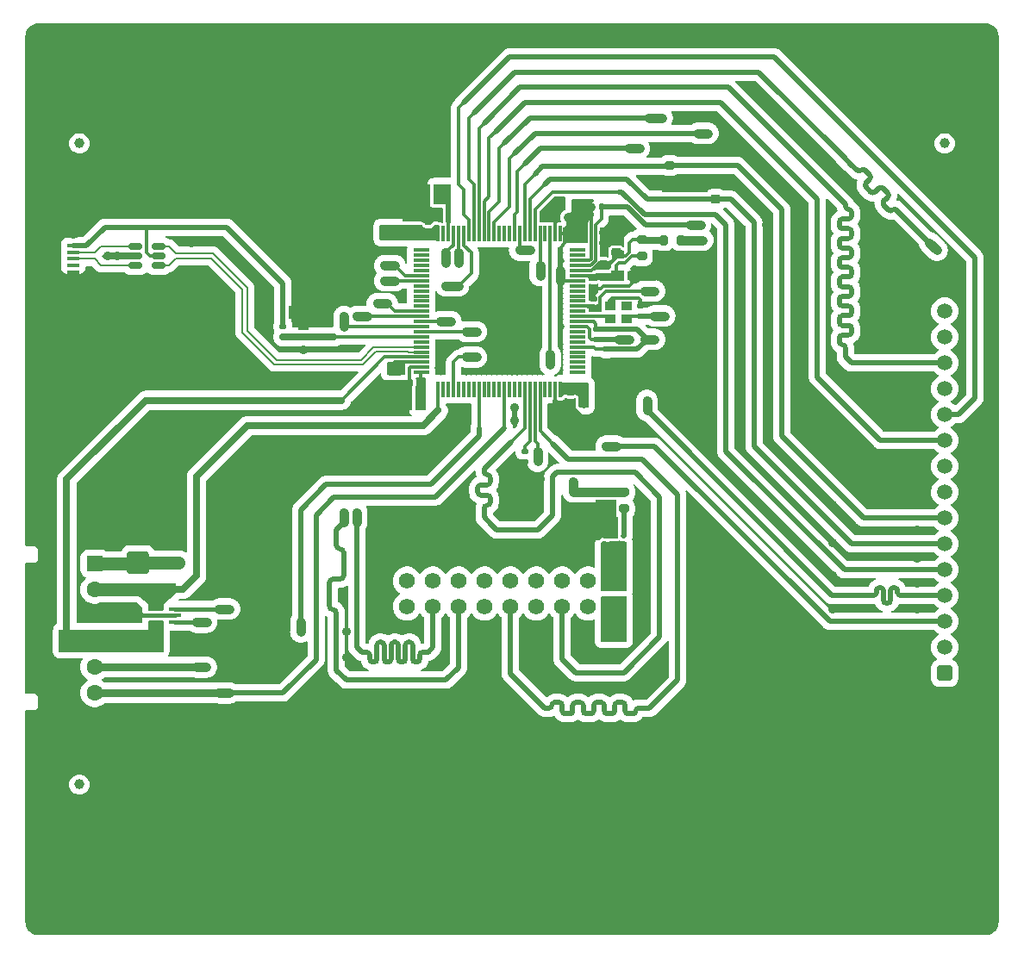
<source format=gbr>
%TF.GenerationSoftware,KiCad,Pcbnew,8.0.8*%
%TF.CreationDate,2025-03-28T17:24:47+01:00*%
%TF.ProjectId,mcu,6d63752e-6b69-4636-9164-5f7063625858,rev?*%
%TF.SameCoordinates,PX47868c0PY8583b00*%
%TF.FileFunction,Copper,L1,Top*%
%TF.FilePolarity,Positive*%
%FSLAX46Y46*%
G04 Gerber Fmt 4.6, Leading zero omitted, Abs format (unit mm)*
G04 Created by KiCad (PCBNEW 8.0.8) date 2025-03-28 17:24:47*
%MOMM*%
%LPD*%
G01*
G04 APERTURE LIST*
G04 Aperture macros list*
%AMRoundRect*
0 Rectangle with rounded corners*
0 $1 Rounding radius*
0 $2 $3 $4 $5 $6 $7 $8 $9 X,Y pos of 4 corners*
0 Add a 4 corners polygon primitive as box body*
4,1,4,$2,$3,$4,$5,$6,$7,$8,$9,$2,$3,0*
0 Add four circle primitives for the rounded corners*
1,1,$1+$1,$2,$3*
1,1,$1+$1,$4,$5*
1,1,$1+$1,$6,$7*
1,1,$1+$1,$8,$9*
0 Add four rect primitives between the rounded corners*
20,1,$1+$1,$2,$3,$4,$5,0*
20,1,$1+$1,$4,$5,$6,$7,0*
20,1,$1+$1,$6,$7,$8,$9,0*
20,1,$1+$1,$8,$9,$2,$3,0*%
G04 Aperture macros list end*
%TA.AperFunction,SMDPad,CuDef*%
%ADD10RoundRect,0.100000X0.112500X-0.100000X0.112500X0.100000X-0.112500X0.100000X-0.112500X-0.100000X0*%
%TD*%
%TA.AperFunction,SMDPad,CuDef*%
%ADD11RoundRect,0.237500X0.337500X-0.237500X0.337500X0.237500X-0.337500X0.237500X-0.337500X-0.237500X0*%
%TD*%
%TA.AperFunction,SMDPad,CuDef*%
%ADD12RoundRect,0.120000X0.280000X-0.120000X0.280000X0.120000X-0.280000X0.120000X-0.280000X-0.120000X0*%
%TD*%
%TA.AperFunction,SMDPad,CuDef*%
%ADD13RoundRect,0.100000X-0.500000X0.100000X-0.500000X-0.100000X0.500000X-0.100000X0.500000X0.100000X0*%
%TD*%
%TA.AperFunction,SMDPad,CuDef*%
%ADD14RoundRect,0.100000X0.525000X-0.100000X0.525000X0.100000X-0.525000X0.100000X-0.525000X-0.100000X0*%
%TD*%
%TA.AperFunction,ComponentPad*%
%ADD15O,1.900000X1.100000*%
%TD*%
%TA.AperFunction,ComponentPad*%
%ADD16C,1.250000*%
%TD*%
%TA.AperFunction,ComponentPad*%
%ADD17RoundRect,0.250000X-0.552500X0.552500X-0.552500X-0.552500X0.552500X-0.552500X0.552500X0.552500X0*%
%TD*%
%TA.AperFunction,ComponentPad*%
%ADD18C,1.605000*%
%TD*%
%TA.AperFunction,SMDPad,CuDef*%
%ADD19RoundRect,0.200000X0.200000X0.275000X-0.200000X0.275000X-0.200000X-0.275000X0.200000X-0.275000X0*%
%TD*%
%TA.AperFunction,SMDPad,CuDef*%
%ADD20RoundRect,0.140000X0.140000X0.170000X-0.140000X0.170000X-0.140000X-0.170000X0.140000X-0.170000X0*%
%TD*%
%TA.AperFunction,SMDPad,CuDef*%
%ADD21RoundRect,0.200000X-0.275000X0.200000X-0.275000X-0.200000X0.275000X-0.200000X0.275000X0.200000X0*%
%TD*%
%TA.AperFunction,ComponentPad*%
%ADD22RoundRect,0.250000X0.500000X-0.500000X0.500000X0.500000X-0.500000X0.500000X-0.500000X-0.500000X0*%
%TD*%
%TA.AperFunction,ComponentPad*%
%ADD23C,1.500000*%
%TD*%
%TA.AperFunction,SMDPad,CuDef*%
%ADD24RoundRect,0.250000X0.250000X0.475000X-0.250000X0.475000X-0.250000X-0.475000X0.250000X-0.475000X0*%
%TD*%
%TA.AperFunction,SMDPad,CuDef*%
%ADD25RoundRect,0.140000X-0.140000X-0.170000X0.140000X-0.170000X0.140000X0.170000X-0.140000X0.170000X0*%
%TD*%
%TA.AperFunction,SMDPad,CuDef*%
%ADD26RoundRect,0.135000X0.185000X-0.135000X0.185000X0.135000X-0.185000X0.135000X-0.185000X-0.135000X0*%
%TD*%
%TA.AperFunction,SMDPad,CuDef*%
%ADD27R,1.000000X0.900000*%
%TD*%
%TA.AperFunction,SMDPad,CuDef*%
%ADD28RoundRect,0.225000X0.250000X-0.225000X0.250000X0.225000X-0.250000X0.225000X-0.250000X-0.225000X0*%
%TD*%
%TA.AperFunction,SMDPad,CuDef*%
%ADD29RoundRect,0.135000X-0.185000X0.135000X-0.185000X-0.135000X0.185000X-0.135000X0.185000X0.135000X0*%
%TD*%
%TA.AperFunction,ComponentPad*%
%ADD30C,0.800000*%
%TD*%
%TA.AperFunction,ComponentPad*%
%ADD31C,6.400000*%
%TD*%
%TA.AperFunction,SMDPad,CuDef*%
%ADD32C,1.000000*%
%TD*%
%TA.AperFunction,SMDPad,CuDef*%
%ADD33RoundRect,0.140000X-0.170000X0.140000X-0.170000X-0.140000X0.170000X-0.140000X0.170000X0.140000X0*%
%TD*%
%TA.AperFunction,SMDPad,CuDef*%
%ADD34RoundRect,0.250000X-0.475000X0.250000X-0.475000X-0.250000X0.475000X-0.250000X0.475000X0.250000X0*%
%TD*%
%TA.AperFunction,SMDPad,CuDef*%
%ADD35RoundRect,0.200000X0.275000X-0.200000X0.275000X0.200000X-0.275000X0.200000X-0.275000X-0.200000X0*%
%TD*%
%TA.AperFunction,SMDPad,CuDef*%
%ADD36RoundRect,0.150000X-0.512500X-0.150000X0.512500X-0.150000X0.512500X0.150000X-0.512500X0.150000X0*%
%TD*%
%TA.AperFunction,SMDPad,CuDef*%
%ADD37RoundRect,0.140000X0.170000X-0.140000X0.170000X0.140000X-0.170000X0.140000X-0.170000X-0.140000X0*%
%TD*%
%TA.AperFunction,SMDPad,CuDef*%
%ADD38RoundRect,0.075000X0.725000X0.075000X-0.725000X0.075000X-0.725000X-0.075000X0.725000X-0.075000X0*%
%TD*%
%TA.AperFunction,SMDPad,CuDef*%
%ADD39RoundRect,0.075000X0.075000X0.725000X-0.075000X0.725000X-0.075000X-0.725000X0.075000X-0.725000X0*%
%TD*%
%TA.AperFunction,SMDPad,CuDef*%
%ADD40RoundRect,0.225000X-0.225000X-0.250000X0.225000X-0.250000X0.225000X0.250000X-0.225000X0.250000X0*%
%TD*%
%TA.AperFunction,SMDPad,CuDef*%
%ADD41RoundRect,0.250000X0.825000X0.850000X-0.825000X0.850000X-0.825000X-0.850000X0.825000X-0.850000X0*%
%TD*%
%TA.AperFunction,SMDPad,CuDef*%
%ADD42RoundRect,0.135000X-0.135000X-0.185000X0.135000X-0.185000X0.135000X0.185000X-0.135000X0.185000X0*%
%TD*%
%TA.AperFunction,SMDPad,CuDef*%
%ADD43RoundRect,0.250000X0.475000X-0.250000X0.475000X0.250000X-0.475000X0.250000X-0.475000X-0.250000X0*%
%TD*%
%TA.AperFunction,ComponentPad*%
%ADD44RoundRect,0.250000X-0.537500X-0.537500X0.537500X-0.537500X0.537500X0.537500X-0.537500X0.537500X0*%
%TD*%
%TA.AperFunction,ComponentPad*%
%ADD45C,1.575000*%
%TD*%
%TA.AperFunction,ViaPad*%
%ADD46C,0.900000*%
%TD*%
%TA.AperFunction,Conductor*%
%ADD47C,0.900000*%
%TD*%
%TA.AperFunction,Conductor*%
%ADD48C,0.300000*%
%TD*%
%TA.AperFunction,Conductor*%
%ADD49C,0.500000*%
%TD*%
%TA.AperFunction,Conductor*%
%ADD50C,1.250000*%
%TD*%
%TA.AperFunction,Conductor*%
%ADD51C,0.700000*%
%TD*%
%TA.AperFunction,Conductor*%
%ADD52C,0.400000*%
%TD*%
%TA.AperFunction,Conductor*%
%ADD53C,0.800000*%
%TD*%
%TA.AperFunction,Conductor*%
%ADD54C,0.200000*%
%TD*%
G04 APERTURE END LIST*
D10*
%TO.P,Q5,1,DRAIN_1*%
%TO.N,/3V3*%
X58938000Y38100000D03*
%TO.P,Q5,2,DRAIN_2*%
X58938000Y38750000D03*
%TO.P,Q5,3,GATE*%
%TO.N,Net-(Q5-GATE)*%
X58938000Y39400000D03*
%TO.P,Q5,4,SOURCE_1*%
%TO.N,GND*%
X57062000Y39400000D03*
%TO.P,Q5,5,DRAIN_3*%
%TO.N,/3V3*%
X57062000Y38750000D03*
%TO.P,Q5,6,DRAIN_4*%
X57062000Y38100000D03*
D11*
%TO.P,Q5,7,DRAIN_5*%
X58000000Y38425000D03*
D12*
%TO.P,Q5,8,SOURCE_2*%
%TO.N,GND*%
X58000000Y39440000D03*
%TD*%
D13*
%TO.P,IC6,1,I/01*%
%TO.N,/NRST*%
X14900000Y30950000D03*
%TO.P,IC6,2,GND*%
%TO.N,GND*%
X14900000Y31600000D03*
%TO.P,IC6,3,I/02*%
%TO.N,/TRACE*%
X14900000Y32250000D03*
%TO.P,IC6,4,I/03*%
%TO.N,/SWCLK*%
X13000000Y32250000D03*
%TO.P,IC6,5,I/04*%
%TO.N,/SWDIO*%
X13000000Y30950000D03*
%TD*%
D14*
%TO.P,J3,1,VBUS*%
%TO.N,/USB_OTG_HS_VBUS*%
X4900000Y67950000D03*
%TO.P,J3,2,D-*%
%TO.N,Net-(J3-D-)*%
X4900000Y67300000D03*
%TO.P,J3,3,D+*%
%TO.N,Net-(J3-D+)*%
X4900000Y66650000D03*
%TO.P,J3,4,ID*%
%TO.N,unconnected-(J3-ID-Pad4)*%
X4900000Y66000000D03*
%TO.P,J3,5,GND*%
%TO.N,GND*%
X4900000Y65350000D03*
D15*
%TO.P,J3,6,Shield*%
X2250000Y63050000D03*
D16*
X4900000Y64050000D03*
X4900000Y69250000D03*
D15*
X2250000Y70250000D03*
%TD*%
D17*
%TO.P,J2,1,1*%
%TO.N,+3V3*%
X7000000Y36700000D03*
D18*
%TO.P,J2,2,2*%
%TO.N,/SWCLK*%
X7000000Y34160000D03*
%TO.P,J2,3,3*%
%TO.N,GND*%
X7000000Y31620000D03*
%TO.P,J2,4,4*%
%TO.N,/SWDIO*%
X7000000Y29080000D03*
%TO.P,J2,5,5*%
%TO.N,/NRST*%
X7000000Y26540000D03*
%TO.P,J2,6,6*%
%TO.N,/TRACE*%
X7000000Y24000000D03*
%TD*%
D19*
%TO.P,R32,1*%
%TO.N,+3V3*%
X64575000Y68500000D03*
%TO.P,R32,2*%
%TO.N,/VDDA*%
X62925000Y68500000D03*
%TD*%
D20*
%TO.P,C43,1*%
%TO.N,+3V3*%
X38980000Y54500000D03*
%TO.P,C43,2*%
%TO.N,GND*%
X38020000Y54500000D03*
%TD*%
D21*
%TO.P,R36,1*%
%TO.N,/CC2*%
X63500000Y75825000D03*
%TO.P,R36,2*%
%TO.N,GND*%
X63500000Y74175000D03*
%TD*%
D22*
%TO.P,J1,1,1*%
%TO.N,/ADC_VBUS*%
X90500000Y25950000D03*
D23*
%TO.P,J1,2,2*%
%TO.N,/FLT{slash}*%
X90500000Y28490000D03*
%TO.P,J1,3,3*%
%TO.N,/CAM_SDA*%
X90500000Y31030000D03*
%TO.P,J1,4,4*%
%TO.N,/CAM_SCL*%
X90500000Y33570000D03*
%TO.P,J1,5,5*%
%TO.N,/INT_N*%
X90500000Y36110000D03*
%TO.P,J1,6,6*%
%TO.N,/CC1*%
X90500000Y38650000D03*
%TO.P,J1,7,7*%
%TO.N,/CC2*%
X90500000Y41190000D03*
%TO.P,J1,8,8*%
%TO.N,/NTC_2+*%
X90500000Y43730000D03*
%TO.P,J1,9,9*%
%TO.N,+3V3*%
X90500000Y46270000D03*
%TO.P,J1,10,10*%
%TO.N,/nSEL*%
X90500000Y48810000D03*
%TO.P,J1,11,11*%
%TO.N,/SDI*%
X90500000Y51350000D03*
%TO.P,J1,12,12*%
%TO.N,/SDO*%
X90500000Y53890000D03*
%TO.P,J1,13,13*%
%TO.N,/SCLK*%
X90500000Y56430000D03*
%TO.P,J1,14,14*%
%TO.N,/nIRQ*%
X90500000Y58970000D03*
%TO.P,J1,15,15*%
%TO.N,/COMMAND_DONE*%
X90500000Y61510000D03*
%TO.P,J1,16,16*%
%TO.N,GND*%
X90500000Y64050000D03*
%TD*%
D24*
%TO.P,C45,1*%
%TO.N,/VCAP1*%
X41250000Y73000000D03*
%TO.P,C45,2*%
%TO.N,GND*%
X39350000Y73000000D03*
%TD*%
D25*
%TO.P,C41,1*%
%TO.N,+3V3*%
X52520000Y70750000D03*
%TO.P,C41,2*%
%TO.N,GND*%
X53480000Y70750000D03*
%TD*%
D26*
%TO.P,R34,1*%
%TO.N,GND*%
X49250000Y46740000D03*
%TO.P,R34,2*%
%TO.N,/BOOT*%
X49250000Y47760000D03*
%TD*%
D27*
%TO.P,XTAL1,1,TRI-STATE*%
%TO.N,unconnected-(XTAL1-TRI-STATE-Pad1)*%
X59250000Y62000000D03*
%TO.P,XTAL1,2,GND*%
%TO.N,GND*%
X57624000Y62000000D03*
%TO.P,XTAL1,3,OUTPUT*%
%TO.N,/RCC_OSC_IN*%
X57624000Y60776000D03*
%TO.P,XTAL1,4,VDD*%
%TO.N,+3V3*%
X59250000Y60776000D03*
%TD*%
D28*
%TO.P,C47,1*%
%TO.N,/VDDA*%
X58250000Y67250000D03*
%TO.P,C47,2*%
%TO.N,GND*%
X58250000Y68800000D03*
%TD*%
D29*
%TO.P,R21,1*%
%TO.N,/CAM_3V3*%
X57500000Y43760000D03*
%TO.P,R21,2*%
%TO.N,GND*%
X57500000Y42740000D03*
%TD*%
D30*
%TO.P,H2,1,1*%
%TO.N,GND*%
X88100000Y84500000D03*
X88802944Y86197056D03*
X88802944Y82802944D03*
X90500000Y86900000D03*
D31*
X90500000Y84500000D03*
D30*
X90500000Y82100000D03*
X92197056Y86197056D03*
X92197056Y82802944D03*
X92900000Y84500000D03*
%TD*%
%TO.P,H1,1,1*%
%TO.N,GND*%
X3100000Y84500000D03*
X3802944Y86197056D03*
X3802944Y82802944D03*
X5500000Y86900000D03*
D31*
X5500000Y84500000D03*
D30*
X5500000Y82100000D03*
X7197056Y86197056D03*
X7197056Y82802944D03*
X7900000Y84500000D03*
%TD*%
D32*
%TO.P,FID3,*%
%TO.N,*%
X5500000Y15000000D03*
%TD*%
D33*
%TO.P,C50,1*%
%TO.N,/VREF+*%
X56000000Y64730000D03*
%TO.P,C50,2*%
%TO.N,GND*%
X56000000Y63770000D03*
%TD*%
D34*
%TO.P,C46,1*%
%TO.N,/VCAP2*%
X36500000Y55700000D03*
%TO.P,C46,2*%
%TO.N,GND*%
X36500000Y53800000D03*
%TD*%
D35*
%TO.P,R33,1*%
%TO.N,/VREF+*%
X60750000Y66925000D03*
%TO.P,R33,2*%
%TO.N,/VDDA*%
X60750000Y68575000D03*
%TD*%
D36*
%TO.P,IC7,1,I/O1*%
%TO.N,Net-(J3-D-)*%
X11000000Y67900000D03*
%TO.P,IC7,2,GND*%
%TO.N,GND*%
X11000000Y66950000D03*
%TO.P,IC7,3,I/O2*%
%TO.N,Net-(J3-D+)*%
X11000000Y66000000D03*
%TO.P,IC7,4,I/O2*%
%TO.N,/USB_OTG_HS_D+*%
X13275000Y66000000D03*
%TO.P,IC7,5,VBUS*%
%TO.N,/USB_OTG_HS_VBUS*%
X13275000Y66950000D03*
%TO.P,IC7,6,I/O1*%
%TO.N,/USB_OTG_HS_D-*%
X13275000Y67900000D03*
%TD*%
D37*
%TO.P,C48,1*%
%TO.N,/VDDA*%
X57000000Y66250000D03*
%TO.P,C48,2*%
%TO.N,GND*%
X57000000Y67210000D03*
%TD*%
D26*
%TO.P,R38,1*%
%TO.N,/USB_VBUS*%
X27500000Y59000000D03*
%TO.P,R38,2*%
%TO.N,GND*%
X27500000Y60020000D03*
%TD*%
D38*
%TO.P,IC9,1,PE2*%
%TO.N,unconnected-(IC9-PE2-Pad1)*%
X54425000Y55500000D03*
%TO.P,IC9,2,PE3*%
%TO.N,unconnected-(IC9-PE3-Pad2)*%
X54425000Y56000000D03*
%TO.P,IC9,3,PE4*%
%TO.N,unconnected-(IC9-PE4-Pad3)*%
X54425000Y56500000D03*
%TO.P,IC9,4,PE5*%
%TO.N,unconnected-(IC9-PE5-Pad4)*%
X54425000Y57000000D03*
%TO.P,IC9,5,PE6*%
%TO.N,unconnected-(IC9-PE6-Pad5)*%
X54425000Y57500000D03*
%TO.P,IC9,6,VBAT*%
%TO.N,+3V3*%
X54425000Y58000000D03*
%TO.P,IC9,7,PC13*%
%TO.N,unconnected-(IC9-PC13-Pad7)*%
X54425000Y58500000D03*
%TO.P,IC9,8,PC14*%
%TO.N,unconnected-(IC9-PC14-Pad8)*%
X54425000Y59000000D03*
%TO.P,IC9,9,PC15*%
%TO.N,unconnected-(IC9-PC15-Pad9)*%
X54425000Y59500000D03*
%TO.P,IC9,10,VSS*%
%TO.N,GND*%
X54425000Y60000000D03*
%TO.P,IC9,11,VDD*%
%TO.N,+3V3*%
X54425000Y60500000D03*
%TO.P,IC9,12,PH0*%
%TO.N,/RCC_OSC_IN*%
X54425000Y61000000D03*
%TO.P,IC9,13,PH1*%
%TO.N,unconnected-(IC9-PH1-Pad13)*%
X54425000Y61500000D03*
%TO.P,IC9,14,NRST*%
%TO.N,/NRST*%
X54425000Y62000000D03*
%TO.P,IC9,15,PC0*%
%TO.N,unconnected-(IC9-PC0-Pad15)*%
X54425000Y62500000D03*
%TO.P,IC9,16,PC1*%
%TO.N,unconnected-(IC9-PC1-Pad16)*%
X54425000Y63000000D03*
%TO.P,IC9,17,PC2_C*%
%TO.N,unconnected-(IC9-PC2_C-Pad17)*%
X54425000Y63500000D03*
%TO.P,IC9,18,PC3_C*%
%TO.N,unconnected-(IC9-PC3_C-Pad18)*%
X54425000Y64000000D03*
%TO.P,IC9,19,VSSA*%
%TO.N,GND*%
X54425000Y64500000D03*
%TO.P,IC9,20,VREF+*%
%TO.N,/VREF+*%
X54425000Y65000000D03*
%TO.P,IC9,21,VDDA*%
%TO.N,/VDDA*%
X54425000Y65500000D03*
%TO.P,IC9,22,PA0*%
%TO.N,/NTC_2+*%
X54425000Y66000000D03*
%TO.P,IC9,23,PA1*%
%TO.N,GND*%
X54425000Y66500000D03*
%TO.P,IC9,24,PA2*%
%TO.N,unconnected-(IC9-PA2-Pad24)*%
X54425000Y67000000D03*
%TO.P,IC9,25,PA3*%
%TO.N,unconnected-(IC9-PA3-Pad25)*%
X54425000Y67500000D03*
D39*
%TO.P,IC9,26,VSS*%
%TO.N,GND*%
X52750000Y69175000D03*
%TO.P,IC9,27,VDD*%
%TO.N,+3V3*%
X52250000Y69175000D03*
%TO.P,IC9,28,PA4*%
%TO.N,/HS*%
X51750000Y69175000D03*
%TO.P,IC9,29,PA5*%
%TO.N,unconnected-(IC9-PA5-Pad29)*%
X51250000Y69175000D03*
%TO.P,IC9,30,PA6*%
%TO.N,/PCLK*%
X50750000Y69175000D03*
%TO.P,IC9,31,PA7*%
%TO.N,/INT_N*%
X50250000Y69175000D03*
%TO.P,IC9,32,PC4*%
%TO.N,/CC1*%
X49750000Y69175000D03*
%TO.P,IC9,33,PC5*%
%TO.N,/CC2*%
X49250000Y69175000D03*
%TO.P,IC9,34,PB0*%
%TO.N,/ADC_VBUS*%
X48750000Y69175000D03*
%TO.P,IC9,35,PB1*%
%TO.N,/FLT{slash}*%
X48250000Y69175000D03*
%TO.P,IC9,36,PB2*%
%TO.N,unconnected-(IC9-PB2-Pad36)*%
X47750000Y69175000D03*
%TO.P,IC9,37,PE7*%
%TO.N,unconnected-(IC9-PE7-Pad37)*%
X47250000Y69175000D03*
%TO.P,IC9,38,PE8*%
%TO.N,unconnected-(IC9-PE8-Pad38)*%
X46750000Y69175000D03*
%TO.P,IC9,39,PE9*%
%TO.N,/COMMAND_DONE*%
X46250000Y69175000D03*
%TO.P,IC9,40,PE10*%
%TO.N,/nIRQ*%
X45750000Y69175000D03*
%TO.P,IC9,41,PE11*%
%TO.N,/nSEL*%
X45250000Y69175000D03*
%TO.P,IC9,42,PE12*%
%TO.N,/SCLK*%
X44750000Y69175000D03*
%TO.P,IC9,43,PE13*%
%TO.N,/SDO*%
X44250000Y69175000D03*
%TO.P,IC9,44,PE14*%
%TO.N,/SDI*%
X43750000Y69175000D03*
%TO.P,IC9,45,PE15*%
%TO.N,/CAM_3V3*%
X43250000Y69175000D03*
%TO.P,IC9,46,PB10*%
%TO.N,/CAM_SCL*%
X42750000Y69175000D03*
%TO.P,IC9,47,PB11*%
%TO.N,/CAM_SDA*%
X42250000Y69175000D03*
%TO.P,IC9,48,VCAP*%
%TO.N,/VCAP1*%
X41750000Y69175000D03*
%TO.P,IC9,49,VSS*%
%TO.N,GND*%
X41250000Y69175000D03*
%TO.P,IC9,50,VDD*%
%TO.N,+3V3*%
X40750000Y69175000D03*
D38*
%TO.P,IC9,51,PB12*%
%TO.N,unconnected-(IC9-PB12-Pad51)*%
X39075000Y67500000D03*
%TO.P,IC9,52,PB13*%
%TO.N,unconnected-(IC9-PB13-Pad52)*%
X39075000Y67000000D03*
%TO.P,IC9,53,PB14*%
%TO.N,unconnected-(IC9-PB14-Pad53)*%
X39075000Y66500000D03*
%TO.P,IC9,54,PB15*%
%TO.N,unconnected-(IC9-PB15-Pad54)*%
X39075000Y66000000D03*
%TO.P,IC9,55,PD8*%
%TO.N,unconnected-(IC9-PD8-Pad55)*%
X39075000Y65500000D03*
%TO.P,IC9,56,PD9*%
%TO.N,/RST*%
X39075000Y65000000D03*
%TO.P,IC9,57,PD10*%
%TO.N,/PWDN*%
X39075000Y64500000D03*
%TO.P,IC9,58,PD11*%
%TO.N,unconnected-(IC9-PD11-Pad58)*%
X39075000Y64000000D03*
%TO.P,IC9,59,PD12*%
%TO.N,unconnected-(IC9-PD12-Pad59)*%
X39075000Y63500000D03*
%TO.P,IC9,60,PD13*%
%TO.N,unconnected-(IC9-PD13-Pad60)*%
X39075000Y63000000D03*
%TO.P,IC9,61,PD14*%
%TO.N,unconnected-(IC9-PD14-Pad61)*%
X39075000Y62500000D03*
%TO.P,IC9,62,PD15*%
%TO.N,unconnected-(IC9-PD15-Pad62)*%
X39075000Y62000000D03*
%TO.P,IC9,63,PC6*%
%TO.N,/D0*%
X39075000Y61500000D03*
%TO.P,IC9,64,PC7*%
%TO.N,/D1*%
X39075000Y61000000D03*
%TO.P,IC9,65,PC8*%
%TO.N,/D2*%
X39075000Y60500000D03*
%TO.P,IC9,66,PC9*%
%TO.N,/D3*%
X39075000Y60000000D03*
%TO.P,IC9,67,PA8*%
%TO.N,/MCLK*%
X39075000Y59500000D03*
%TO.P,IC9,68,PA9*%
%TO.N,/USB_VBUS*%
X39075000Y59000000D03*
%TO.P,IC9,69,PA10*%
%TO.N,unconnected-(IC9-PA10-Pad69)*%
X39075000Y58500000D03*
%TO.P,IC9,70,PA11*%
%TO.N,/USB_OTG_HS_D-*%
X39075000Y58000000D03*
%TO.P,IC9,71,PA12*%
%TO.N,/USB_OTG_HS_D+*%
X39075000Y57500000D03*
%TO.P,IC9,72,PA13*%
%TO.N,/SWDIO*%
X39075000Y57000000D03*
%TO.P,IC9,73,VCAP*%
%TO.N,/VCAP2*%
X39075000Y56500000D03*
%TO.P,IC9,74,VSS*%
%TO.N,GND*%
X39075000Y56000000D03*
%TO.P,IC9,75,VDD*%
%TO.N,+3V3*%
X39075000Y55500000D03*
D39*
%TO.P,IC9,76,PA14*%
%TO.N,/SWCLK*%
X40750000Y53825000D03*
%TO.P,IC9,77,PA15*%
%TO.N,unconnected-(IC9-PA15-Pad77)*%
X41250000Y53825000D03*
%TO.P,IC9,78,PC10*%
%TO.N,unconnected-(IC9-PC10-Pad78)*%
X41750000Y53825000D03*
%TO.P,IC9,79,PC11*%
%TO.N,/D4*%
X42250000Y53825000D03*
%TO.P,IC9,80,PC12*%
%TO.N,unconnected-(IC9-PC12-Pad80)*%
X42750000Y53825000D03*
%TO.P,IC9,81,PD0*%
%TO.N,unconnected-(IC9-PD0-Pad81)*%
X43250000Y53825000D03*
%TO.P,IC9,82,PD1*%
%TO.N,unconnected-(IC9-PD1-Pad82)*%
X43750000Y53825000D03*
%TO.P,IC9,83,PD2*%
%TO.N,unconnected-(IC9-PD2-Pad83)*%
X44250000Y53825000D03*
%TO.P,IC9,84,PD3*%
%TO.N,/D5*%
X44750000Y53825000D03*
%TO.P,IC9,85,PD4*%
%TO.N,unconnected-(IC9-PD4-Pad85)*%
X45250000Y53825000D03*
%TO.P,IC9,86,PD5*%
%TO.N,unconnected-(IC9-PD5-Pad86)*%
X45750000Y53825000D03*
%TO.P,IC9,87,PD6*%
%TO.N,unconnected-(IC9-PD6-Pad87)*%
X46250000Y53825000D03*
%TO.P,IC9,88,PD7*%
%TO.N,unconnected-(IC9-PD7-Pad88)*%
X46750000Y53825000D03*
%TO.P,IC9,89,PB3*%
%TO.N,/TRACE*%
X47250000Y53825000D03*
%TO.P,IC9,90,PB4*%
%TO.N,unconnected-(IC9-PB4-Pad90)*%
X47750000Y53825000D03*
%TO.P,IC9,91,PB5*%
%TO.N,unconnected-(IC9-PB5-Pad91)*%
X48250000Y53825000D03*
%TO.P,IC9,92,PB6*%
%TO.N,unconnected-(IC9-PB6-Pad92)*%
X48750000Y53825000D03*
%TO.P,IC9,93,PB7*%
%TO.N,/VS*%
X49250000Y53825000D03*
%TO.P,IC9,94,BOOT0*%
%TO.N,/BOOT*%
X49750000Y53825000D03*
%TO.P,IC9,95,PB8*%
%TO.N,/D6*%
X50250000Y53825000D03*
%TO.P,IC9,96,PB9*%
%TO.N,/D7*%
X50750000Y53825000D03*
%TO.P,IC9,97,PE0*%
%TO.N,unconnected-(IC9-PE0-Pad97)*%
X51250000Y53825000D03*
%TO.P,IC9,98,PE1*%
%TO.N,unconnected-(IC9-PE1-Pad98)*%
X51750000Y53825000D03*
%TO.P,IC9,99,VSS*%
%TO.N,GND*%
X52250000Y53825000D03*
%TO.P,IC9,100,VDD*%
%TO.N,+3V3*%
X52750000Y53825000D03*
%TD*%
D28*
%TO.P,R35,1*%
%TO.N,/CC1*%
X68000000Y72500000D03*
%TO.P,R35,2*%
%TO.N,GND*%
X68000000Y74050000D03*
%TD*%
D33*
%TO.P,C40,1*%
%TO.N,+3V3*%
X56270000Y59730000D03*
%TO.P,C40,2*%
%TO.N,GND*%
X56270000Y58770000D03*
%TD*%
D30*
%TO.P,H3,1,1*%
%TO.N,GND*%
X88100000Y5500000D03*
X88802944Y7197056D03*
X88802944Y3802944D03*
X90500000Y7900000D03*
D31*
X90500000Y5500000D03*
D30*
X90500000Y3100000D03*
X92197056Y7197056D03*
X92197056Y3802944D03*
X92900000Y5500000D03*
%TD*%
D40*
%TO.P,C49,1*%
%TO.N,/VREF+*%
X58225000Y65000000D03*
%TO.P,C49,2*%
%TO.N,GND*%
X59775000Y65000000D03*
%TD*%
D37*
%TO.P,C51,1*%
%TO.N,/NRST*%
X56000000Y61770000D03*
%TO.P,C51,2*%
%TO.N,GND*%
X56000000Y62730000D03*
%TD*%
D41*
%TO.P,D5,1,K*%
%TO.N,+3V3*%
X11250000Y36800000D03*
%TO.P,D5,2,A*%
%TO.N,GND*%
X11250000Y41200000D03*
%TD*%
D33*
%TO.P,C44,1*%
%TO.N,+3V3*%
X53750000Y53500000D03*
%TO.P,C44,2*%
%TO.N,GND*%
X53750000Y52540000D03*
%TD*%
D20*
%TO.P,C16,1*%
%TO.N,GND*%
X26460000Y61260000D03*
%TO.P,C16,2*%
%TO.N,/USB_OTG_HS_VBUS*%
X25500000Y61260000D03*
%TD*%
D32*
%TO.P,FID1,*%
%TO.N,*%
X5500000Y78000000D03*
%TD*%
%TO.P,FID2,*%
%TO.N,*%
X90500000Y78000000D03*
%TD*%
D37*
%TO.P,C42,1*%
%TO.N,+3V3*%
X39750000Y69270000D03*
%TO.P,C42,2*%
%TO.N,GND*%
X39750000Y70230000D03*
%TD*%
D42*
%TO.P,R39,1*%
%TO.N,GND*%
X55740000Y71750000D03*
%TO.P,R39,2*%
%TO.N,/NTC_2+*%
X56760000Y71750000D03*
%TD*%
D21*
%TO.P,R22,1*%
%TO.N,/CAM_3V3*%
X59000000Y43750000D03*
%TO.P,R22,2*%
%TO.N,Net-(Q5-GATE)*%
X59000000Y42100000D03*
%TD*%
D43*
%TO.P,C38,1*%
%TO.N,+3V3*%
X38250000Y69250000D03*
%TO.P,C38,2*%
%TO.N,GND*%
X38250000Y71150000D03*
%TD*%
D37*
%TO.P,C52,1*%
%TO.N,+3V3*%
X60624000Y61046000D03*
%TO.P,C52,2*%
%TO.N,GND*%
X60624000Y62006000D03*
%TD*%
%TO.P,C39,1*%
%TO.N,+3V3*%
X57250000Y57770000D03*
%TO.P,C39,2*%
%TO.N,GND*%
X57250000Y58730000D03*
%TD*%
D29*
%TO.P,R37,1*%
%TO.N,/USB_OTG_HS_VBUS*%
X25500000Y60020000D03*
%TO.P,R37,2*%
%TO.N,/USB_VBUS*%
X25500000Y59000000D03*
%TD*%
D30*
%TO.P,H4,1,1*%
%TO.N,GND*%
X3100000Y5500000D03*
X3802944Y7197056D03*
X3802944Y3802944D03*
X5500000Y7900000D03*
D31*
X5500000Y5500000D03*
D30*
X5500000Y3100000D03*
X7197056Y7197056D03*
X7197056Y3802944D03*
X7900000Y5500000D03*
%TD*%
D44*
%TO.P,J4,1,1*%
%TO.N,/3V3*%
X58000000Y35040000D03*
D45*
%TO.P,J4,2,2*%
%TO.N,+3V3*%
X58000000Y32500000D03*
%TO.P,J4,3,3*%
%TO.N,/CAM_SDA*%
X55460000Y35040000D03*
%TO.P,J4,4,4*%
%TO.N,/CAM_SCL*%
X55460000Y32500000D03*
%TO.P,J4,5,5*%
%TO.N,/HS*%
X52920000Y35040000D03*
%TO.P,J4,6,6*%
%TO.N,/VS*%
X52920000Y32500000D03*
%TO.P,J4,7,7*%
%TO.N,/MCLK*%
X50380000Y35040000D03*
%TO.P,J4,8,8*%
%TO.N,/PCLK*%
X50380000Y32500000D03*
%TO.P,J4,9,9*%
%TO.N,/D6*%
X47840000Y35040000D03*
%TO.P,J4,10,10*%
%TO.N,/D7*%
X47840000Y32500000D03*
%TO.P,J4,11,11*%
%TO.N,/D4*%
X45300000Y35040000D03*
%TO.P,J4,12,12*%
%TO.N,/D5*%
X45300000Y32500000D03*
%TO.P,J4,13,13*%
%TO.N,/D2*%
X42760000Y35040000D03*
%TO.P,J4,14,14*%
%TO.N,/D3*%
X42760000Y32500000D03*
%TO.P,J4,15,15*%
%TO.N,/D0*%
X40220000Y35040000D03*
%TO.P,J4,16,16*%
%TO.N,/D1*%
X40220000Y32500000D03*
%TO.P,J4,17,17*%
%TO.N,/PWDN*%
X37680000Y35040000D03*
%TO.P,J4,18,18*%
%TO.N,/RST*%
X37680000Y32500000D03*
%TD*%
D46*
%TO.N,GND*%
X73000000Y70000000D03*
X63500000Y1500000D03*
X48250000Y52000000D03*
X79500000Y27250000D03*
X87750000Y40000000D03*
X1500000Y8750000D03*
X54500000Y71750000D03*
X27500000Y48250000D03*
X57000000Y40500000D03*
X1500000Y30500000D03*
X46500000Y29000000D03*
X10500000Y43500000D03*
X79000000Y1500000D03*
X71250000Y88500000D03*
X24750000Y1500000D03*
X95000000Y66750000D03*
X95000000Y52250000D03*
X11750000Y43500000D03*
X20000000Y60000000D03*
X47250000Y46000000D03*
X65000000Y74250000D03*
X54000000Y51500000D03*
X54500000Y70750000D03*
X55750000Y1500000D03*
X32500000Y67500000D03*
X38750000Y48250000D03*
X38750000Y40750000D03*
X52750000Y65500000D03*
X43500000Y61250000D03*
X41500000Y62500000D03*
X64250000Y58750000D03*
X54000000Y40500000D03*
X79500000Y42500000D03*
X87750000Y60250000D03*
X19000000Y64250000D03*
X86750000Y1500000D03*
X1500000Y81250000D03*
X58500000Y58730000D03*
X49250000Y29000000D03*
X1500000Y74000000D03*
X1500000Y59500000D03*
X86750000Y88500000D03*
X28500000Y22750000D03*
X87750000Y47500000D03*
X48000000Y88500000D03*
X71250000Y1500000D03*
X57000000Y68250000D03*
X70000000Y77500000D03*
X95000000Y59500000D03*
X40250000Y88500000D03*
X49250000Y26500000D03*
X27500000Y55000000D03*
X94500000Y74000000D03*
X76500000Y70000000D03*
X94500000Y30500000D03*
X79500000Y32250000D03*
X42250000Y38750000D03*
X75000000Y80000000D03*
X79500000Y55750000D03*
X27500000Y57750000D03*
X16500000Y68250000D03*
X94500000Y45000000D03*
X57000000Y41500000D03*
X31750000Y30000000D03*
X9250000Y66950000D03*
X48250000Y50750000D03*
X61000000Y65000000D03*
X21250000Y57500000D03*
X25000000Y22750000D03*
X79500000Y38750000D03*
X94500000Y23250000D03*
X42250000Y39750000D03*
X17000000Y1500000D03*
X17000000Y88500000D03*
X87750000Y65750000D03*
X2500000Y37750000D03*
X50750000Y45000000D03*
X94500000Y37750000D03*
X38750000Y41750000D03*
X1500000Y52250000D03*
X1500000Y45000000D03*
X54000000Y41500000D03*
X48000000Y1500000D03*
X36250000Y52500000D03*
X66250000Y74250000D03*
X87750000Y37250000D03*
X27500000Y62000000D03*
X87750000Y32250000D03*
X54250000Y29000000D03*
X46500000Y26500000D03*
X87750000Y34750000D03*
X57000000Y69250000D03*
X72500000Y82500000D03*
X48000000Y46750000D03*
X94500000Y8750000D03*
X52750000Y64500000D03*
X20000000Y62250000D03*
X87750000Y27250000D03*
X87750000Y54000000D03*
X40750000Y71250000D03*
X41250000Y27500000D03*
X83000000Y64250000D03*
X9250000Y88500000D03*
X79500000Y49750000D03*
X8250000Y66950000D03*
X79500000Y29750000D03*
X44500000Y61250000D03*
X28500000Y64500000D03*
X55750000Y88500000D03*
X10000000Y31620000D03*
X23250000Y55750000D03*
X72750000Y75250000D03*
X94500000Y16000000D03*
X22500000Y65000000D03*
X58000000Y40500000D03*
X24750000Y88500000D03*
X79000000Y88500000D03*
X32500000Y1500000D03*
X16500000Y65500000D03*
X54750000Y50750000D03*
X77500000Y77500000D03*
X64250000Y55000000D03*
X31750000Y27500000D03*
X39750000Y71250000D03*
X62000000Y65000000D03*
X37750000Y52500000D03*
X79500000Y35500000D03*
X9250000Y1500000D03*
X44000000Y29000000D03*
X27500000Y61000000D03*
X1500000Y66750000D03*
X25000000Y25750000D03*
X87750000Y29750000D03*
X1500000Y88500000D03*
X1500000Y16000000D03*
X80000000Y75000000D03*
X11000000Y31620000D03*
X27500000Y67500000D03*
X94500000Y1500000D03*
X32500000Y88500000D03*
X75250000Y72750000D03*
X20000000Y67500000D03*
X94500000Y88500000D03*
X40250000Y1500000D03*
X63500000Y88500000D03*
X1500000Y1500000D03*
X23500000Y62500000D03*
X2500000Y23250000D03*
X27500000Y45000000D03*
X59500000Y58730000D03*
X94500000Y81250000D03*
%TO.N,+3V3*%
X63000000Y61046000D03*
X14000000Y36800000D03*
X39000000Y52250000D03*
X51250000Y71000000D03*
X52500000Y72000000D03*
X65750000Y68500000D03*
X35500000Y69250000D03*
X62000000Y61046000D03*
X55000000Y52500000D03*
X15250000Y36800000D03*
X55000000Y53500000D03*
X66750000Y68500000D03*
X36500000Y69250000D03*
X62000000Y58750000D03*
X39000000Y53250000D03*
X61000000Y58750000D03*
X57250000Y29750000D03*
X58500000Y29750000D03*
%TO.N,/NRST*%
X18000000Y30950000D03*
X17000000Y26540000D03*
X62000000Y63500000D03*
X17000000Y30950000D03*
X17960000Y26540000D03*
X61000000Y63500000D03*
%TO.N,/TRACE*%
X19250000Y32250000D03*
X20250000Y32250000D03*
X19250000Y24000000D03*
X20250000Y24000000D03*
%TO.N,/D4*%
X43500000Y57000000D03*
X44500000Y57000000D03*
%TO.N,/D1*%
X32750000Y41750000D03*
X32750000Y61000000D03*
X32750000Y40750000D03*
X33750000Y61000000D03*
%TO.N,/D3*%
X31500000Y60000000D03*
X31500000Y40750000D03*
X31500000Y41750000D03*
X31500000Y61000000D03*
%TO.N,/D0*%
X35750000Y62250000D03*
X34750000Y62250000D03*
%TO.N,/FLT{slash}*%
X60500000Y77500000D03*
X59500000Y77500000D03*
%TO.N,/D5*%
X27250000Y30000000D03*
X27250000Y31000000D03*
%TO.N,/CAM_SCL*%
X42750000Y67250000D03*
X61250000Y52750000D03*
X61250000Y51750000D03*
X42750000Y66250000D03*
%TO.N,/MCLK*%
X44500000Y59500000D03*
X43500000Y59500000D03*
%TO.N,/D2*%
X42000000Y60500000D03*
X41000000Y60500000D03*
%TO.N,/COMMAND_DONE*%
X66250000Y79000000D03*
X67250000Y79000000D03*
%TO.N,/PWDN*%
X35500000Y64500000D03*
X36500000Y64500000D03*
%TO.N,/D6*%
X50500000Y47750000D03*
X50500000Y46750000D03*
%TO.N,/PCLK*%
X50750000Y65000000D03*
X50750000Y66000000D03*
%TO.N,/SDO*%
X89000000Y68250000D03*
X89750000Y67500000D03*
%TO.N,/RST*%
X36500000Y66000000D03*
X35500000Y66000000D03*
%TO.N,/ADC_VBUS*%
X49750000Y67500000D03*
X48750000Y67500000D03*
%TO.N,/CAM_SDA*%
X58250000Y48250000D03*
X41500000Y66250000D03*
X57249997Y48250000D03*
X41500000Y67250000D03*
%TO.N,/NTC_2+*%
X66500000Y70000000D03*
X65500000Y70000000D03*
%TO.N,/nIRQ*%
X62750000Y80500000D03*
X61500000Y80500000D03*
%TO.N,/HS*%
X51750000Y57250000D03*
X51750000Y56250000D03*
%TO.N,/CAM_3V3*%
X54000000Y44750000D03*
X41500000Y64000000D03*
X42750000Y64000000D03*
X54000000Y43750000D03*
%TD*%
D47*
%TO.N,/PCLK*%
X50750000Y66000000D02*
X50750000Y65000000D01*
D48*
%TO.N,/USB_OTG_HS_VBUS*%
X12412500Y66950000D02*
X12112500Y67250000D01*
D49*
X20000000Y69750000D02*
X25500000Y64250000D01*
D48*
X13275000Y66950000D02*
X12412500Y66950000D01*
D49*
X6200000Y67950000D02*
X8000000Y69750000D01*
X8000000Y69750000D02*
X20000000Y69750000D01*
X4900000Y67950000D02*
X6200000Y67950000D01*
X25500000Y64250000D02*
X25500000Y61250000D01*
D48*
X12112500Y67250000D02*
X12112500Y69612500D01*
D49*
X25500000Y61260000D02*
X25500000Y60020000D01*
D48*
%TO.N,GND*%
X55750000Y58750000D02*
X56230000Y58750000D01*
D50*
X7000000Y31620000D02*
X10000000Y31620000D01*
D48*
X55575000Y58925000D02*
X55750000Y58750000D01*
X57800000Y62800000D02*
X57624000Y62624000D01*
D49*
X57250000Y58730000D02*
X56290000Y58730000D01*
D48*
X56230000Y58750000D02*
X56250000Y58770000D01*
D47*
X54500000Y71750000D02*
X54500000Y71250000D01*
D49*
X58000000Y39440000D02*
X58000000Y40500000D01*
D47*
X52750000Y64500000D02*
X52750000Y65500000D01*
X48000000Y46750000D02*
X47250000Y46000000D01*
D51*
X9250000Y66950000D02*
X8250000Y66950000D01*
D48*
X60462000Y62800000D02*
X57800000Y62800000D01*
D49*
X57062000Y39400000D02*
X57062000Y40438000D01*
D48*
X55603870Y66500000D02*
X55750000Y66646130D01*
X54425000Y60000000D02*
X55328120Y60000000D01*
D47*
X53480000Y70750000D02*
X54500000Y70750000D01*
D48*
X53750000Y52540000D02*
X53750000Y51750000D01*
X38000000Y56000000D02*
X39075000Y56000000D01*
D52*
X11020000Y31600000D02*
X11000000Y31620000D01*
D49*
X48000000Y46750000D02*
X48010000Y46740000D01*
D48*
X37925000Y54595000D02*
X37925000Y55925000D01*
X55750000Y71740000D02*
X55740000Y71750000D01*
X37925000Y55925000D02*
X38000000Y56000000D01*
X56000000Y63770000D02*
X56020000Y63750000D01*
D49*
X56290000Y58730000D02*
X56250000Y58770000D01*
D48*
X53750000Y51750000D02*
X54000000Y51500000D01*
X52460000Y52540000D02*
X52250000Y52750000D01*
D49*
X58000000Y39440000D02*
X57102000Y39440000D01*
D47*
X61000000Y65000000D02*
X62000000Y65000000D01*
D48*
X56750000Y63750000D02*
X57000000Y64000000D01*
X57624000Y62624000D02*
X57624000Y62000000D01*
D50*
X10000000Y31620000D02*
X11000000Y31620000D01*
D51*
X11000000Y66950000D02*
X9250000Y66950000D01*
D49*
X57062000Y40438000D02*
X57000000Y40500000D01*
D48*
X59500000Y64000000D02*
X59775000Y64275000D01*
D50*
X11750000Y41200000D02*
X11750000Y43500000D01*
D48*
X55750000Y66646130D02*
X55750000Y71740000D01*
X53193750Y69175000D02*
X53480000Y69461250D01*
X54000000Y51500000D02*
X54750000Y50750000D01*
X53480000Y69461250D02*
X53480000Y70750000D01*
X54425000Y66500000D02*
X55603870Y66500000D01*
D49*
X57102000Y39440000D02*
X57062000Y39400000D01*
D48*
X53750000Y52540000D02*
X52460000Y52540000D01*
D49*
X48010000Y46740000D02*
X49250000Y46740000D01*
D48*
X38020000Y54500000D02*
X37925000Y54595000D01*
X60624000Y62006000D02*
X60624000Y62638000D01*
X56000000Y62730000D02*
X56000000Y63770000D01*
X54425000Y64500000D02*
X52750000Y64500000D01*
X57000000Y64000000D02*
X59500000Y64000000D01*
D47*
X61000000Y65000000D02*
X59775000Y65000000D01*
D48*
X52250000Y52750000D02*
X52250000Y53825000D01*
D49*
X57250000Y58730000D02*
X58500000Y58730000D01*
D48*
X55328120Y60000000D02*
X55575000Y59753120D01*
D50*
X11750000Y43500000D02*
X10500000Y43500000D01*
D47*
X54500000Y70750000D02*
X54500000Y71750000D01*
D48*
X55575000Y59753120D02*
X55575000Y58925000D01*
X59775000Y64275000D02*
X59775000Y65000000D01*
X56020000Y63750000D02*
X56750000Y63750000D01*
D52*
X14900000Y31600000D02*
X11020000Y31600000D01*
D48*
X52750000Y69175000D02*
X53193750Y69175000D01*
D47*
X54500000Y71750000D02*
X55740000Y71750000D01*
D48*
X60624000Y62638000D02*
X60462000Y62800000D01*
D47*
X59500000Y58730000D02*
X58500000Y58730000D01*
D48*
%TO.N,+3V3*%
X60624000Y61046000D02*
X59520000Y61046000D01*
D50*
X11750000Y36800000D02*
X11650000Y36700000D01*
D49*
X60290000Y59710000D02*
X61000000Y59000000D01*
D47*
X65750000Y68500000D02*
X64575000Y68500000D01*
D48*
X52250000Y70480000D02*
X52520000Y70750000D01*
X39730000Y69250000D02*
X39750000Y69270000D01*
X56230000Y57770000D02*
X57250000Y57770000D01*
D49*
X60624000Y61046000D02*
X62000000Y61046000D01*
X56250000Y59730000D02*
X56270000Y59710000D01*
D48*
X52750000Y53825000D02*
X52750000Y53500000D01*
D49*
X60270000Y57770000D02*
X57250000Y57770000D01*
D48*
X38980000Y54500000D02*
X38980000Y55405000D01*
X40750000Y69175000D02*
X38325000Y69175000D01*
D49*
X61000000Y59000000D02*
X61000000Y58750000D01*
X61000000Y58500000D02*
X60270000Y57770000D01*
D48*
X52750000Y53500000D02*
X53750000Y53500000D01*
X38250000Y69250000D02*
X38270000Y69270000D01*
X54425000Y60500000D02*
X56000000Y60500000D01*
D49*
X61000000Y58750000D02*
X61000000Y58500000D01*
D48*
X38250000Y69250000D02*
X36500000Y69250000D01*
D47*
X62000000Y61046000D02*
X63000000Y61046000D01*
D50*
X11650000Y36700000D02*
X7000000Y36700000D01*
D48*
X57230000Y57750000D02*
X57250000Y57770000D01*
X54425000Y58000000D02*
X56000000Y58000000D01*
X56000000Y58000000D02*
X56230000Y57770000D01*
D50*
X15250000Y36800000D02*
X14000000Y36800000D01*
D48*
X38980000Y55405000D02*
X39075000Y55500000D01*
D49*
X56270000Y59710000D02*
X60290000Y59710000D01*
D48*
X59520000Y61046000D02*
X59250000Y60776000D01*
D47*
X66750000Y68500000D02*
X65750000Y68500000D01*
D48*
X53750000Y53500000D02*
X55000000Y53500000D01*
X56230000Y59750000D02*
X56250000Y59730000D01*
D47*
X61000000Y58750000D02*
X62000000Y58750000D01*
D50*
X14000000Y36800000D02*
X11750000Y36800000D01*
D47*
X55000000Y53500000D02*
X55000000Y52500000D01*
D48*
X56250000Y60250000D02*
X56250000Y59730000D01*
X56000000Y60500000D02*
X56250000Y60250000D01*
X52250000Y69175000D02*
X52250000Y70480000D01*
X38325000Y69175000D02*
X38250000Y69250000D01*
D47*
X36500000Y69250000D02*
X35500000Y69250000D01*
D48*
%TO.N,/VCAP1*%
X41250000Y73000000D02*
X41750000Y73000000D01*
X41750000Y73000000D02*
X41750000Y69175000D01*
%TO.N,/VCAP2*%
X36500000Y56500000D02*
X39075000Y56500000D01*
X36500000Y55700000D02*
X36500000Y56500000D01*
%TO.N,/VDDA*%
X59500000Y67250000D02*
X59200000Y66950000D01*
D51*
X62925000Y68500000D02*
X60825000Y68500000D01*
X60825000Y68500000D02*
X60750000Y68575000D01*
D48*
X57000000Y66250000D02*
X56561610Y66250000D01*
X55811610Y65500000D02*
X54425000Y65500000D01*
X60750000Y68575000D02*
X59825000Y68575000D01*
X56561610Y66250000D02*
X55811610Y65500000D01*
X59825000Y68575000D02*
X59500000Y68250000D01*
X59200000Y66950000D02*
X58250000Y66950000D01*
X59500000Y68250000D02*
X59500000Y67250000D01*
%TO.N,/VREF+*%
X56000000Y64730000D02*
X56000000Y65000000D01*
X56270000Y65000000D02*
X56000000Y64730000D01*
X56000000Y65000000D02*
X54425000Y65000000D01*
X58500000Y66250000D02*
X58225000Y65975000D01*
X59103870Y66250000D02*
X58500000Y66250000D01*
X58225000Y65000000D02*
X54425000Y65000000D01*
X59778870Y66925000D02*
X59103870Y66250000D01*
X58225000Y65975000D02*
X58225000Y65250000D01*
X60750000Y66925000D02*
X59778870Y66925000D01*
%TO.N,/NRST*%
X57250000Y63500000D02*
X61000000Y63500000D01*
D47*
X17000000Y30950000D02*
X18000000Y30950000D01*
D53*
X7000000Y26540000D02*
X17960000Y26540000D01*
D48*
X56660000Y62910000D02*
X57250000Y63500000D01*
X56660000Y61950000D02*
X56660000Y62910000D01*
X56000000Y61770000D02*
X56000000Y62000000D01*
X56480000Y61770000D02*
X56660000Y61950000D01*
X56000000Y61770000D02*
X56480000Y61770000D01*
D47*
X61000000Y63500000D02*
X62000000Y63500000D01*
D52*
X17000000Y30950000D02*
X14900000Y30950000D01*
D47*
X17000000Y26540000D02*
X17960000Y26540000D01*
D48*
X56000000Y62000000D02*
X54425000Y62000000D01*
D51*
%TO.N,/SWCLK*%
X40750000Y51750000D02*
X39250000Y50250000D01*
X22000000Y50250000D02*
X17000000Y45250000D01*
X39250000Y50250000D02*
X22000000Y50250000D01*
X15660000Y34160000D02*
X13750000Y34160000D01*
X17000000Y45250000D02*
X17000000Y35500000D01*
D48*
X40750000Y51750000D02*
X40750000Y53825000D01*
D51*
X17000000Y35500000D02*
X15660000Y34160000D01*
D50*
X7000000Y34160000D02*
X13750000Y34160000D01*
D52*
%TO.N,/TRACE*%
X14900000Y32250000D02*
X19250000Y32250000D01*
D49*
X28750000Y41500000D02*
X28750000Y27250000D01*
X47250000Y50000000D02*
X40500000Y43250000D01*
X28750000Y27250000D02*
X25500000Y24000000D01*
D47*
X19250000Y24000000D02*
X20250000Y24000000D01*
X19250000Y32250000D02*
X20250000Y32250000D01*
D49*
X40500000Y43250000D02*
X30500000Y43250000D01*
D53*
X7000000Y24000000D02*
X20250000Y24000000D01*
D49*
X30500000Y43250000D02*
X28750000Y41500000D01*
D48*
X47250000Y53825000D02*
X47250000Y50000000D01*
D49*
X25500000Y24000000D02*
X20250000Y24000000D01*
D51*
%TO.N,/SWDIO*%
X7000000Y29080000D02*
X4545000Y29080000D01*
D48*
X35500000Y57000000D02*
X31250000Y52750000D01*
X39075000Y57000000D02*
X35500000Y57000000D01*
D50*
X7000000Y29080000D02*
X12750000Y29080000D01*
D51*
X12000000Y52750000D02*
X31250000Y52750000D01*
X4545000Y29080000D02*
X4250000Y29375000D01*
X4250000Y45000000D02*
X12000000Y52750000D01*
X4250000Y29375000D02*
X4250000Y45000000D01*
D54*
%TO.N,/USB_OTG_HS_D-*%
X34406800Y57975000D02*
X37849999Y57975000D01*
X37874999Y58000000D02*
X39075000Y58000000D01*
X18643200Y67175000D02*
X21975000Y63843200D01*
X24843200Y56725000D02*
X33156800Y56725000D01*
X14993751Y67175000D02*
X18643200Y67175000D01*
X21975000Y63843200D02*
X21975000Y59593200D01*
X33156800Y56725000D02*
X34406800Y57975000D01*
X37849999Y57975000D02*
X37874999Y58000000D01*
X21975000Y59593200D02*
X24843200Y56725000D01*
X14268751Y67900000D02*
X14993751Y67175000D01*
X13275000Y67900000D02*
X14268751Y67900000D01*
%TO.N,Net-(J3-D-)*%
X7650000Y67900000D02*
X11000000Y67900000D01*
X4900000Y67300000D02*
X7050000Y67300000D01*
X7050000Y67300000D02*
X7650000Y67900000D01*
%TO.N,/USB_OTG_HS_D+*%
X14268751Y66000000D02*
X14993751Y66725000D01*
X13275000Y66000000D02*
X14268751Y66000000D01*
X34593200Y57525000D02*
X37849999Y57525000D01*
X21525000Y59406800D02*
X24656800Y56275000D01*
X24656800Y56275000D02*
X33343200Y56275000D01*
X14993751Y66725000D02*
X18456800Y66725000D01*
X18456800Y66725000D02*
X21525000Y63656800D01*
X33343200Y56275000D02*
X34593200Y57525000D01*
X37849999Y57525000D02*
X37874999Y57500000D01*
X37874999Y57500000D02*
X39075000Y57500000D01*
X21525000Y63656800D02*
X21525000Y59406800D01*
D48*
%TO.N,/D4*%
X42750000Y57000000D02*
X43500000Y57000000D01*
X42250000Y53825000D02*
X42250000Y56500000D01*
X42250000Y56500000D02*
X42750000Y57000000D01*
D47*
X43500000Y57000000D02*
X44500000Y57000000D01*
D49*
%TO.N,/D1*%
X38230000Y27720000D02*
X38230000Y27303500D01*
X37110000Y27023500D02*
X37250000Y27023500D01*
D47*
X32750000Y61000000D02*
X33750000Y61000000D01*
D49*
X33250000Y28000000D02*
X33750000Y28000000D01*
X34730000Y27303500D02*
X34730000Y27720000D01*
X36410000Y28976500D02*
X36550000Y28976500D01*
D47*
X32750000Y41750000D02*
X32750000Y40750000D01*
D49*
X37530000Y27303500D02*
X37530000Y28000000D01*
X37810000Y28976500D02*
X37950000Y28976500D01*
X36830000Y28000000D02*
X36830000Y27303500D01*
X35010000Y28976500D02*
X35150000Y28976500D01*
X35430000Y28696500D02*
X35430000Y28000000D01*
X34310000Y27023500D02*
X34450000Y27023500D01*
X38930000Y27303500D02*
X38930000Y27720000D01*
X40220000Y28470000D02*
X40220000Y32500000D01*
X34730000Y27720000D02*
X34730000Y28000000D01*
X36130000Y28000000D02*
X36130000Y28696500D01*
X39350000Y28000000D02*
X39750000Y28000000D01*
X38510000Y27023500D02*
X38650000Y27023500D01*
D48*
X33750000Y61000000D02*
X39075000Y61000000D01*
D49*
X35710000Y27023500D02*
X35850000Y27023500D01*
X39750000Y28000000D02*
X40220000Y28470000D01*
X39210000Y28000000D02*
X39350000Y28000000D01*
X38230000Y28696500D02*
X38230000Y28000000D01*
X34030000Y27720000D02*
X34030000Y27303500D01*
X36830000Y28696500D02*
X36830000Y28000000D01*
X32750000Y40750000D02*
X32750000Y28500000D01*
X35430000Y28000000D02*
X35430000Y27303500D01*
X37530000Y28000000D02*
X37530000Y28696500D01*
X34730000Y28000000D02*
X34730000Y28696500D01*
X38230000Y28000000D02*
X38230000Y27720000D01*
X32750000Y28500000D02*
X33250000Y28000000D01*
X36130000Y27303500D02*
X36130000Y28000000D01*
X34030000Y27303500D02*
G75*
G03*
X34310000Y27023500I280000J0D01*
G01*
X36550000Y28976500D02*
G75*
G02*
X36830000Y28696500I0J-280000D01*
G01*
X38650000Y27023500D02*
G75*
G03*
X38930000Y27303500I0J280000D01*
G01*
X37950000Y28976500D02*
G75*
G02*
X38230000Y28696500I0J-280000D01*
G01*
X36130000Y28696500D02*
G75*
G02*
X36410000Y28976500I280000J0D01*
G01*
X35850000Y27023500D02*
G75*
G03*
X36130000Y27303500I0J280000D01*
G01*
X33750000Y28000000D02*
G75*
G02*
X34030000Y27720000I0J-280000D01*
G01*
X38930000Y27720000D02*
G75*
G02*
X39210000Y28000000I280000J0D01*
G01*
X35430000Y27303500D02*
G75*
G03*
X35710000Y27023500I280000J0D01*
G01*
X37530000Y28696500D02*
G75*
G02*
X37810000Y28976500I280000J0D01*
G01*
X36830000Y27303500D02*
G75*
G03*
X37110000Y27023500I280000J0D01*
G01*
X35150000Y28976500D02*
G75*
G02*
X35430000Y28696500I0J-280000D01*
G01*
X37250000Y27023500D02*
G75*
G03*
X37530000Y27303500I0J280000D01*
G01*
X34450000Y27023500D02*
G75*
G03*
X34730000Y27303500I0J280000D01*
G01*
X34730000Y28696500D02*
G75*
G02*
X35010000Y28976500I280000J0D01*
G01*
X38230000Y27303500D02*
G75*
G03*
X38510000Y27023500I280000J0D01*
G01*
D48*
%TO.N,/CC1*%
X49750000Y72500000D02*
X49750000Y69175000D01*
D49*
X68000000Y72500000D02*
X69500000Y72500000D01*
X59250000Y74500000D02*
X61250000Y72500000D01*
X51750000Y74500000D02*
X59250000Y74500000D01*
X69500000Y72500000D02*
X71750000Y70250000D01*
X71750000Y70250000D02*
X71750000Y48250000D01*
X61250000Y72500000D02*
X68000000Y72500000D01*
X51250000Y74000000D02*
X51750000Y74500000D01*
X71750000Y48250000D02*
X81350000Y38650000D01*
X81350000Y38650000D02*
X90500000Y38650000D01*
D48*
X51250000Y74000000D02*
X49750000Y72500000D01*
D49*
%TO.N,/D3*%
X41500000Y25250000D02*
X42760000Y26510000D01*
X30750000Y31840000D02*
X30750000Y29560000D01*
X31450000Y37800000D02*
X31450000Y35520000D01*
X30750000Y26250000D02*
X31750000Y25250000D01*
X30750000Y29560000D02*
X30750000Y26750000D01*
X30750000Y26750000D02*
X30750000Y26250000D01*
D48*
X31500000Y60000000D02*
X39075000Y60000000D01*
D49*
X30050000Y34820000D02*
X30050000Y32540000D01*
D47*
X31500000Y41750000D02*
X31500000Y40750000D01*
X31500000Y61000000D02*
X31500000Y60000000D01*
D49*
X31100000Y35170000D02*
X30750000Y35170000D01*
X42760000Y26510000D02*
X42760000Y32500000D01*
X31750000Y25250000D02*
X41500000Y25250000D01*
X30750000Y40000000D02*
X30750000Y38500000D01*
X31500000Y40750000D02*
X30750000Y40000000D01*
X30750000Y35170000D02*
X30400000Y35170000D01*
X31450000Y35520000D02*
G75*
G02*
X31100000Y35170000I-350000J0D01*
G01*
X31100000Y38150000D02*
G75*
G02*
X31450000Y37800000I0J-350000D01*
G01*
X30400000Y32190000D02*
G75*
G02*
X30750000Y31840000I0J-350000D01*
G01*
X30050000Y32540000D02*
G75*
G03*
X30400000Y32190000I350000J0D01*
G01*
X30400000Y35170000D02*
G75*
G03*
X30050000Y34820000I0J-350000D01*
G01*
X30750000Y38500000D02*
G75*
G03*
X31100000Y38150000I350000J0D01*
G01*
D48*
%TO.N,/USB_VBUS*%
X27500000Y59000000D02*
X39075000Y59000000D01*
D51*
X25500000Y59000000D02*
X30500000Y59000000D01*
D48*
X25520000Y59000000D02*
X25510000Y59010000D01*
D47*
%TO.N,/D0*%
X35750000Y62250000D02*
X34750000Y62250000D01*
D48*
X36500000Y61500000D02*
X39075000Y61500000D01*
X35750000Y62250000D02*
X36500000Y61500000D01*
D49*
%TO.N,/VS*%
X54250000Y26000000D02*
X52920000Y27330000D01*
D48*
X49250000Y50000000D02*
X49250000Y53825000D01*
X47875000Y48625000D02*
X49250000Y50000000D01*
D49*
X45867000Y45133000D02*
X45867000Y44750000D01*
X45250000Y42133000D02*
X45250000Y41750000D01*
X52000000Y45250000D02*
X52400000Y45650000D01*
X62500000Y29500000D02*
X59000000Y26000000D01*
X52400000Y45650000D02*
X60100000Y45650000D01*
X59000000Y26000000D02*
X54250000Y26000000D01*
X45936785Y40563215D02*
X46500000Y40000000D01*
X62500000Y43250000D02*
X62500000Y29500000D01*
X45867000Y43133000D02*
X45867000Y42750000D01*
X45558500Y44441500D02*
X45250000Y44441500D01*
X45250000Y44441500D02*
X44941500Y44441500D01*
X45250000Y41250000D02*
X45936785Y40563215D01*
X45250000Y41750000D02*
X45250000Y41250000D01*
X44633000Y44133000D02*
X44633000Y43750000D01*
X60100000Y45650000D02*
X62500000Y43250000D01*
X50500000Y40000000D02*
X52000000Y41500000D01*
X46500000Y40000000D02*
X50500000Y40000000D01*
X45250000Y43441500D02*
X45558500Y43441500D01*
X44941500Y43441500D02*
X45250000Y43441500D01*
X45250000Y46000000D02*
X45250000Y45750000D01*
X52920000Y27330000D02*
X52920000Y32500000D01*
X52000000Y41500000D02*
X52000000Y45250000D01*
X47875000Y48625000D02*
X45250000Y46000000D01*
X45867000Y44750000D02*
G75*
G02*
X45558500Y44441500I-308500J0D01*
G01*
X44941500Y44441500D02*
G75*
G03*
X44633000Y44133000I0J-308500D01*
G01*
X45558500Y42441500D02*
G75*
G03*
X45250000Y42133000I0J-308500D01*
G01*
X45867000Y42750000D02*
G75*
G02*
X45558500Y42441500I-308500J0D01*
G01*
X45250000Y45750000D02*
G75*
G03*
X45558500Y45441500I308500J0D01*
G01*
X45558500Y43441500D02*
G75*
G02*
X45867000Y43133000I0J-308500D01*
G01*
X44633000Y43750000D02*
G75*
G03*
X44941500Y43441500I308500J0D01*
G01*
X45558500Y45441500D02*
G75*
G02*
X45867000Y45133000I0J-308500D01*
G01*
%TO.N,/FLT{slash}*%
X50750000Y77500000D02*
X59500000Y77500000D01*
D48*
X48500000Y75250000D02*
X49250000Y76000000D01*
D47*
X59500000Y77500000D02*
X60500000Y77500000D01*
D48*
X48500000Y71250000D02*
X48500000Y75250000D01*
X48250000Y71000000D02*
X48500000Y71250000D01*
X48250000Y69175000D02*
X48250000Y71000000D01*
D49*
X49250000Y76000000D02*
X50750000Y77500000D01*
%TO.N,/D5*%
X40000000Y44500000D02*
X44750000Y49250000D01*
X44750000Y49250000D02*
X44750000Y50000000D01*
X29750000Y44500000D02*
X40000000Y44500000D01*
D47*
X27250000Y30000000D02*
X27250000Y31000000D01*
D49*
X27250000Y42000000D02*
X29750000Y44500000D01*
D48*
X44750000Y53825000D02*
X44750000Y50000000D01*
D49*
X27250000Y31000000D02*
X27250000Y42000000D01*
%TO.N,/CAM_SCL*%
X85880000Y34051000D02*
X85880000Y33850000D01*
X84480000Y33850000D02*
X84480000Y33570000D01*
X84480000Y34051000D02*
X84480000Y33850000D01*
X61250000Y51750000D02*
X79430000Y33570000D01*
D48*
X42750000Y66500000D02*
X42750000Y66250000D01*
D47*
X42750000Y67250000D02*
X42750000Y66250000D01*
D49*
X87000000Y33570000D02*
X90500000Y33570000D01*
X84480000Y33570000D02*
X84480000Y33089000D01*
X84760000Y32809000D02*
X84900000Y32809000D01*
X85180000Y33570000D02*
X85180000Y33850000D01*
D48*
X42750000Y69175000D02*
X42750000Y67250000D01*
D49*
X79430000Y33570000D02*
X83500000Y33570000D01*
X85180000Y33089000D02*
X85180000Y33570000D01*
X85460000Y34331000D02*
X85600000Y34331000D01*
X86300000Y33570000D02*
X87000000Y33570000D01*
X85180000Y33850000D02*
X85180000Y34051000D01*
D47*
X61250000Y52750000D02*
X61250000Y51750000D01*
D49*
X86160000Y33570000D02*
X86300000Y33570000D01*
X83780000Y33850000D02*
X83780000Y34051000D01*
X84060000Y34331000D02*
X84200000Y34331000D01*
X84900000Y32809000D02*
G75*
G03*
X85180000Y33089000I0J280000D01*
G01*
X83780000Y34051000D02*
G75*
G02*
X84060000Y34331000I280000J0D01*
G01*
X84200000Y34331000D02*
G75*
G02*
X84480000Y34051000I0J-280000D01*
G01*
X83500000Y33570000D02*
G75*
G03*
X83780000Y33850000I0J280000D01*
G01*
X84480000Y33089000D02*
G75*
G03*
X84760000Y32809000I280000J0D01*
G01*
X85180000Y34051000D02*
G75*
G02*
X85460000Y34331000I280000J0D01*
G01*
X85600000Y34331000D02*
G75*
G02*
X85880000Y34051000I0J-280000D01*
G01*
X85880000Y33850000D02*
G75*
G03*
X86160000Y33570000I280000J0D01*
G01*
D48*
%TO.N,/MCLK*%
X39075000Y59500000D02*
X43500000Y59500000D01*
D47*
X44500000Y59500000D02*
X43500000Y59500000D01*
D49*
%TO.N,/INT_N*%
X80640000Y36110000D02*
X90500000Y36110000D01*
X68000000Y71000000D02*
X69000000Y70000000D01*
X58750000Y73250000D02*
X61000000Y71000000D01*
D48*
X58500000Y73250000D02*
X52000000Y73250000D01*
D49*
X69000000Y47750000D02*
X80640000Y36110000D01*
X69000000Y70000000D02*
X69000000Y47750000D01*
D48*
X50250000Y71500000D02*
X50250000Y69175000D01*
X52000000Y73250000D02*
X50250000Y71500000D01*
D49*
X58500000Y73250000D02*
X58750000Y73250000D01*
X61000000Y71000000D02*
X68000000Y71000000D01*
D48*
%TO.N,/D2*%
X39075000Y60500000D02*
X41000000Y60500000D01*
D47*
X42000000Y60500000D02*
X41000000Y60500000D01*
D48*
%TO.N,/COMMAND_DONE*%
X47750000Y76500000D02*
X47750000Y71750000D01*
X47750000Y71750000D02*
X46250000Y70250000D01*
X46250000Y70250000D02*
X46250000Y69175000D01*
D49*
X62250000Y79000000D02*
X66250000Y79000000D01*
D48*
X48250000Y77000000D02*
X47750000Y76500000D01*
D49*
X50250000Y79000000D02*
X62250000Y79000000D01*
D47*
X66250000Y79000000D02*
X67250000Y79000000D01*
D49*
X48250000Y77000000D02*
X50250000Y79000000D01*
D48*
%TO.N,/PWDN*%
X39075000Y64500000D02*
X36500000Y64500000D01*
D47*
X36500000Y64500000D02*
X35500000Y64500000D01*
D49*
%TO.N,/SCLK*%
X80750000Y64869311D02*
X80444000Y64869311D01*
X80750000Y59169311D02*
X80444000Y59169311D01*
D48*
X44750000Y79500000D02*
X44750000Y76250000D01*
D49*
X80750000Y62969311D02*
X80444000Y62969311D01*
X80138000Y62663311D02*
X80138000Y62325311D01*
X80750000Y57575311D02*
X80750000Y57126720D01*
X80138000Y66463311D02*
X80138000Y66125311D01*
X80444000Y69619311D02*
X80750000Y69619311D01*
X80750000Y70569311D02*
X80444000Y70569311D01*
X80750000Y65819311D02*
X81056000Y65819311D01*
X80750000Y57000000D02*
X81320000Y56430000D01*
X80444000Y67719311D02*
X80750000Y67719311D01*
X80138000Y58863311D02*
X80138000Y58525311D01*
X80138000Y68363311D02*
X80138000Y68025311D01*
X80444000Y63919311D02*
X80750000Y63919311D01*
X80444000Y62019311D02*
X80750000Y62019311D01*
X45250000Y80000000D02*
X48750000Y83500000D01*
X80750000Y63919311D02*
X81056000Y63919311D01*
X80444000Y65819311D02*
X80750000Y65819311D01*
X69250000Y83500000D02*
X80750000Y72000000D01*
X80750000Y57126720D02*
X80750000Y57000000D01*
X81362000Y71213311D02*
X81362000Y70875311D01*
X80750000Y60119311D02*
X81056000Y60119311D01*
X81056000Y62969311D02*
X80750000Y62969311D01*
X81362000Y67413311D02*
X81362000Y67075311D01*
X81056000Y68669311D02*
X80750000Y68669311D01*
X80138000Y64563311D02*
X80138000Y64225311D01*
X81362000Y63613311D02*
X81362000Y63275311D01*
X81056000Y64869311D02*
X80750000Y64869311D01*
X80750000Y57913311D02*
X80750000Y57575311D01*
X80444000Y60119311D02*
X80750000Y60119311D01*
X48750000Y83500000D02*
X69250000Y83500000D01*
D48*
X44750000Y69175000D02*
X44750000Y76500000D01*
D49*
X81056000Y70569311D02*
X80750000Y70569311D01*
X81362000Y59813311D02*
X81362000Y59475311D01*
X80750000Y61069311D02*
X80444000Y61069311D01*
X81320000Y56430000D02*
X90500000Y56430000D01*
X81362000Y61713311D02*
X81362000Y61375311D01*
X80138000Y60763311D02*
X80138000Y60425311D01*
X81056000Y66769311D02*
X80750000Y66769311D01*
X81056000Y59169311D02*
X80750000Y59169311D01*
X80750000Y69619311D02*
X81056000Y69619311D01*
X80750000Y66769311D02*
X80444000Y66769311D01*
X81362000Y69313311D02*
X81362000Y68975311D01*
D48*
X45250000Y80000000D02*
X44750000Y79500000D01*
D49*
X80750000Y72000000D02*
X80750000Y71825311D01*
X80750000Y68669311D02*
X80444000Y68669311D01*
X81362000Y65513311D02*
X81362000Y65175311D01*
X80750000Y62019311D02*
X81056000Y62019311D01*
X80138000Y70263311D02*
X80138000Y69925311D01*
X81056000Y61069311D02*
X80750000Y61069311D01*
X80750000Y67719311D02*
X81056000Y67719311D01*
X81362000Y67075311D02*
G75*
G02*
X81056000Y66769300I-306000J-11D01*
G01*
X81056000Y60119311D02*
G75*
G02*
X81362011Y59813311I0J-306011D01*
G01*
X81056000Y65819311D02*
G75*
G02*
X81362011Y65513311I0J-306011D01*
G01*
X80138000Y62325311D02*
G75*
G03*
X80444000Y62019300I306000J-11D01*
G01*
X81056000Y63919311D02*
G75*
G02*
X81362011Y63613311I0J-306011D01*
G01*
X80138000Y60425311D02*
G75*
G03*
X80444000Y60119300I306000J-11D01*
G01*
X80444000Y62969311D02*
G75*
G03*
X80137989Y62663311I0J-306011D01*
G01*
X81362000Y70875311D02*
G75*
G02*
X81056000Y70569300I-306000J-11D01*
G01*
X81056000Y71519311D02*
G75*
G02*
X81362011Y71213311I0J-306011D01*
G01*
X80138000Y58525311D02*
G75*
G03*
X80444000Y58219300I306000J-11D01*
G01*
X80444000Y59169311D02*
G75*
G03*
X80137989Y58863311I0J-306011D01*
G01*
X81362000Y63275311D02*
G75*
G02*
X81056000Y62969300I-306000J-11D01*
G01*
X80444000Y68669311D02*
G75*
G03*
X80137989Y68363311I0J-306011D01*
G01*
X81056000Y62019311D02*
G75*
G02*
X81362011Y61713311I0J-306011D01*
G01*
X80444000Y66769311D02*
G75*
G03*
X80137989Y66463311I0J-306011D01*
G01*
X80138000Y68025311D02*
G75*
G03*
X80444000Y67719300I306000J-11D01*
G01*
X81362000Y68975311D02*
G75*
G02*
X81056000Y68669300I-306000J-11D01*
G01*
X81362000Y61375311D02*
G75*
G02*
X81056000Y61069300I-306000J-11D01*
G01*
X80138000Y66125311D02*
G75*
G03*
X80444000Y65819300I306000J-11D01*
G01*
X80750000Y71825311D02*
G75*
G03*
X81056000Y71519300I306000J-11D01*
G01*
X81056000Y69619311D02*
G75*
G02*
X81362011Y69313311I0J-306011D01*
G01*
X80444000Y58219311D02*
G75*
G02*
X80750011Y57913311I0J-306011D01*
G01*
X80444000Y64869311D02*
G75*
G03*
X80137989Y64563311I0J-306011D01*
G01*
X80138000Y64225311D02*
G75*
G03*
X80444000Y63919300I306000J-11D01*
G01*
X80444000Y61069311D02*
G75*
G03*
X80137989Y60763311I0J-306011D01*
G01*
X81362000Y65175311D02*
G75*
G02*
X81056000Y64869300I-306000J-11D01*
G01*
X81056000Y67719311D02*
G75*
G02*
X81362011Y67413311I0J-306011D01*
G01*
X80444000Y70569311D02*
G75*
G03*
X80137989Y70263311I0J-306011D01*
G01*
X81362000Y59475311D02*
G75*
G02*
X81056000Y59169300I-306000J-11D01*
G01*
X80138000Y69925311D02*
G75*
G03*
X80444000Y69619300I306000J-11D01*
G01*
D48*
%TO.N,/BOOT*%
X49750000Y53825000D02*
X49750000Y48750000D01*
X49750000Y48750000D02*
X49250000Y48250000D01*
X49250000Y48250000D02*
X49250000Y47760000D01*
%TO.N,/D6*%
X50250000Y53825000D02*
X50250000Y48750000D01*
X50500000Y48500000D02*
X50500000Y47750000D01*
X50500000Y46750000D02*
X50500000Y46500000D01*
X50500000Y47750000D02*
X50500000Y47500000D01*
X50250000Y48750000D02*
X50500000Y48500000D01*
D47*
X50500000Y47750000D02*
X50500000Y46750000D01*
D48*
%TO.N,/PCLK*%
X50750000Y69175000D02*
X50750000Y66000000D01*
D49*
%TO.N,/SDO*%
X85028207Y71453875D02*
X84528282Y71953800D01*
X84720261Y72529739D02*
X84912240Y72721719D01*
D48*
X43750000Y80500000D02*
X43750000Y74500000D01*
X44250000Y74000000D02*
X44250000Y69175000D01*
D49*
X84912240Y73105678D02*
X84412315Y73605603D01*
X81876627Y75373373D02*
X81376703Y75873297D01*
X72250000Y85000000D02*
X48250000Y85000000D01*
X83836376Y73413624D02*
X83644395Y73221646D01*
X82760511Y74105530D02*
X82952491Y74297509D01*
X81376703Y75873297D02*
X80494465Y76755535D01*
D48*
X43750000Y74500000D02*
X44250000Y74000000D01*
X44250000Y81000000D02*
X43750000Y80500000D01*
D49*
X83144470Y74873448D02*
X82644545Y75373373D01*
D47*
X89000000Y68250000D02*
X89750000Y67500000D01*
D49*
X89000000Y68250000D02*
X85796125Y71453875D01*
X84528281Y72337760D02*
X84720261Y72529739D01*
X83260437Y73221645D02*
X82760512Y73721570D01*
X84028356Y73605603D02*
X83836376Y73413624D01*
X80494465Y76755535D02*
X72250000Y85000000D01*
X48250000Y85000000D02*
X44250000Y81000000D01*
X82952491Y74297509D02*
X83144470Y74489489D01*
X82644545Y75373373D02*
G75*
G03*
X82260587Y75373373I-191979J-191978D01*
G01*
X84528282Y71953800D02*
G75*
G02*
X84528261Y72337779I192018J192000D01*
G01*
X85796125Y71453875D02*
G75*
G03*
X85412121Y71453921I-192025J-191975D01*
G01*
X84412315Y73605603D02*
G75*
G03*
X84028357Y73605603I-191979J-191978D01*
G01*
X84912240Y72721719D02*
G75*
G03*
X84912242Y73105680I-191940J191981D01*
G01*
X82760512Y73721570D02*
G75*
G02*
X82760461Y74105579I191988J192030D01*
G01*
X82260586Y75373373D02*
G75*
G02*
X81876628Y75373373I-191979J191978D01*
G01*
X85412165Y71453876D02*
G75*
G02*
X85028221Y71453889I-191965J192024D01*
G01*
X83144470Y74489489D02*
G75*
G03*
X83144502Y74873479I-191970J192011D01*
G01*
X83644395Y73221646D02*
G75*
G02*
X83260421Y73221629I-191995J191954D01*
G01*
D48*
%TO.N,/SDI*%
X43250000Y71000000D02*
X43750000Y70500000D01*
X43250000Y73500000D02*
X43250000Y71000000D01*
X43750000Y70500000D02*
X43750000Y69175000D01*
X43250000Y82000000D02*
X42750000Y81500000D01*
D49*
X43250000Y82000000D02*
X47750000Y86500000D01*
X47750000Y86500000D02*
X73750000Y86500000D01*
D48*
X42750000Y81500000D02*
X42750000Y74000000D01*
D49*
X93500000Y53000000D02*
X91850000Y51350000D01*
X93500000Y66750000D02*
X93500000Y53000000D01*
X91850000Y51350000D02*
X90500000Y51350000D01*
X73750000Y86500000D02*
X93500000Y66750000D01*
D48*
X42750000Y74000000D02*
X43250000Y73500000D01*
%TO.N,/RST*%
X36500000Y66000000D02*
X37500000Y65000000D01*
D47*
X36500000Y66000000D02*
X35500000Y66000000D01*
D48*
X37500000Y65000000D02*
X39075000Y65000000D01*
%TO.N,/ADC_VBUS*%
X48750000Y67750000D02*
X48750000Y67500000D01*
X48750000Y67500000D02*
X48750000Y67250000D01*
D47*
X48750000Y67500000D02*
X49750000Y67500000D01*
D48*
X48750000Y69175000D02*
X48750000Y67750000D01*
D49*
%TO.N,/CAM_SDA*%
X79220000Y31030000D02*
X90500000Y31030000D01*
D48*
X42250000Y68000000D02*
X42000000Y67750000D01*
D47*
X58250000Y48250000D02*
X57249997Y48250000D01*
D49*
X62000000Y48250000D02*
X79220000Y31030000D01*
D48*
X42250000Y69175000D02*
X42250000Y68000000D01*
D47*
X41500000Y67250000D02*
X41500000Y66250000D01*
D49*
X58250000Y48250000D02*
X62000000Y48250000D01*
D48*
X41500000Y66250000D02*
X41500000Y66500000D01*
X42000000Y67750000D02*
X41500000Y67250000D01*
%TO.N,/NTC_2+*%
X55707740Y66000000D02*
X56177000Y66469260D01*
X56177000Y66469260D02*
X56177000Y70000000D01*
D49*
X61113288Y70000000D02*
X59363288Y71750000D01*
D47*
X65500000Y70000000D02*
X66500000Y70000000D01*
D48*
X54425000Y66000000D02*
X55707740Y66000000D01*
D49*
X59363288Y71750000D02*
X56760000Y71750000D01*
X65500000Y70000000D02*
X61113288Y70000000D01*
D48*
X56760000Y70583000D02*
X56760000Y71750000D01*
X56177000Y70000000D02*
X56760000Y70583000D01*
%TO.N,/nSEL*%
X45250000Y72250000D02*
X45750000Y72750000D01*
D49*
X49250000Y82000000D02*
X68500000Y82000000D01*
X78000000Y72500000D02*
X78000000Y55000000D01*
D48*
X45250000Y69175000D02*
X45250000Y72250000D01*
X45750000Y78500000D02*
X46500000Y79250000D01*
X45750000Y72750000D02*
X45750000Y78500000D01*
D49*
X78000000Y55000000D02*
X84190000Y48810000D01*
X68500000Y82000000D02*
X78000000Y72500000D01*
X46375000Y79125000D02*
X49250000Y82000000D01*
X84190000Y48810000D02*
X90500000Y48810000D01*
D47*
%TO.N,/nIRQ*%
X61500000Y80500000D02*
X62750000Y80500000D01*
D48*
X46750000Y77500000D02*
X47250000Y78000000D01*
X45750000Y69175000D02*
X45750000Y71250000D01*
D49*
X49750000Y80500000D02*
X47250000Y78000000D01*
D48*
X45750000Y71250000D02*
X46750000Y72250000D01*
X46750000Y72250000D02*
X46750000Y77500000D01*
D49*
X61500000Y80500000D02*
X49750000Y80500000D01*
%TO.N,/CC2*%
X50250000Y75000000D02*
X51000000Y75750000D01*
X87500000Y41190000D02*
X90500000Y41190000D01*
D48*
X50250000Y75000000D02*
X49250000Y74000000D01*
D49*
X63500000Y75825000D02*
X70175000Y75825000D01*
X74500000Y71500000D02*
X74500000Y49250000D01*
X74500000Y49250000D02*
X82560000Y41190000D01*
X63425000Y75750000D02*
X63500000Y75825000D01*
D48*
X49250000Y74000000D02*
X49250000Y69175000D01*
D49*
X82560000Y41190000D02*
X87500000Y41190000D01*
X51000000Y75750000D02*
X63425000Y75750000D01*
X70175000Y75825000D02*
X74500000Y71500000D01*
D48*
%TO.N,/HS*%
X51500000Y57250000D02*
X51750000Y57500000D01*
D47*
X51750000Y57250000D02*
X51750000Y56250000D01*
D48*
X51750000Y57250000D02*
X51750000Y69175000D01*
%TO.N,/RCC_OSC_IN*%
X54425000Y61000000D02*
X57400000Y61000000D01*
X57486000Y60638000D02*
X57624000Y60776000D01*
X57400000Y61000000D02*
X57624000Y60776000D01*
X57348000Y60500000D02*
X57624000Y60776000D01*
%TO.N,/CAM_3V3*%
X44000000Y65250000D02*
X42750000Y64000000D01*
D47*
X54000000Y43750000D02*
X57490000Y43750000D01*
X57490000Y43750000D02*
X57500000Y43760000D01*
D48*
X43250000Y69175000D02*
X43250000Y68000000D01*
D47*
X59010000Y43760000D02*
X59000000Y43750000D01*
X42750000Y64000000D02*
X41500000Y64000000D01*
D48*
X44000000Y67250000D02*
X44000000Y65250000D01*
X43250000Y68000000D02*
X44000000Y67250000D01*
D47*
X58990000Y43760000D02*
X59000000Y43750000D01*
X54000000Y43750000D02*
X54000000Y44750000D01*
X57500000Y43760000D02*
X58990000Y43760000D01*
D49*
%TO.N,/D7*%
X54995820Y22500000D02*
X54995820Y22223750D01*
X52935820Y22776250D02*
X52935820Y22500000D01*
X60422070Y22500000D02*
X60899570Y22500000D01*
X58362070Y23052500D02*
X58839570Y23052500D01*
X60750000Y47000000D02*
X53500000Y47000000D01*
D48*
X50750000Y49750000D02*
X50750000Y53825000D01*
D49*
X54242070Y23052500D02*
X54719570Y23052500D01*
X53965820Y22500000D02*
X53965820Y22776250D01*
X57055820Y22776250D02*
X57055820Y22500000D01*
X61485867Y22500000D02*
X61500000Y22500000D01*
X54995820Y22776250D02*
X54995820Y22500000D01*
X59392070Y21947500D02*
X59869570Y21947500D01*
X64250000Y25250000D02*
X64250000Y43500000D01*
X61500000Y22500000D02*
X64250000Y25250000D01*
X47840000Y25910000D02*
X51250000Y22500000D01*
X57332070Y21947500D02*
X57809570Y21947500D01*
X58085820Y22500000D02*
X58085820Y22776250D01*
D48*
X52000000Y48500000D02*
X50750000Y49750000D01*
D49*
X53965820Y22223750D02*
X53965820Y22500000D01*
X51250000Y22500000D02*
X51629570Y22500000D01*
X53500000Y47000000D02*
X52000000Y48500000D01*
X52182070Y23052500D02*
X52659570Y23052500D01*
X53212070Y21947500D02*
X53689570Y21947500D01*
X60899570Y22500000D02*
X61485867Y22500000D01*
X59115820Y22500000D02*
X59115820Y22223750D01*
X56025820Y22500000D02*
X56025820Y22776250D01*
X57055820Y22500000D02*
X57055820Y22223750D01*
X59115820Y22776250D02*
X59115820Y22500000D01*
X56302070Y23052500D02*
X56779570Y23052500D01*
X58085820Y22223750D02*
X58085820Y22500000D01*
X47840000Y32500000D02*
X47840000Y25910000D01*
X56025820Y22223750D02*
X56025820Y22500000D01*
X55272070Y21947500D02*
X55749570Y21947500D01*
X64250000Y43500000D02*
X60750000Y47000000D01*
X52935820Y22500000D02*
X52935820Y22223750D01*
X59115820Y22223750D02*
G75*
G03*
X59392070Y21947520I276280J50D01*
G01*
X52935820Y22223750D02*
G75*
G03*
X53212070Y21947520I276280J50D01*
G01*
X58839570Y23052500D02*
G75*
G02*
X59115900Y22776250I30J-276300D01*
G01*
X51629570Y22500000D02*
G75*
G03*
X51905900Y22776250I30J276300D01*
G01*
X55749570Y21947500D02*
G75*
G03*
X56025900Y22223750I30J276300D01*
G01*
X58085820Y22776250D02*
G75*
G02*
X58362070Y23052480I276280J-50D01*
G01*
X51905820Y22776250D02*
G75*
G02*
X52182070Y23052480I276280J-50D01*
G01*
X54719570Y23052500D02*
G75*
G02*
X54995900Y22776250I30J-276300D01*
G01*
X52659570Y23052500D02*
G75*
G02*
X52935900Y22776250I30J-276300D01*
G01*
X56025820Y22776250D02*
G75*
G02*
X56302070Y23052480I276280J-50D01*
G01*
X59869570Y21947500D02*
G75*
G03*
X60145900Y22223750I30J276300D01*
G01*
X54995820Y22223750D02*
G75*
G03*
X55272070Y21947520I276280J50D01*
G01*
X57809570Y21947500D02*
G75*
G03*
X58085900Y22223750I30J276300D01*
G01*
X56779570Y23052500D02*
G75*
G02*
X57055900Y22776250I30J-276300D01*
G01*
X53689570Y21947500D02*
G75*
G03*
X53965900Y22223750I30J276300D01*
G01*
X57055820Y22223750D02*
G75*
G03*
X57332070Y21947520I276280J50D01*
G01*
X53965820Y22776250D02*
G75*
G02*
X54242070Y23052480I276280J-50D01*
G01*
X60145820Y22223750D02*
G75*
G02*
X60422070Y22499980I276280J-50D01*
G01*
%TO.N,Net-(Q5-GATE)*%
X59000000Y39462000D02*
X58938000Y39400000D01*
X59000000Y42100000D02*
X59000000Y39462000D01*
D54*
%TO.N,Net-(J3-D+)*%
X7000000Y66650000D02*
X7650000Y66000000D01*
X4900000Y66650000D02*
X7000000Y66650000D01*
X7650000Y66000000D02*
X11000000Y66000000D01*
%TD*%
%TA.AperFunction,Conductor*%
%TO.N,GND*%
G36*
X59000000Y67776270D02*
G01*
X58975500Y67766121D01*
X58923174Y67787795D01*
X58916537Y67795407D01*
X58875080Y67850076D01*
X58875078Y67850077D01*
X58875078Y67850078D01*
X58759975Y67937364D01*
X58759974Y67937365D01*
X58759972Y67937366D01*
X58625590Y67990359D01*
X58541145Y68000500D01*
X58541144Y68000500D01*
X57958856Y68000500D01*
X57958855Y68000500D01*
X57874409Y67990359D01*
X57740027Y67937366D01*
X57624922Y67850078D01*
X57549029Y67750000D01*
X57500000Y67750000D01*
X57500000Y67639540D01*
X57484641Y67600591D01*
X57474500Y67516146D01*
X57474500Y66983855D01*
X57484641Y66899410D01*
X57498114Y66865245D01*
X57497147Y66808616D01*
X57456420Y66769257D01*
X57399791Y66770224D01*
X57385330Y66778558D01*
X57378155Y66783854D01*
X57252824Y66827709D01*
X57252825Y66827709D01*
X57252820Y66827710D01*
X57252819Y66827710D01*
X57223066Y66830500D01*
X56776934Y66830500D01*
X56755681Y66828508D01*
X56747179Y66827710D01*
X56747175Y66827709D01*
X56725939Y66820278D01*
X56669391Y66823455D01*
X56631652Y66865687D01*
X56627500Y66890126D01*
X56627500Y69750000D01*
X59000000Y69750000D01*
X59000000Y67776270D01*
G37*
%TD.AperFunction*%
%TD*%
%TA.AperFunction,Conductor*%
%TO.N,+3V3*%
G36*
X55478326Y54478326D02*
G01*
X55500000Y54426000D01*
X55500000Y52074000D01*
X55478326Y52021674D01*
X55426000Y52000000D01*
X54712694Y52000000D01*
X54660368Y52021674D01*
X54577174Y52104868D01*
X54555500Y52157194D01*
X54555500Y52423572D01*
X54555356Y52425034D01*
X54555000Y52432286D01*
X54555000Y52453694D01*
X54554520Y52470813D01*
X54554520Y52470814D01*
X54554055Y52479099D01*
X54552817Y52493780D01*
X54552817Y52506222D01*
X54554054Y52520896D01*
X54554055Y52520902D01*
X54554520Y52529187D01*
X54555000Y52546306D01*
X54555000Y52909118D01*
X54539690Y53004616D01*
X54525228Y53048562D01*
X54476577Y53140117D01*
X54392695Y53214740D01*
X54344183Y53243968D01*
X54331934Y53250968D01*
X54293482Y53263339D01*
X54225060Y53285352D01*
X54225056Y53285353D01*
X54112984Y53278808D01*
X54112980Y53278808D01*
X54112979Y53278807D01*
X54058008Y53265172D01*
X54051122Y53263379D01*
X54051115Y53263376D01*
X54051039Y53263339D01*
X54043226Y53260093D01*
X53954807Y53229153D01*
X53930366Y53225000D01*
X53569634Y53225000D01*
X53545194Y53229153D01*
X53526735Y53235612D01*
X53509592Y53244673D01*
X53509466Y53244475D01*
X53507383Y53245808D01*
X53436334Y53284870D01*
X53436336Y53284870D01*
X53325977Y53305500D01*
X53325974Y53305500D01*
X53199376Y53305500D01*
X53183324Y53302631D01*
X53093530Y53286579D01*
X53093530Y53286578D01*
X52997158Y53228993D01*
X52997151Y53228988D01*
X52987795Y53220726D01*
X52982795Y53216210D01*
X52982791Y53216205D01*
X52928972Y53143971D01*
X52921902Y53138834D01*
X52916185Y53127140D01*
X52916165Y53127100D01*
X52914930Y53124580D01*
X52914879Y53124469D01*
X52888982Y53071498D01*
X52846529Y53034009D01*
X52822502Y53030000D01*
X52774500Y53030000D01*
X52722174Y53051674D01*
X52700500Y53104000D01*
X52700500Y54426000D01*
X52722174Y54478326D01*
X52774500Y54500000D01*
X55426000Y54500000D01*
X55478326Y54478326D01*
G37*
%TD.AperFunction*%
%TD*%
%TA.AperFunction,Conductor*%
%TO.N,/VCAP1*%
G36*
X41978326Y73978326D02*
G01*
X42000000Y73926000D01*
X42000000Y70278610D01*
X41978326Y70226284D01*
X41958502Y70212130D01*
X41953788Y70209826D01*
X41865173Y70121211D01*
X41816481Y70021608D01*
X41774028Y69984118D01*
X41717500Y69987627D01*
X41683519Y70021608D01*
X41634826Y70121211D01*
X41546211Y70209826D01*
X41541498Y70212130D01*
X41504009Y70254584D01*
X41500000Y70278610D01*
X41500000Y71199257D01*
X41500465Y71207542D01*
X41505249Y71250000D01*
X41500465Y71292459D01*
X41500000Y71300744D01*
X41500000Y72000000D01*
X40800744Y72000000D01*
X40792459Y72000465D01*
X40750000Y72005249D01*
X40707541Y72000465D01*
X40699256Y72000000D01*
X40324000Y72000000D01*
X40271674Y72021674D01*
X40250000Y72074000D01*
X40250000Y73926000D01*
X40271674Y73978326D01*
X40324000Y74000000D01*
X41926000Y74000000D01*
X41978326Y73978326D01*
G37*
%TD.AperFunction*%
%TD*%
%TA.AperFunction,Conductor*%
%TO.N,/NRST*%
G36*
X56801826Y62228326D02*
G01*
X56823500Y62176000D01*
X56823501Y61524500D01*
X56801827Y61472174D01*
X56749501Y61450500D01*
X55599500Y61450500D01*
X55547174Y61472174D01*
X55525500Y61524500D01*
X55525500Y61610630D01*
X55525500Y61610636D01*
X55514866Y61683625D01*
X55507519Y61698654D01*
X55500000Y61731154D01*
X55500000Y61750000D01*
X55479769Y61770231D01*
X55476284Y61771674D01*
X55462129Y61791499D01*
X55459826Y61796211D01*
X55371211Y61884826D01*
X55371210Y61884827D01*
X55319853Y61909933D01*
X55271606Y61933520D01*
X55234117Y61975972D01*
X55237626Y62032500D01*
X55271606Y62066481D01*
X55371211Y62115174D01*
X55459826Y62203789D01*
X55461045Y62206284D01*
X55462565Y62207626D01*
X55463388Y62208778D01*
X55463654Y62208588D01*
X55503496Y62243774D01*
X55560025Y62240267D01*
X55571470Y62233325D01*
X55621844Y62196147D01*
X55747175Y62152292D01*
X55747181Y62152290D01*
X55776934Y62149500D01*
X55776941Y62149500D01*
X56223059Y62149500D01*
X56223066Y62149500D01*
X56252819Y62152290D01*
X56320578Y62176000D01*
X56378155Y62196147D01*
X56378155Y62196148D01*
X56378157Y62196148D01*
X56431531Y62235541D01*
X56475474Y62250000D01*
X56749500Y62250000D01*
X56801826Y62228326D01*
G37*
%TD.AperFunction*%
%TD*%
%TA.AperFunction,Conductor*%
%TO.N,GND*%
G36*
X67250000Y73250000D02*
G01*
X65750000Y73250000D01*
X62750000Y73250000D01*
X62750000Y74750000D01*
X64250000Y74750000D01*
X67250000Y74750000D01*
X67250000Y73250000D01*
G37*
%TD.AperFunction*%
%TD*%
%TA.AperFunction,Conductor*%
%TO.N,GND*%
G36*
X28000000Y59650500D02*
G01*
X27000000Y59650500D01*
X27000000Y60760000D01*
X26050500Y60760000D01*
X26050500Y60916848D01*
X26054652Y60941288D01*
X26077710Y61007181D01*
X26080500Y61036934D01*
X26080500Y61483066D01*
X26077710Y61512819D01*
X26054653Y61578713D01*
X26050500Y61603154D01*
X26050500Y62010000D01*
X28000000Y62010000D01*
X28000000Y59650500D01*
G37*
%TD.AperFunction*%
%TD*%
%TA.AperFunction,Conductor*%
%TO.N,GND*%
G36*
X39944500Y73926004D02*
G01*
X39944500Y72073993D01*
X39944581Y72066950D01*
X39944582Y72066936D01*
X39967754Y71957092D01*
X39967755Y71957091D01*
X39989429Y71904765D01*
X39995130Y71891853D01*
X40060701Y71800720D01*
X40154765Y71739429D01*
X40207091Y71717755D01*
X40213641Y71715130D01*
X40324000Y71694500D01*
X40699255Y71694500D01*
X40699256Y71694500D01*
X40716375Y71694980D01*
X40724660Y71695445D01*
X40724669Y71695446D01*
X40724673Y71695446D01*
X40742785Y71696973D01*
X40742793Y71696876D01*
X40757207Y71696876D01*
X40757215Y71696973D01*
X40775326Y71695446D01*
X40775332Y71695446D01*
X40775340Y71695445D01*
X40783625Y71694980D01*
X40800744Y71694500D01*
X41120500Y71694500D01*
X41172826Y71672826D01*
X41194500Y71620500D01*
X41194500Y71300746D01*
X41194979Y71283627D01*
X41195444Y71275338D01*
X41196973Y71257226D01*
X41196890Y71257220D01*
X41196890Y71242782D01*
X41196973Y71242775D01*
X41196890Y71241804D01*
X41196891Y71241797D01*
X41196888Y71241778D01*
X41195444Y71224664D01*
X41194979Y71216375D01*
X41194500Y71199256D01*
X41194500Y70278602D01*
X41197441Y70243105D01*
X41180162Y70189168D01*
X41129804Y70163248D01*
X41075867Y70180527D01*
X41071368Y70184669D01*
X41046210Y70209827D01*
X40933626Y70264866D01*
X40904792Y70269067D01*
X40866762Y70274608D01*
X40849119Y70279466D01*
X40842409Y70282245D01*
X40835859Y70284870D01*
X40835855Y70284871D01*
X40725503Y70305500D01*
X40725500Y70305500D01*
X40407703Y70305500D01*
X40373714Y70301671D01*
X40339721Y70297841D01*
X40307609Y70290511D01*
X40236724Y70264784D01*
X40236721Y70264783D01*
X40147804Y70196243D01*
X40147803Y70196241D01*
X40110022Y70153964D01*
X40105423Y70148698D01*
X40105419Y70148693D01*
X40049499Y70051343D01*
X40044386Y70036732D01*
X40034079Y70017233D01*
X40023157Y70002435D01*
X40020722Y70000000D01*
X39479275Y70000000D01*
X39476837Y70002438D01*
X39465916Y70017237D01*
X39455610Y70036738D01*
X39450502Y70051335D01*
X39450500Y70051342D01*
X39420820Y70112975D01*
X39420815Y70112983D01*
X39420814Y70112986D01*
X39410445Y70129487D01*
X39403299Y70140860D01*
X39355596Y70199280D01*
X39288337Y70243105D01*
X39261531Y70260572D01*
X39261526Y70260574D01*
X39218001Y70278602D01*
X39209206Y70282245D01*
X39202656Y70284870D01*
X39202652Y70284871D01*
X39092300Y70305500D01*
X39092297Y70305500D01*
X37250000Y70305500D01*
X37250000Y74000000D01*
X39958333Y74000000D01*
X39944500Y73926004D01*
G37*
%TD.AperFunction*%
%TD*%
%TA.AperFunction,Conductor*%
%TO.N,/SWCLK*%
G36*
X14978326Y34728326D02*
G01*
X15000000Y34676000D01*
X15000000Y33785566D01*
X14978326Y33733240D01*
X14972227Y33727782D01*
X13750001Y32750002D01*
X13750000Y32749999D01*
X13750000Y32174500D01*
X13728326Y32122174D01*
X13676000Y32100500D01*
X12324000Y32100500D01*
X12271674Y32122174D01*
X12250000Y32174500D01*
X12250000Y32749999D01*
X12250000Y32750000D01*
X11027773Y33727782D01*
X11000453Y33777394D01*
X11000000Y33785566D01*
X11000000Y34676000D01*
X11021674Y34728326D01*
X11074000Y34750000D01*
X14926000Y34750000D01*
X14978326Y34728326D01*
G37*
%TD.AperFunction*%
%TD*%
%TA.AperFunction,Conductor*%
%TO.N,/3V3*%
G36*
X58601004Y38958902D02*
G01*
X58723816Y38887997D01*
X58725517Y38887015D01*
X58812057Y38863827D01*
X58865523Y38849501D01*
X58865524Y38849500D01*
X58865526Y38849500D01*
X59010476Y38849500D01*
X59010476Y38849501D01*
X59094228Y38871942D01*
X59155170Y38888271D01*
X59155818Y38885852D01*
X59204306Y38885860D01*
X59244362Y38845819D01*
X59250000Y38817488D01*
X59250000Y34074000D01*
X59228326Y34021674D01*
X59176000Y34000000D01*
X56824000Y34000000D01*
X56771674Y34021674D01*
X56750000Y34074000D01*
X56750000Y38712386D01*
X56771674Y38764712D01*
X56775264Y38767527D01*
X56775047Y38767770D01*
X56780150Y38772338D01*
X56780155Y38772340D01*
X56835085Y38843699D01*
X56884178Y38871942D01*
X56912876Y38870039D01*
X56989522Y38849501D01*
X56989523Y38849500D01*
X56989525Y38849500D01*
X57134477Y38849500D01*
X57134477Y38849501D01*
X57218229Y38871942D01*
X57274345Y38886978D01*
X57293498Y38889500D01*
X57295052Y38889500D01*
X57309891Y38887997D01*
X57321495Y38885622D01*
X57420606Y38865336D01*
X57433190Y38865121D01*
X57477207Y38864368D01*
X57484289Y38864329D01*
X57484289Y38864330D01*
X57484292Y38864329D01*
X57594525Y38885621D01*
X57594529Y38885623D01*
X57597725Y38886552D01*
X57618403Y38889500D01*
X58072476Y38889500D01*
X58083589Y38892478D01*
X58102743Y38895000D01*
X58325089Y38895000D01*
X58325097Y38895000D01*
X58364966Y38897613D01*
X58384118Y38900134D01*
X58430112Y38909835D01*
X58530225Y38960651D01*
X58530226Y38960652D01*
X58530516Y38960799D01*
X58586985Y38965156D01*
X58601004Y38958902D01*
G37*
%TD.AperFunction*%
%TD*%
%TA.AperFunction,Conductor*%
%TO.N,+3V3*%
G36*
X39144623Y69978326D02*
G01*
X39162144Y69950441D01*
X39186147Y69881845D01*
X39265000Y69775002D01*
X39265001Y69775001D01*
X39371844Y69696147D01*
X39497175Y69652292D01*
X39497181Y69652290D01*
X39526934Y69649500D01*
X39526941Y69649500D01*
X39973059Y69649500D01*
X39973066Y69649500D01*
X40002819Y69652290D01*
X40059826Y69672238D01*
X40128155Y69696147D01*
X40128155Y69696148D01*
X40128157Y69696148D01*
X40234999Y69775001D01*
X40313852Y69881843D01*
X40337856Y69950441D01*
X40375596Y69992672D01*
X40407703Y70000000D01*
X40725500Y70000000D01*
X40777826Y69978326D01*
X40799500Y69926000D01*
X40799500Y68574000D01*
X40777826Y68521674D01*
X40725500Y68500000D01*
X35074000Y68500000D01*
X35021674Y68521674D01*
X35000000Y68574000D01*
X35000000Y69926000D01*
X35021674Y69978326D01*
X35074000Y70000000D01*
X39092297Y70000000D01*
X39144623Y69978326D01*
G37*
%TD.AperFunction*%
%TD*%
%TA.AperFunction,Conductor*%
%TO.N,GND*%
G36*
X58250000Y42458672D02*
G01*
X58230910Y42407488D01*
X58230909Y42407483D01*
X58224500Y42347874D01*
X58224500Y41852128D01*
X58230909Y41792515D01*
X58250000Y41741329D01*
X58250000Y41250000D01*
X58449500Y41250000D01*
X58449500Y39674721D01*
X58439586Y39637722D01*
X58425015Y39612485D01*
X58387500Y39472477D01*
X58387500Y39327527D01*
X58396576Y39293652D01*
X58389182Y39237499D01*
X58344249Y39203021D01*
X58325097Y39200500D01*
X57620381Y39200500D01*
X57533923Y39190117D01*
X57533918Y39190116D01*
X57482456Y39169823D01*
X57425827Y39170791D01*
X57415422Y39176735D01*
X57412842Y39178050D01*
X57299804Y39235646D01*
X57299802Y39235647D01*
X57299801Y39235647D01*
X57206019Y39250500D01*
X56917980Y39250500D01*
X56824195Y39235647D01*
X56824193Y39235646D01*
X56711157Y39178050D01*
X56621451Y39088344D01*
X56576437Y39000000D01*
X56250000Y39000000D01*
X56250000Y42999500D01*
X57563916Y42999500D01*
X57563917Y42999500D01*
X57563918Y42999500D01*
X57607041Y43008079D01*
X57621478Y43009500D01*
X58250000Y43009500D01*
X58250000Y42458672D01*
G37*
%TD.AperFunction*%
%TD*%
%TA.AperFunction,Conductor*%
%TO.N,+3V3*%
G36*
X53228326Y72728326D02*
G01*
X53250000Y72676000D01*
X53250000Y71516512D01*
X53228326Y71464186D01*
X53204319Y71448145D01*
X53124508Y71415086D01*
X53001584Y71332952D01*
X53001583Y71332950D01*
X52897050Y71228417D01*
X52897048Y71228416D01*
X52814915Y71105495D01*
X52758343Y70968918D01*
X52758340Y70968908D01*
X52729500Y70823917D01*
X52729500Y70676084D01*
X52758340Y70531093D01*
X52758343Y70531083D01*
X52814916Y70394504D01*
X52817517Y70390611D01*
X52828566Y70335062D01*
X52797099Y70287971D01*
X52755988Y70275500D01*
X52639359Y70275500D01*
X52566374Y70264866D01*
X52566372Y70264866D01*
X52551346Y70257519D01*
X52518846Y70250000D01*
X52500000Y70250000D01*
X52479769Y70229770D01*
X52478326Y70226284D01*
X52458502Y70212130D01*
X52453788Y70209826D01*
X52365173Y70121211D01*
X52316481Y70021608D01*
X52274028Y69984118D01*
X52217500Y69987627D01*
X52183519Y70021608D01*
X52134826Y70121211D01*
X52046211Y70209826D01*
X52041498Y70212130D01*
X52024647Y70231212D01*
X52021757Y70228312D01*
X52000000Y70250001D01*
X51981506Y70249942D01*
X51948774Y70257460D01*
X51948653Y70257519D01*
X51933625Y70264866D01*
X51860640Y70275500D01*
X51860636Y70275500D01*
X51639364Y70275500D01*
X51639359Y70275500D01*
X51566373Y70264866D01*
X51566369Y70264864D01*
X51548193Y70255979D01*
X51515930Y70248461D01*
X51484740Y70248362D01*
X51452006Y70255881D01*
X51433628Y70264865D01*
X51433626Y70264866D01*
X51433625Y70264866D01*
X51397766Y70270091D01*
X51360640Y70275500D01*
X51360636Y70275500D01*
X51139364Y70275500D01*
X51139359Y70275500D01*
X51066373Y70264866D01*
X51044919Y70254378D01*
X51012656Y70246861D01*
X50987970Y70246783D01*
X50955237Y70254301D01*
X50933625Y70264866D01*
X50860640Y70275500D01*
X50860636Y70275500D01*
X50774500Y70275500D01*
X50722174Y70297174D01*
X50700500Y70349500D01*
X50700500Y71282745D01*
X50722174Y71335071D01*
X52115430Y72728326D01*
X52167756Y72750000D01*
X53176000Y72750000D01*
X53228326Y72728326D01*
G37*
%TD.AperFunction*%
%TD*%
%TA.AperFunction,Conductor*%
%TO.N,GND*%
G36*
X38290847Y54704809D02*
G01*
X38295000Y54680368D01*
X38295000Y54319636D01*
X38290847Y54295193D01*
X38284387Y54276733D01*
X38274084Y54257239D01*
X38268656Y54249885D01*
X38268652Y54249878D01*
X38224265Y54163956D01*
X38224260Y54163944D01*
X38209807Y54120019D01*
X38209805Y54120014D01*
X38194501Y54024536D01*
X38194500Y54024523D01*
X38194500Y52550746D01*
X38194979Y52533627D01*
X38195444Y52525338D01*
X38196973Y52507226D01*
X38196890Y52507220D01*
X38196890Y52492782D01*
X38196973Y52492775D01*
X38196890Y52491804D01*
X38196891Y52491797D01*
X38196888Y52491778D01*
X38195444Y52474664D01*
X38194979Y52466375D01*
X38194500Y52449256D01*
X38194500Y51823993D01*
X38194581Y51816950D01*
X38194582Y51816936D01*
X38208703Y51750000D01*
X35500000Y51750000D01*
X35500000Y54750000D01*
X38275033Y54750000D01*
X38290847Y54704809D01*
G37*
%TD.AperFunction*%
%TD*%
%TA.AperFunction,Conductor*%
%TO.N,GND*%
G36*
X56500000Y63387103D02*
G01*
X56299508Y63186611D01*
X56240199Y63083885D01*
X56240199Y63083883D01*
X56233838Y63060138D01*
X56233837Y63060134D01*
X56209500Y62969312D01*
X56209500Y62529000D01*
X56187826Y62476674D01*
X56135500Y62455000D01*
X55819636Y62455000D01*
X55795194Y62459153D01*
X55776731Y62465614D01*
X55757231Y62475920D01*
X55752873Y62479137D01*
X55729937Y62494510D01*
X55729927Y62494517D01*
X55729905Y62494531D01*
X55718460Y62501473D01*
X55718451Y62501478D01*
X55687813Y62517757D01*
X55581202Y62544612D01*
X55535756Y62578411D01*
X55526408Y62608063D01*
X55525886Y62607986D01*
X55525500Y62610636D01*
X55514866Y62683625D01*
X55500000Y62714034D01*
X55500000Y62785967D01*
X55514866Y62816375D01*
X55525500Y62889364D01*
X55525500Y63110636D01*
X55514866Y63183625D01*
X55513406Y63186611D01*
X55500000Y63214034D01*
X55500000Y63285967D01*
X55514866Y63316375D01*
X55525500Y63389364D01*
X55525500Y63610636D01*
X55514866Y63683625D01*
X55500000Y63714034D01*
X55500000Y63785967D01*
X55514866Y63816375D01*
X55525500Y63889364D01*
X55525500Y64110636D01*
X55524804Y64115413D01*
X55538707Y64170316D01*
X55587362Y64199308D01*
X55622471Y64195929D01*
X55747181Y64152290D01*
X55776934Y64149500D01*
X55776941Y64149500D01*
X56223059Y64149500D01*
X56223066Y64149500D01*
X56252819Y64152290D01*
X56342369Y64183625D01*
X56378155Y64196147D01*
X56378155Y64196148D01*
X56378157Y64196148D01*
X56451124Y64250000D01*
X56500000Y64250000D01*
X56500000Y63387103D01*
G37*
%TD.AperFunction*%
%TD*%
%TA.AperFunction,Conductor*%
%TO.N,/SWDIO*%
G36*
X13728326Y31077826D02*
G01*
X13750000Y31025500D01*
X13750000Y28074000D01*
X13728326Y28021674D01*
X13676000Y28000000D01*
X3574000Y28000000D01*
X3521674Y28021674D01*
X3500000Y28074000D01*
X3500000Y30161797D01*
X3521674Y30214123D01*
X3574000Y30235797D01*
X12250000Y30235797D01*
X12250000Y31025500D01*
X12271674Y31077826D01*
X12324000Y31099500D01*
X13676000Y31099500D01*
X13728326Y31077826D01*
G37*
%TD.AperFunction*%
%TD*%
%TA.AperFunction,Conductor*%
%TO.N,/VCAP2*%
G36*
X37478326Y56527826D02*
G01*
X37500000Y56475500D01*
X37500000Y56089218D01*
X37497478Y56070065D01*
X37474500Y55984312D01*
X37474500Y55324000D01*
X37452826Y55271674D01*
X37400500Y55250000D01*
X35824000Y55250000D01*
X35771674Y55271674D01*
X35750000Y55324000D01*
X35750000Y56475500D01*
X35771674Y56527826D01*
X35824000Y56549500D01*
X37426000Y56549500D01*
X37478326Y56527826D01*
G37*
%TD.AperFunction*%
%TD*%
%TA.AperFunction,Conductor*%
%TO.N,/VDDA*%
G36*
X58527249Y67694474D02*
G01*
X58540653Y67692864D01*
X58558975Y67688233D01*
X58599372Y67672302D01*
X58616937Y67662426D01*
X58648921Y67638172D01*
X58663170Y67623923D01*
X58667680Y67617976D01*
X58673113Y67610812D01*
X58686273Y67594637D01*
X58692910Y67587025D01*
X58712201Y67566841D01*
X58806265Y67505550D01*
X58858591Y67483876D01*
X58871758Y67478775D01*
X58937911Y67467986D01*
X58986066Y67438172D01*
X59000000Y67394951D01*
X59000000Y66813885D01*
X58978326Y66761559D01*
X58938941Y66722174D01*
X58886615Y66700500D01*
X58440689Y66700500D01*
X58350326Y66676287D01*
X58336345Y66672541D01*
X58326111Y66669799D01*
X58223385Y66610490D01*
X57864509Y66251613D01*
X57805201Y66148888D01*
X57802680Y66139477D01*
X57802679Y66139478D01*
X57802679Y66139475D01*
X57774500Y66034312D01*
X57774500Y65856484D01*
X57752826Y65804158D01*
X57715780Y65784079D01*
X57707093Y65782246D01*
X57707090Y65782245D01*
X57654783Y65760579D01*
X57641855Y65754871D01*
X57641851Y65754869D01*
X57550719Y65689299D01*
X57489429Y65595236D01*
X57489303Y65594995D01*
X57489237Y65594941D01*
X57487562Y65592369D01*
X57486765Y65592888D01*
X57445731Y65558812D01*
X57423840Y65555500D01*
X56229358Y65555500D01*
X56225249Y65555453D01*
X56222309Y65555419D01*
X56222306Y65555419D01*
X56222300Y65555418D01*
X56112460Y65532247D01*
X56060069Y65510546D01*
X56053645Y65507799D01*
X56053638Y65507795D01*
X55988904Y65463450D01*
X55947084Y65450500D01*
X55933150Y65450500D01*
X55880824Y65472174D01*
X55859150Y65524500D01*
X55880824Y65576826D01*
X55896150Y65588586D01*
X55984352Y65639510D01*
X55984351Y65639510D01*
X55984354Y65639511D01*
X56537490Y66192646D01*
X56596799Y66295373D01*
X56603286Y66319587D01*
X56627500Y66409951D01*
X56627500Y66441553D01*
X56649174Y66493879D01*
X56701500Y66515553D01*
X56705651Y66515437D01*
X56708802Y66515259D01*
X56712138Y66515111D01*
X56715856Y66514944D01*
X56715857Y66514945D01*
X56715862Y66514944D01*
X56764202Y66522340D01*
X56768457Y66522864D01*
X56775727Y66523548D01*
X56775728Y66523547D01*
X56779429Y66523895D01*
X56787779Y66524677D01*
X56794681Y66525000D01*
X57180366Y66525000D01*
X57204806Y66520848D01*
X57239784Y66508609D01*
X57247848Y66505240D01*
X57284577Y66487282D01*
X57284580Y66487281D01*
X57284584Y66487279D01*
X57284586Y66487279D01*
X57284588Y66487278D01*
X57304539Y66483196D01*
X57394575Y66464769D01*
X57451204Y66463802D01*
X57465315Y66463887D01*
X57465319Y66463888D01*
X57465321Y66463888D01*
X57575023Y66487720D01*
X57575023Y66487721D01*
X57575027Y66487721D01*
X57668720Y66549578D01*
X57709447Y66588937D01*
X57719367Y66598977D01*
X57780092Y66693409D01*
X57802602Y66803400D01*
X57803569Y66860029D01*
X57803608Y66867087D01*
X57784570Y66965641D01*
X57783761Y66970816D01*
X57780528Y66997743D01*
X57780000Y67006564D01*
X57780000Y67493441D01*
X57780526Y67502249D01*
X57782255Y67516647D01*
X57784583Y67528178D01*
X57784870Y67529181D01*
X57788163Y67546800D01*
X57801937Y67577914D01*
X57836830Y67623927D01*
X57851064Y67638162D01*
X57883068Y67662432D01*
X57900625Y67672302D01*
X57908620Y67675456D01*
X57941025Y67688234D01*
X57959341Y67692864D01*
X57972750Y67694474D01*
X57981560Y67695000D01*
X58518438Y67695000D01*
X58527249Y67694474D01*
G37*
%TD.AperFunction*%
%TD*%
%TA.AperFunction,Conductor*%
%TO.N,+3V3*%
G36*
X39478326Y54978326D02*
G01*
X39500000Y54926000D01*
X39500000Y51824000D01*
X39478326Y51771674D01*
X39426000Y51750000D01*
X38574000Y51750000D01*
X38521674Y51771674D01*
X38500000Y51824000D01*
X38500000Y52449257D01*
X38500465Y52457542D01*
X38505249Y52500000D01*
X38500465Y52542459D01*
X38500000Y52550744D01*
X38500000Y54024527D01*
X38514459Y54068468D01*
X38553852Y54121843D01*
X38597710Y54247181D01*
X38600500Y54276934D01*
X38600500Y54723066D01*
X38597710Y54752819D01*
X38553852Y54878157D01*
X38550971Y54882060D01*
X38537341Y54937032D01*
X38566573Y54985542D01*
X38610514Y55000000D01*
X39426000Y55000000D01*
X39478326Y54978326D01*
G37*
%TD.AperFunction*%
%TD*%
%TA.AperFunction,Conductor*%
%TO.N,GND*%
G36*
X52316480Y52978394D02*
G01*
X52328863Y52953064D01*
X52365173Y52878790D01*
X52365174Y52878789D01*
X52453789Y52790174D01*
X52566375Y52735134D01*
X52639364Y52724500D01*
X52639370Y52724500D01*
X52860630Y52724500D01*
X52860636Y52724500D01*
X52933625Y52735134D01*
X53046211Y52790174D01*
X53134826Y52878789D01*
X53189866Y52991375D01*
X53189866Y52991377D01*
X53190060Y52991773D01*
X53199376Y53000000D01*
X53325974Y53000000D01*
X53371841Y52966149D01*
X53371843Y52966148D01*
X53497175Y52922292D01*
X53497181Y52922290D01*
X53526934Y52919500D01*
X53526941Y52919500D01*
X53973059Y52919500D01*
X53973066Y52919500D01*
X54002819Y52922290D01*
X54128157Y52966148D01*
X54131555Y52968657D01*
X54186526Y52982292D01*
X54235038Y52953064D01*
X54249500Y52909118D01*
X54249500Y52546306D01*
X54249035Y52538021D01*
X54244751Y52500001D01*
X54249035Y52461980D01*
X54249500Y52453695D01*
X54249500Y52426083D01*
X54250000Y52423570D01*
X54250000Y52000000D01*
X55250000Y51000000D01*
X55250000Y50250000D01*
X54250000Y50250000D01*
X52000000Y52500000D01*
X52000000Y52767583D01*
X52046211Y52790174D01*
X52134826Y52878789D01*
X52183519Y52978394D01*
X52207986Y53000000D01*
X52294874Y53000000D01*
X52316480Y52978394D01*
G37*
%TD.AperFunction*%
%TD*%
%TA.AperFunction,Conductor*%
%TO.N,/VREF+*%
G36*
X59027300Y65478326D02*
G01*
X59048974Y65426000D01*
X59043815Y65398853D01*
X59034641Y65375591D01*
X59024500Y65291146D01*
X59024500Y64708855D01*
X59034641Y64624410D01*
X59043815Y64601147D01*
X59042848Y64544518D01*
X59002121Y64505159D01*
X58974974Y64500000D01*
X56750000Y64500000D01*
X56687731Y64500000D01*
X56648775Y64511084D01*
X56610359Y64534870D01*
X56500003Y64555500D01*
X56500000Y64555500D01*
X56451124Y64555500D01*
X56370757Y64544740D01*
X56370755Y64544740D01*
X56370753Y64544739D01*
X56293652Y64507399D01*
X56261398Y64500000D01*
X55655544Y64500000D01*
X55648456Y64500340D01*
X55633925Y64501739D01*
X55616629Y64503403D01*
X55616627Y64503403D01*
X55616617Y64503404D01*
X55602155Y64502884D01*
X55549085Y64522667D01*
X55525548Y64574181D01*
X55525500Y64576836D01*
X55525500Y64610630D01*
X55525500Y64610636D01*
X55514866Y64683625D01*
X55459826Y64796211D01*
X55371211Y64884826D01*
X55321722Y64909020D01*
X55284233Y64951472D01*
X55287743Y65008001D01*
X55330196Y65045491D01*
X55354224Y65049500D01*
X55870921Y65049500D01*
X55870921Y65049501D01*
X55962048Y65073918D01*
X55985497Y65080201D01*
X56088224Y65139511D01*
X56177039Y65228326D01*
X56229365Y65250000D01*
X57750000Y65250000D01*
X57750000Y65426000D01*
X57771674Y65478326D01*
X57824000Y65500000D01*
X58974974Y65500000D01*
X59027300Y65478326D01*
G37*
%TD.AperFunction*%
%TD*%
%TA.AperFunction,Conductor*%
%TO.N,+3V3*%
G36*
X59228326Y33478326D02*
G01*
X59250000Y33426000D01*
X59250000Y29074000D01*
X59228326Y29021674D01*
X59176000Y29000000D01*
X56824000Y29000000D01*
X56771674Y29021674D01*
X56750000Y29074000D01*
X56750000Y33426000D01*
X56771674Y33478326D01*
X56824000Y33500000D01*
X59176000Y33500000D01*
X59228326Y33478326D01*
G37*
%TD.AperFunction*%
%TD*%
%TA.AperFunction,Conductor*%
%TO.N,GND*%
G36*
X51690474Y31832817D02*
G01*
X51711949Y31811342D01*
X51820919Y31644551D01*
X51950678Y31503594D01*
X51976712Y31475314D01*
X52040951Y31425315D01*
X52068932Y31376072D01*
X52069500Y31366918D01*
X52069500Y27246234D01*
X52102182Y27081925D01*
X52102185Y27081914D01*
X52115198Y27050499D01*
X52166294Y26927140D01*
X52235273Y26823905D01*
X52259373Y26787838D01*
X53707838Y25339373D01*
X53847137Y25246296D01*
X53956584Y25200963D01*
X54001918Y25182184D01*
X54166233Y25149500D01*
X54166234Y25149500D01*
X59083766Y25149500D01*
X59083767Y25149500D01*
X59248082Y25182184D01*
X59293415Y25200963D01*
X59402863Y25246296D01*
X59542162Y25339373D01*
X63160626Y28957838D01*
X63253703Y29097137D01*
X63255298Y29100990D01*
X63257133Y29105417D01*
X63297181Y29145466D01*
X63353818Y29145466D01*
X63393867Y29105418D01*
X63399500Y29077099D01*
X63399500Y25632941D01*
X63377826Y25580615D01*
X61169385Y23372174D01*
X61117059Y23350500D01*
X60515340Y23350500D01*
X60515149Y23350510D01*
X60511370Y23350510D01*
X60511369Y23350510D01*
X60421978Y23350500D01*
X60335074Y23350500D01*
X60334499Y23350473D01*
X60323417Y23350472D01*
X60129292Y23316228D01*
X60129288Y23316227D01*
X59941019Y23247692D01*
X59940454Y23249244D01*
X59888895Y23246999D01*
X59850135Y23279523D01*
X59828937Y23316226D01*
X59766047Y23425116D01*
X59639295Y23576127D01*
X59639293Y23576129D01*
X59639292Y23576130D01*
X59639288Y23576134D01*
X59522755Y23673888D01*
X59488248Y23702835D01*
X59475630Y23710118D01*
X59317493Y23801391D01*
X59317487Y23801393D01*
X59132221Y23868798D01*
X59132213Y23868800D01*
X58938066Y23903010D01*
X58938056Y23903011D01*
X58938055Y23903011D01*
X58938053Y23903011D01*
X58839478Y23903000D01*
X58455340Y23903000D01*
X58455149Y23903010D01*
X58451370Y23903010D01*
X58451369Y23903010D01*
X58361978Y23903000D01*
X58275074Y23903000D01*
X58274499Y23902973D01*
X58263417Y23902972D01*
X58069292Y23868728D01*
X58069288Y23868727D01*
X57884055Y23801298D01*
X57884046Y23801293D01*
X57713343Y23702734D01*
X57713336Y23702729D01*
X57618430Y23623098D01*
X57564414Y23606069D01*
X57523308Y23623093D01*
X57462755Y23673888D01*
X57428248Y23702835D01*
X57415630Y23710118D01*
X57257493Y23801391D01*
X57257487Y23801393D01*
X57072221Y23868798D01*
X57072213Y23868800D01*
X56878066Y23903010D01*
X56878056Y23903011D01*
X56878055Y23903011D01*
X56878053Y23903011D01*
X56779478Y23903000D01*
X56395340Y23903000D01*
X56395149Y23903010D01*
X56391370Y23903010D01*
X56391369Y23903010D01*
X56301978Y23903000D01*
X56215074Y23903000D01*
X56214499Y23902973D01*
X56203417Y23902972D01*
X56009292Y23868728D01*
X56009288Y23868727D01*
X55824055Y23801298D01*
X55824046Y23801293D01*
X55653343Y23702734D01*
X55653336Y23702729D01*
X55558430Y23623098D01*
X55504414Y23606069D01*
X55463308Y23623093D01*
X55402755Y23673888D01*
X55368248Y23702835D01*
X55355630Y23710118D01*
X55197493Y23801391D01*
X55197487Y23801393D01*
X55012221Y23868798D01*
X55012213Y23868800D01*
X54818066Y23903010D01*
X54818056Y23903011D01*
X54818055Y23903011D01*
X54818053Y23903011D01*
X54719478Y23903000D01*
X54335340Y23903000D01*
X54335149Y23903010D01*
X54331370Y23903010D01*
X54331369Y23903010D01*
X54241978Y23903000D01*
X54155074Y23903000D01*
X54154499Y23902973D01*
X54143417Y23902972D01*
X53949292Y23868728D01*
X53949288Y23868727D01*
X53764055Y23801298D01*
X53764046Y23801293D01*
X53593343Y23702734D01*
X53593336Y23702729D01*
X53498430Y23623098D01*
X53444414Y23606069D01*
X53403308Y23623093D01*
X53342755Y23673888D01*
X53308248Y23702835D01*
X53295630Y23710118D01*
X53137493Y23801391D01*
X53137487Y23801393D01*
X52952221Y23868798D01*
X52952213Y23868800D01*
X52758066Y23903010D01*
X52758056Y23903011D01*
X52758055Y23903011D01*
X52758053Y23903011D01*
X52659478Y23903000D01*
X52275340Y23903000D01*
X52275149Y23903010D01*
X52271370Y23903010D01*
X52271369Y23903010D01*
X52181978Y23903000D01*
X52095074Y23903000D01*
X52094499Y23902973D01*
X52083417Y23902972D01*
X51889292Y23868728D01*
X51889288Y23868727D01*
X51704055Y23801298D01*
X51704046Y23801293D01*
X51533339Y23702731D01*
X51533333Y23702728D01*
X51431247Y23617070D01*
X51377231Y23600040D01*
X51331356Y23621432D01*
X50021847Y24930941D01*
X48712174Y26240615D01*
X48690500Y26292941D01*
X48690500Y31366918D01*
X48712174Y31419244D01*
X48719049Y31425315D01*
X48750368Y31449692D01*
X48783289Y31475315D01*
X48939081Y31644551D01*
X49048050Y31811342D01*
X49094814Y31843292D01*
X49150474Y31832817D01*
X49171949Y31811342D01*
X49280919Y31644551D01*
X49410678Y31503594D01*
X49436712Y31475314D01*
X49465322Y31453046D01*
X49618234Y31334031D01*
X49820536Y31224550D01*
X50038098Y31149861D01*
X50264987Y31112000D01*
X50495013Y31112000D01*
X50721902Y31149861D01*
X50939464Y31224550D01*
X51141766Y31334031D01*
X51323289Y31475315D01*
X51479081Y31644551D01*
X51588050Y31811342D01*
X51634814Y31843292D01*
X51690474Y31832817D01*
G37*
%TD.AperFunction*%
%TA.AperFunction,Conductor*%
G36*
X42052343Y52430685D02*
G01*
X42120406Y52424500D01*
X42120408Y52424500D01*
X42379592Y52424500D01*
X42379594Y52424500D01*
X42447657Y52430685D01*
X42477986Y52440136D01*
X42522014Y52440136D01*
X42552343Y52430685D01*
X42620406Y52424500D01*
X42620408Y52424500D01*
X42879592Y52424500D01*
X42879594Y52424500D01*
X42947657Y52430685D01*
X42977986Y52440136D01*
X43022014Y52440136D01*
X43052343Y52430685D01*
X43120406Y52424500D01*
X43120408Y52424500D01*
X43379592Y52424500D01*
X43379594Y52424500D01*
X43447657Y52430685D01*
X43477986Y52440136D01*
X43522014Y52440136D01*
X43552343Y52430685D01*
X43620406Y52424500D01*
X43620408Y52424500D01*
X43879592Y52424500D01*
X43879594Y52424500D01*
X43918803Y52428063D01*
X43972875Y52411214D01*
X43999196Y52361064D01*
X43999500Y52354367D01*
X43999500Y50425316D01*
X43993867Y50396997D01*
X43932184Y50248083D01*
X43932182Y50248076D01*
X43899500Y50083767D01*
X43899500Y49632941D01*
X43877826Y49580615D01*
X39669385Y45372174D01*
X39617059Y45350500D01*
X29666233Y45350500D01*
X29633728Y45344035D01*
X29501924Y45317818D01*
X29501913Y45317815D01*
X29456583Y45299038D01*
X29347139Y45253706D01*
X29207841Y45160630D01*
X26589370Y42542159D01*
X26496293Y42402859D01*
X26452241Y42296504D01*
X26452241Y42296503D01*
X26432184Y42248083D01*
X26432182Y42248076D01*
X26399500Y42083767D01*
X26399500Y31646053D01*
X26382703Y31599108D01*
X26372314Y31586449D01*
X26349584Y31543927D01*
X26345853Y31537702D01*
X26319059Y31497601D01*
X26300604Y31453046D01*
X26297500Y31446484D01*
X26274768Y31403955D01*
X26260768Y31357806D01*
X26258323Y31350972D01*
X26239869Y31306418D01*
X26230460Y31259120D01*
X26228696Y31252081D01*
X26214702Y31205944D01*
X26214699Y31205927D01*
X26209971Y31157938D01*
X26208906Y31150759D01*
X26199500Y31103466D01*
X26199500Y31055247D01*
X26199144Y31047994D01*
X26194417Y31000000D01*
X26199144Y30952008D01*
X26199500Y30944755D01*
X26199500Y30055247D01*
X26199144Y30047994D01*
X26194417Y30000000D01*
X26199144Y29952008D01*
X26199500Y29944755D01*
X26199500Y29896536D01*
X26208907Y29849242D01*
X26209972Y29842063D01*
X26214700Y29794066D01*
X26214701Y29794063D01*
X26228697Y29747921D01*
X26230461Y29740878D01*
X26239868Y29693586D01*
X26239870Y29693578D01*
X26258320Y29649037D01*
X26260766Y29642201D01*
X26274767Y29596048D01*
X26297499Y29553520D01*
X26300604Y29546955D01*
X26319059Y29502402D01*
X26345849Y29462307D01*
X26349578Y29456086D01*
X26372315Y29413550D01*
X26372317Y29413548D01*
X26402902Y29376279D01*
X26407227Y29370447D01*
X26434018Y29330351D01*
X26434020Y29330349D01*
X26434023Y29330345D01*
X26468124Y29296244D01*
X26473000Y29290864D01*
X26503589Y29253591D01*
X26503590Y29253590D01*
X26540862Y29223002D01*
X26546243Y29218125D01*
X26580345Y29184023D01*
X26620444Y29157230D01*
X26626275Y29152905D01*
X26663550Y29122315D01*
X26706082Y29099581D01*
X26712301Y29095853D01*
X26752402Y29069059D01*
X26796963Y29050602D01*
X26803511Y29047504D01*
X26846035Y29024773D01*
X26846039Y29024772D01*
X26846046Y29024768D01*
X26892198Y29010769D01*
X26899023Y29008327D01*
X26943580Y28989870D01*
X26943584Y28989870D01*
X26943588Y28989868D01*
X26970636Y28984489D01*
X26990875Y28980463D01*
X26997906Y28978703D01*
X27044066Y28964700D01*
X27092065Y28959974D01*
X27099227Y28958911D01*
X27146535Y28949500D01*
X27194754Y28949500D01*
X27202005Y28949145D01*
X27250000Y28944417D01*
X27297994Y28949145D01*
X27305246Y28949500D01*
X27353463Y28949500D01*
X27353465Y28949500D01*
X27400774Y28958912D01*
X27407930Y28959973D01*
X27455934Y28964700D01*
X27502093Y28978703D01*
X27509113Y28980461D01*
X27556420Y28989870D01*
X27600981Y29008329D01*
X27607808Y29010771D01*
X27653954Y29024768D01*
X27667697Y29032114D01*
X27696491Y29047505D01*
X27703042Y29050605D01*
X27747598Y29069059D01*
X27784389Y29093643D01*
X27839935Y29104692D01*
X27887028Y29073228D01*
X27899500Y29032114D01*
X27899500Y27632941D01*
X27877826Y27580615D01*
X25169385Y24872174D01*
X25117059Y24850500D01*
X20896053Y24850500D01*
X20849108Y24867297D01*
X20843165Y24872174D01*
X20836450Y24877685D01*
X20793914Y24900422D01*
X20787693Y24904151D01*
X20747598Y24930941D01*
X20703045Y24949396D01*
X20696485Y24952499D01*
X20653954Y24975232D01*
X20653953Y24975233D01*
X20607799Y24989234D01*
X20600963Y24991680D01*
X20556422Y25010130D01*
X20556414Y25010132D01*
X20509122Y25019539D01*
X20502079Y25021303D01*
X20466306Y25032154D01*
X20455934Y25035300D01*
X20407937Y25040028D01*
X20400758Y25041093D01*
X20386317Y25043966D01*
X20353465Y25050500D01*
X20353464Y25050500D01*
X20305246Y25050500D01*
X20297994Y25050856D01*
X20250000Y25055583D01*
X20202005Y25050856D01*
X20194754Y25050500D01*
X19305246Y25050500D01*
X19297994Y25050856D01*
X19250000Y25055583D01*
X19202005Y25050856D01*
X19194754Y25050500D01*
X19146534Y25050500D01*
X19099241Y25041094D01*
X19092062Y25040029D01*
X19044073Y25035301D01*
X19044069Y25035301D01*
X19044066Y25035300D01*
X19044064Y25035300D01*
X19044056Y25035298D01*
X18997919Y25021304D01*
X18990880Y25019540D01*
X18943581Y25010131D01*
X18943577Y25010130D01*
X18933930Y25006133D01*
X18905612Y25000500D01*
X8018399Y25000500D01*
X7966073Y25022174D01*
X7963957Y25024380D01*
X7953485Y25035755D01*
X7953483Y25035757D01*
X7947994Y25040029D01*
X7785849Y25166233D01*
X7770000Y25178569D01*
X7763316Y25182186D01*
X7721307Y25204920D01*
X7685605Y25248885D01*
X7691447Y25305220D01*
X7721306Y25335080D01*
X7769998Y25361430D01*
X7953482Y25504242D01*
X7957994Y25509144D01*
X7963957Y25515620D01*
X8015343Y25539437D01*
X8018399Y25539500D01*
X16655612Y25539500D01*
X16683930Y25533867D01*
X16693580Y25529870D01*
X16693584Y25529870D01*
X16693588Y25529868D01*
X16720636Y25524489D01*
X16740875Y25520463D01*
X16747906Y25518703D01*
X16794066Y25504700D01*
X16842065Y25499974D01*
X16849227Y25498911D01*
X16896535Y25489500D01*
X16944754Y25489500D01*
X16952005Y25489145D01*
X17000000Y25484417D01*
X17047994Y25489145D01*
X17055246Y25489500D01*
X17904754Y25489500D01*
X17912005Y25489145D01*
X17960000Y25484417D01*
X18007994Y25489145D01*
X18015246Y25489500D01*
X18063463Y25489500D01*
X18063465Y25489500D01*
X18110774Y25498912D01*
X18117930Y25499973D01*
X18165934Y25504700D01*
X18212093Y25518703D01*
X18219113Y25520461D01*
X18266420Y25529870D01*
X18310981Y25548329D01*
X18317808Y25550771D01*
X18363954Y25564768D01*
X18406491Y25587505D01*
X18413042Y25590605D01*
X18457598Y25609059D01*
X18497715Y25635865D01*
X18503912Y25639579D01*
X18545702Y25661915D01*
X18546443Y25662311D01*
X18546444Y25662312D01*
X18546450Y25662315D01*
X18583736Y25692916D01*
X18589538Y25697220D01*
X18629655Y25724023D01*
X18663753Y25758123D01*
X18669137Y25763002D01*
X18706406Y25793587D01*
X18706410Y25793590D01*
X18736999Y25830865D01*
X18741878Y25836247D01*
X18775972Y25870340D01*
X18775972Y25870341D01*
X18775977Y25870345D01*
X18802780Y25910462D01*
X18807084Y25916264D01*
X18837685Y25953550D01*
X18860421Y25996088D01*
X18864135Y26002285D01*
X18890941Y26042402D01*
X18909395Y26086958D01*
X18912495Y26093509D01*
X18935232Y26136046D01*
X18939219Y26149190D01*
X18949229Y26182192D01*
X18951671Y26189019D01*
X18970130Y26233580D01*
X18979539Y26280887D01*
X18981297Y26287907D01*
X18995300Y26334066D01*
X19000027Y26382070D01*
X19001088Y26389226D01*
X19010500Y26436535D01*
X19010500Y26484755D01*
X19010856Y26492008D01*
X19011748Y26501063D01*
X19015583Y26540000D01*
X19010856Y26587994D01*
X19010500Y26595247D01*
X19010500Y26643464D01*
X19008684Y26652595D01*
X19001089Y26690773D01*
X19000026Y26697935D01*
X18995300Y26745934D01*
X18981297Y26792094D01*
X18979536Y26799130D01*
X18970132Y26846412D01*
X18970130Y26846416D01*
X18970130Y26846420D01*
X18951673Y26890977D01*
X18949229Y26897809D01*
X18935232Y26943954D01*
X18935228Y26943961D01*
X18935227Y26943965D01*
X18912496Y26986489D01*
X18909398Y26993037D01*
X18890941Y27037598D01*
X18864147Y27077699D01*
X18860416Y27083923D01*
X18837684Y27126451D01*
X18829751Y27136117D01*
X18807095Y27163725D01*
X18802770Y27169556D01*
X18801911Y27170841D01*
X18775977Y27209655D01*
X18741875Y27243757D01*
X18736998Y27249138D01*
X18706410Y27286410D01*
X18706409Y27286411D01*
X18669136Y27317000D01*
X18663756Y27321876D01*
X18649232Y27336400D01*
X18629655Y27355977D01*
X18629651Y27355980D01*
X18629649Y27355982D01*
X18589553Y27382773D01*
X18583721Y27387098D01*
X18574701Y27394500D01*
X18546450Y27417685D01*
X18503914Y27440422D01*
X18497693Y27444151D01*
X18457598Y27470941D01*
X18413045Y27489396D01*
X18406485Y27492499D01*
X18363954Y27515232D01*
X18363953Y27515233D01*
X18317799Y27529234D01*
X18310963Y27531680D01*
X18266422Y27550130D01*
X18266414Y27550132D01*
X18219122Y27559539D01*
X18212079Y27561303D01*
X18176306Y27572154D01*
X18165934Y27575300D01*
X18117937Y27580028D01*
X18110758Y27581093D01*
X18096317Y27583966D01*
X18063465Y27590500D01*
X18063464Y27590500D01*
X18015246Y27590500D01*
X18007994Y27590856D01*
X17960000Y27595583D01*
X17912005Y27590856D01*
X17904754Y27590500D01*
X17055246Y27590500D01*
X17047994Y27590856D01*
X17000000Y27595583D01*
X16952005Y27590856D01*
X16944754Y27590500D01*
X16896534Y27590500D01*
X16849241Y27581094D01*
X16842062Y27580029D01*
X16794073Y27575301D01*
X16794069Y27575301D01*
X16794066Y27575300D01*
X16794064Y27575300D01*
X16794056Y27575298D01*
X16747919Y27561304D01*
X16740880Y27559540D01*
X16693581Y27550131D01*
X16693577Y27550130D01*
X16683930Y27546133D01*
X16655612Y27540500D01*
X14271881Y27540500D01*
X14219555Y27562174D01*
X14197881Y27614500D01*
X14207795Y27651500D01*
X14208700Y27653069D01*
X14208702Y27653070D01*
X14287736Y27789960D01*
X14309410Y27842286D01*
X14334868Y27917285D01*
X14355500Y28074000D01*
X14355500Y30075500D01*
X14377174Y30127826D01*
X14429500Y30149500D01*
X14821158Y30149500D01*
X16285008Y30149500D01*
X16326416Y30134689D01*
X16327322Y30136043D01*
X16370444Y30107230D01*
X16376275Y30102905D01*
X16413550Y30072315D01*
X16456082Y30049581D01*
X16462301Y30045853D01*
X16502402Y30019059D01*
X16546963Y30000602D01*
X16553511Y29997504D01*
X16596035Y29974773D01*
X16596039Y29974772D01*
X16596046Y29974768D01*
X16642198Y29960769D01*
X16649023Y29958327D01*
X16693580Y29939870D01*
X16693584Y29939870D01*
X16693588Y29939868D01*
X16720636Y29934489D01*
X16740875Y29930463D01*
X16747906Y29928703D01*
X16794066Y29914700D01*
X16842065Y29909974D01*
X16849227Y29908911D01*
X16896535Y29899500D01*
X16944754Y29899500D01*
X16952005Y29899145D01*
X17000000Y29894417D01*
X17047994Y29899145D01*
X17055246Y29899500D01*
X17944754Y29899500D01*
X17952005Y29899145D01*
X18000000Y29894417D01*
X18047994Y29899145D01*
X18055246Y29899500D01*
X18103463Y29899500D01*
X18103465Y29899500D01*
X18150774Y29908912D01*
X18157930Y29909973D01*
X18205934Y29914700D01*
X18252093Y29928703D01*
X18259113Y29930461D01*
X18306420Y29939870D01*
X18350981Y29958329D01*
X18357808Y29960771D01*
X18403954Y29974768D01*
X18403963Y29974773D01*
X18446491Y29997505D01*
X18453042Y30000605D01*
X18497598Y30019059D01*
X18537715Y30045865D01*
X18543912Y30049579D01*
X18586450Y30072315D01*
X18623736Y30102916D01*
X18629538Y30107220D01*
X18669655Y30134023D01*
X18703753Y30168123D01*
X18709137Y30173002D01*
X18746406Y30203587D01*
X18746410Y30203590D01*
X18776999Y30240865D01*
X18781878Y30246247D01*
X18815972Y30280340D01*
X18815972Y30280341D01*
X18815977Y30280345D01*
X18842780Y30320462D01*
X18847084Y30326264D01*
X18877685Y30363550D01*
X18880798Y30369373D01*
X18893700Y30393513D01*
X18900421Y30406088D01*
X18904135Y30412285D01*
X18930941Y30452402D01*
X18949395Y30496958D01*
X18952495Y30503509D01*
X18975232Y30546046D01*
X18989228Y30592188D01*
X18991671Y30599019D01*
X19010130Y30643580D01*
X19019539Y30690887D01*
X19021297Y30697907D01*
X19035300Y30744066D01*
X19040027Y30792070D01*
X19041088Y30799226D01*
X19050500Y30846535D01*
X19050500Y30894755D01*
X19050856Y30902008D01*
X19052165Y30915297D01*
X19055583Y30950000D01*
X19050856Y30997994D01*
X19050500Y31005247D01*
X19050500Y31053464D01*
X19050500Y31053465D01*
X19041089Y31100773D01*
X19040027Y31107932D01*
X19038479Y31123646D01*
X19054920Y31177841D01*
X19104870Y31204540D01*
X19126556Y31203475D01*
X19146535Y31199500D01*
X19194754Y31199500D01*
X19202005Y31199145D01*
X19250000Y31194417D01*
X19297994Y31199145D01*
X19305246Y31199500D01*
X20194754Y31199500D01*
X20202005Y31199145D01*
X20250000Y31194417D01*
X20297994Y31199145D01*
X20305246Y31199500D01*
X20353463Y31199500D01*
X20353465Y31199500D01*
X20400774Y31208912D01*
X20407930Y31209973D01*
X20455934Y31214700D01*
X20502093Y31228703D01*
X20509113Y31230461D01*
X20556420Y31239870D01*
X20600981Y31258329D01*
X20607808Y31260771D01*
X20653954Y31274768D01*
X20696491Y31297505D01*
X20703042Y31300605D01*
X20747598Y31319059D01*
X20787715Y31345865D01*
X20793912Y31349579D01*
X20836450Y31372315D01*
X20873736Y31402916D01*
X20879538Y31407220D01*
X20919655Y31434023D01*
X20953753Y31468123D01*
X20959137Y31473002D01*
X20961954Y31475314D01*
X20996410Y31503590D01*
X21026999Y31540865D01*
X21031878Y31546247D01*
X21065972Y31580340D01*
X21065972Y31580341D01*
X21065977Y31580345D01*
X21092780Y31620462D01*
X21097084Y31626264D01*
X21127685Y31663550D01*
X21150421Y31706088D01*
X21154135Y31712285D01*
X21180941Y31752402D01*
X21199395Y31796958D01*
X21202495Y31803509D01*
X21225232Y31846046D01*
X21239228Y31892188D01*
X21241671Y31899019D01*
X21260130Y31943580D01*
X21269539Y31990887D01*
X21271297Y31997907D01*
X21285300Y32044066D01*
X21290027Y32092070D01*
X21291088Y32099226D01*
X21300500Y32146535D01*
X21300500Y32194755D01*
X21300856Y32202008D01*
X21305583Y32250000D01*
X21300856Y32297994D01*
X21300500Y32305247D01*
X21300500Y32353464D01*
X21297794Y32367067D01*
X21291089Y32400773D01*
X21290026Y32407935D01*
X21285300Y32455934D01*
X21271297Y32502094D01*
X21269536Y32509130D01*
X21260132Y32556412D01*
X21260130Y32556416D01*
X21260130Y32556420D01*
X21241673Y32600977D01*
X21239229Y32607809D01*
X21225232Y32653954D01*
X21225228Y32653961D01*
X21225227Y32653965D01*
X21202496Y32696489D01*
X21199398Y32703037D01*
X21180941Y32747598D01*
X21154147Y32787699D01*
X21150416Y32793923D01*
X21127685Y32836450D01*
X21097095Y32873725D01*
X21092770Y32879556D01*
X21065977Y32919655D01*
X21031875Y32953757D01*
X21026998Y32959138D01*
X20996410Y32996410D01*
X20996409Y32996411D01*
X20959136Y33027000D01*
X20953756Y33031876D01*
X20919655Y33065977D01*
X20919651Y33065980D01*
X20919649Y33065982D01*
X20879553Y33092773D01*
X20873721Y33097098D01*
X20836452Y33127683D01*
X20836453Y33127683D01*
X20836450Y33127685D01*
X20793914Y33150422D01*
X20787693Y33154151D01*
X20747598Y33180941D01*
X20703045Y33199396D01*
X20696482Y33202500D01*
X20653954Y33225232D01*
X20653953Y33225233D01*
X20607799Y33239234D01*
X20600963Y33241680D01*
X20556422Y33260130D01*
X20556414Y33260132D01*
X20509122Y33269539D01*
X20502079Y33271303D01*
X20466306Y33282154D01*
X20455934Y33285300D01*
X20407937Y33290028D01*
X20400758Y33291093D01*
X20379557Y33295310D01*
X20353465Y33300500D01*
X20353464Y33300500D01*
X20305246Y33300500D01*
X20297994Y33300856D01*
X20250000Y33305583D01*
X20202005Y33300856D01*
X20194754Y33300500D01*
X19305246Y33300500D01*
X19297994Y33300856D01*
X19250000Y33305583D01*
X19202005Y33300856D01*
X19194754Y33300500D01*
X19146534Y33300500D01*
X19099241Y33291094D01*
X19092062Y33290029D01*
X19044073Y33285301D01*
X19044069Y33285301D01*
X19044066Y33285300D01*
X19044064Y33285300D01*
X19044056Y33285298D01*
X18997919Y33271304D01*
X18990880Y33269540D01*
X18943582Y33260131D01*
X18899028Y33241677D01*
X18892194Y33239232D01*
X18846045Y33225232D01*
X18803516Y33202500D01*
X18796954Y33199396D01*
X18752399Y33180941D01*
X18712298Y33154147D01*
X18706073Y33150416D01*
X18663554Y33127688D01*
X18626272Y33097093D01*
X18620442Y33092770D01*
X18577323Y33063958D01*
X18576413Y33065320D01*
X18535009Y33050500D01*
X15305854Y33050500D01*
X15253528Y33072174D01*
X15231854Y33124500D01*
X15253528Y33176826D01*
X15259627Y33182284D01*
X15273377Y33193284D01*
X15319604Y33209500D01*
X15753615Y33209500D01*
X15753617Y33209500D01*
X15872835Y33233214D01*
X15872836Y33233214D01*
X15894503Y33237525D01*
X15937251Y33246027D01*
X16052800Y33293889D01*
X16110230Y33317677D01*
X16265908Y33421698D01*
X17738301Y34894091D01*
X17744767Y34903767D01*
X17842322Y35049769D01*
X17913973Y35222749D01*
X17950500Y35406384D01*
X17950500Y44825638D01*
X17972174Y44877964D01*
X22372036Y49277826D01*
X22424362Y49299500D01*
X39343615Y49299500D01*
X39343617Y49299500D01*
X39435697Y49317816D01*
X39435698Y49317816D01*
X39466494Y49323942D01*
X39527251Y49336027D01*
X39630282Y49378704D01*
X39700230Y49407677D01*
X39855908Y49511698D01*
X41488301Y51144091D01*
X41592322Y51299769D01*
X41663973Y51472750D01*
X41700500Y51656383D01*
X41700500Y51843616D01*
X41663973Y52027250D01*
X41592322Y52200230D01*
X41517047Y52312886D01*
X41505999Y52368434D01*
X41537465Y52415526D01*
X41585273Y52427693D01*
X41620406Y52424500D01*
X41620408Y52424500D01*
X41879592Y52424500D01*
X41879594Y52424500D01*
X41947657Y52430685D01*
X41977986Y52440136D01*
X42022014Y52440136D01*
X42052343Y52430685D01*
G37*
%TD.AperFunction*%
%TA.AperFunction,Conductor*%
G36*
X31885367Y34515236D02*
G01*
X31899500Y34471739D01*
X31899500Y28416234D01*
X31932182Y28251925D01*
X31932185Y28251915D01*
X31944611Y28221917D01*
X31996293Y28097142D01*
X31996295Y28097139D01*
X31996296Y28097137D01*
X32089373Y27957838D01*
X32707838Y27339373D01*
X32847137Y27246296D01*
X32847142Y27246294D01*
X32847141Y27246294D01*
X32884331Y27230890D01*
X32947816Y27204594D01*
X33001918Y27182184D01*
X33140401Y27154639D01*
X33187492Y27123174D01*
X33198840Y27094911D01*
X33213849Y27009788D01*
X33256379Y26892941D01*
X33281506Y26823905D01*
X33380412Y26652595D01*
X33507562Y26501062D01*
X33659095Y26373912D01*
X33830405Y26275006D01*
X33914717Y26244319D01*
X33915491Y26244037D01*
X33957248Y26205774D01*
X33959718Y26149190D01*
X33921455Y26107433D01*
X33890181Y26100500D01*
X32132941Y26100500D01*
X32080615Y26122174D01*
X31622174Y26580615D01*
X31600500Y26632941D01*
X31600500Y31934482D01*
X31583144Y32044066D01*
X31570940Y32121118D01*
X31570938Y32121123D01*
X31570937Y32121129D01*
X31512550Y32300825D01*
X31512547Y32300829D01*
X31512547Y32300832D01*
X31426760Y32469199D01*
X31328582Y32604329D01*
X31315693Y32622069D01*
X31315692Y32622070D01*
X31315690Y32622073D01*
X31182073Y32755690D01*
X31182070Y32755693D01*
X31182068Y32755694D01*
X31029201Y32866759D01*
X30940904Y32911749D01*
X30904122Y32954816D01*
X30900500Y32977683D01*
X30900500Y34245500D01*
X30922174Y34297826D01*
X30974500Y34319500D01*
X31194482Y34319500D01*
X31241140Y34326890D01*
X31381118Y34349060D01*
X31381125Y34349063D01*
X31381128Y34349063D01*
X31560824Y34407450D01*
X31560826Y34407452D01*
X31560832Y34407453D01*
X31729199Y34493240D01*
X31782006Y34531607D01*
X31837075Y34544828D01*
X31885367Y34515236D01*
G37*
%TD.AperFunction*%
%TA.AperFunction,Conductor*%
G36*
X41530474Y31832817D02*
G01*
X41551949Y31811342D01*
X41660919Y31644551D01*
X41790678Y31503594D01*
X41816712Y31475314D01*
X41880951Y31425315D01*
X41908932Y31376072D01*
X41909500Y31366918D01*
X41909500Y26892941D01*
X41887826Y26840615D01*
X41169385Y26122174D01*
X41117059Y26100500D01*
X39069819Y26100500D01*
X39017493Y26122174D01*
X38995819Y26174500D01*
X39017493Y26226826D01*
X39044509Y26244037D01*
X39045026Y26244226D01*
X39129595Y26275006D01*
X39300905Y26373912D01*
X39452438Y26501062D01*
X39579588Y26652595D01*
X39678494Y26823905D01*
X39746150Y27009787D01*
X39760003Y27088350D01*
X39790434Y27136117D01*
X39830194Y27148654D01*
X39830146Y27149143D01*
X39832474Y27149373D01*
X39832879Y27149500D01*
X39833766Y27149500D01*
X39833767Y27149500D01*
X39998082Y27182184D01*
X40052184Y27204594D01*
X40152863Y27246296D01*
X40292162Y27339373D01*
X40880626Y27927838D01*
X40973703Y28067137D01*
X40980591Y28083767D01*
X41037816Y28221918D01*
X41070500Y28386233D01*
X41070500Y31366918D01*
X41092174Y31419244D01*
X41099049Y31425315D01*
X41130368Y31449692D01*
X41163289Y31475315D01*
X41319081Y31644551D01*
X41428050Y31811342D01*
X41474814Y31843292D01*
X41530474Y31832817D01*
G37*
%TD.AperFunction*%
%TA.AperFunction,Conductor*%
G36*
X60047775Y44499436D02*
G01*
X61627826Y42919385D01*
X61649500Y42867059D01*
X61649500Y29882941D01*
X61627826Y29830615D01*
X58669385Y26872174D01*
X58617059Y26850500D01*
X54632941Y26850500D01*
X54580615Y26872174D01*
X53792174Y27660615D01*
X53770500Y27712941D01*
X53770500Y31366918D01*
X53792174Y31419244D01*
X53799049Y31425315D01*
X53830368Y31449692D01*
X53863289Y31475315D01*
X54019081Y31644551D01*
X54128050Y31811342D01*
X54174814Y31843292D01*
X54230474Y31832817D01*
X54251949Y31811342D01*
X54360919Y31644551D01*
X54490678Y31503594D01*
X54516712Y31475314D01*
X54545322Y31453046D01*
X54698234Y31334031D01*
X54900536Y31224550D01*
X55118098Y31149861D01*
X55344987Y31112000D01*
X55575013Y31112000D01*
X55801902Y31149861D01*
X56019464Y31224550D01*
X56035278Y31233108D01*
X56091613Y31238952D01*
X56135580Y31203250D01*
X56144500Y31168028D01*
X56144500Y29074000D01*
X56149680Y28994968D01*
X56163225Y28944417D01*
X56190589Y28842287D01*
X56190590Y28842286D01*
X56212258Y28789974D01*
X56212264Y28789960D01*
X56291297Y28653070D01*
X56291298Y28653069D01*
X56291299Y28653068D01*
X56403070Y28541298D01*
X56539960Y28462264D01*
X56592286Y28440590D01*
X56659593Y28417743D01*
X56664038Y28416234D01*
X56667285Y28415132D01*
X56824000Y28394500D01*
X56824002Y28394500D01*
X59175992Y28394500D01*
X59176000Y28394500D01*
X59255032Y28399680D01*
X59407714Y28440590D01*
X59460040Y28462264D01*
X59460042Y28462265D01*
X59596932Y28541299D01*
X59708702Y28653070D01*
X59787736Y28789960D01*
X59809410Y28842286D01*
X59834868Y28917285D01*
X59855500Y29074000D01*
X59855500Y33426000D01*
X59850320Y33505032D01*
X59809410Y33657714D01*
X59787736Y33710040D01*
X59787735Y33710042D01*
X59787731Y33710049D01*
X59787728Y33710055D01*
X59786026Y33713004D01*
X59778635Y33769157D01*
X59786030Y33787006D01*
X59787736Y33789960D01*
X59809410Y33842286D01*
X59834868Y33917285D01*
X59855500Y34074000D01*
X59855500Y38817488D01*
X59855500Y38817496D01*
X59847830Y38895318D01*
X59843855Y38935668D01*
X59838217Y38963999D01*
X59829201Y39002643D01*
X59791477Y39093668D01*
X59791467Y39150306D01*
X59791482Y39150343D01*
X59792145Y39151942D01*
X59817451Y39213038D01*
X59817816Y39213918D01*
X59850500Y39378233D01*
X59850500Y41312771D01*
X59872173Y41365096D01*
X59904816Y41397738D01*
X60000789Y41550478D01*
X60011335Y41580615D01*
X60052547Y41698393D01*
X60060368Y41720745D01*
X60075500Y41855046D01*
X60075500Y42344954D01*
X60060368Y42479255D01*
X60033526Y42555965D01*
X60000790Y42649521D01*
X59944021Y42739868D01*
X59904816Y42802262D01*
X59834402Y42872676D01*
X59812729Y42925000D01*
X59834402Y42977325D01*
X59904816Y43047738D01*
X60000789Y43200478D01*
X60002750Y43206080D01*
X60060365Y43370737D01*
X60060368Y43370745D01*
X60075500Y43505046D01*
X60075500Y43994954D01*
X60060368Y44129255D01*
X60000789Y44299522D01*
X59932792Y44407739D01*
X59923304Y44463576D01*
X59956078Y44509767D01*
X60011915Y44519255D01*
X60047775Y44499436D01*
G37*
%TD.AperFunction*%
%TA.AperFunction,Conductor*%
G36*
X44377826Y45820386D02*
G01*
X44399500Y45768060D01*
X44399500Y45648598D01*
X44434715Y45448884D01*
X44495204Y45282693D01*
X44492734Y45226110D01*
X44452527Y45189260D01*
X44452746Y45188790D01*
X44451258Y45188097D01*
X44450992Y45187852D01*
X44449818Y45187425D01*
X44274182Y45086022D01*
X44118837Y44955671D01*
X44118829Y44955663D01*
X43988478Y44800318D01*
X43887075Y44624682D01*
X43817715Y44434117D01*
X43782500Y44234403D01*
X43782500Y43648598D01*
X43817715Y43448884D01*
X43887075Y43258319D01*
X43887076Y43258317D01*
X43887077Y43258315D01*
X43963308Y43126279D01*
X43988478Y43082683D01*
X44076884Y42977326D01*
X44118833Y42927333D01*
X44154135Y42897711D01*
X44273556Y42797504D01*
X44274186Y42796976D01*
X44449815Y42695577D01*
X44450969Y42695157D01*
X44451232Y42694917D01*
X44452742Y42694212D01*
X44452520Y42693737D01*
X44492730Y42656900D01*
X44495207Y42600317D01*
X44495204Y42600309D01*
X44434715Y42434117D01*
X44399500Y42234403D01*
X44399500Y41166234D01*
X44432182Y41001925D01*
X44432185Y41001915D01*
X44447030Y40966077D01*
X44496293Y40847142D01*
X44496295Y40847139D01*
X44496296Y40847137D01*
X44543781Y40776071D01*
X44577013Y40726335D01*
X44589373Y40707838D01*
X45276158Y40021053D01*
X45839374Y39457838D01*
X45957838Y39339374D01*
X46097137Y39246297D01*
X46251918Y39182184D01*
X46416233Y39149500D01*
X46416234Y39149500D01*
X50583766Y39149500D01*
X50583767Y39149500D01*
X50748082Y39182184D01*
X50822577Y39213041D01*
X50902863Y39246296D01*
X51042162Y39339373D01*
X52660626Y40957838D01*
X52753703Y41097137D01*
X52763249Y41120184D01*
X52817816Y41251918D01*
X52850500Y41416233D01*
X52850500Y43408027D01*
X52872174Y43460353D01*
X52924500Y43482027D01*
X52976826Y43460353D01*
X52992867Y43436345D01*
X53008320Y43399037D01*
X53010766Y43392201D01*
X53024767Y43346048D01*
X53047499Y43303520D01*
X53050604Y43296955D01*
X53069059Y43252402D01*
X53095849Y43212307D01*
X53099578Y43206086D01*
X53122315Y43163550D01*
X53122317Y43163548D01*
X53152902Y43126279D01*
X53157227Y43120447D01*
X53184018Y43080351D01*
X53184020Y43080349D01*
X53184023Y43080345D01*
X53212198Y43052170D01*
X53218124Y43046244D01*
X53223000Y43040864D01*
X53253589Y43003591D01*
X53253590Y43003590D01*
X53290862Y42973002D01*
X53296243Y42968125D01*
X53330345Y42934023D01*
X53352252Y42919385D01*
X53370444Y42907230D01*
X53376275Y42902905D01*
X53413550Y42872315D01*
X53456082Y42849581D01*
X53462301Y42845853D01*
X53502402Y42819059D01*
X53546963Y42800602D01*
X53553511Y42797504D01*
X53596035Y42774773D01*
X53596039Y42774772D01*
X53596046Y42774768D01*
X53642198Y42760769D01*
X53649023Y42758327D01*
X53693580Y42739870D01*
X53693584Y42739870D01*
X53693588Y42739868D01*
X53720636Y42734489D01*
X53740875Y42730463D01*
X53747906Y42728703D01*
X53794066Y42714700D01*
X53842065Y42709974D01*
X53849227Y42708911D01*
X53896535Y42699500D01*
X53944754Y42699500D01*
X53952005Y42699145D01*
X54000000Y42694417D01*
X54047994Y42699145D01*
X54055246Y42699500D01*
X56250000Y42699500D01*
X56250000Y39061789D01*
X56212267Y38996433D01*
X56212262Y38996423D01*
X56190590Y38944102D01*
X56165133Y38869107D01*
X56165132Y38869103D01*
X56165132Y38869101D01*
X56159558Y38826760D01*
X56144500Y38712385D01*
X56144500Y36371972D01*
X56122826Y36319646D01*
X56070500Y36297972D01*
X56035280Y36306891D01*
X56019465Y36315450D01*
X55915221Y36351237D01*
X55801902Y36390139D01*
X55801899Y36390140D01*
X55801898Y36390140D01*
X55575015Y36428000D01*
X55575013Y36428000D01*
X55344987Y36428000D01*
X55344984Y36428000D01*
X55118101Y36390140D01*
X54900534Y36315450D01*
X54698241Y36205973D01*
X54698231Y36205967D01*
X54516712Y36064687D01*
X54360919Y35895450D01*
X54251950Y35728660D01*
X54205186Y35696709D01*
X54149526Y35707184D01*
X54128050Y35728660D01*
X54036843Y35868262D01*
X54019081Y35895449D01*
X53863289Y36064685D01*
X53863288Y36064686D01*
X53863287Y36064687D01*
X53772527Y36135327D01*
X53681766Y36205969D01*
X53604499Y36247784D01*
X53479465Y36315450D01*
X53375221Y36351237D01*
X53261902Y36390139D01*
X53261899Y36390140D01*
X53261898Y36390140D01*
X53035015Y36428000D01*
X53035013Y36428000D01*
X52804987Y36428000D01*
X52804984Y36428000D01*
X52578101Y36390140D01*
X52360534Y36315450D01*
X52158241Y36205973D01*
X52158231Y36205967D01*
X51976712Y36064687D01*
X51820919Y35895450D01*
X51711950Y35728660D01*
X51665186Y35696709D01*
X51609526Y35707184D01*
X51588050Y35728660D01*
X51496843Y35868262D01*
X51479081Y35895449D01*
X51323289Y36064685D01*
X51323288Y36064686D01*
X51323287Y36064687D01*
X51232527Y36135327D01*
X51141766Y36205969D01*
X51064499Y36247784D01*
X50939465Y36315450D01*
X50835221Y36351237D01*
X50721902Y36390139D01*
X50721899Y36390140D01*
X50721898Y36390140D01*
X50495015Y36428000D01*
X50495013Y36428000D01*
X50264987Y36428000D01*
X50264984Y36428000D01*
X50038101Y36390140D01*
X49820534Y36315450D01*
X49618241Y36205973D01*
X49618231Y36205967D01*
X49436712Y36064687D01*
X49280919Y35895450D01*
X49171950Y35728660D01*
X49125186Y35696709D01*
X49069526Y35707184D01*
X49048050Y35728660D01*
X48956843Y35868262D01*
X48939081Y35895449D01*
X48783289Y36064685D01*
X48783288Y36064686D01*
X48783287Y36064687D01*
X48692527Y36135327D01*
X48601766Y36205969D01*
X48524499Y36247784D01*
X48399465Y36315450D01*
X48295221Y36351237D01*
X48181902Y36390139D01*
X48181899Y36390140D01*
X48181898Y36390140D01*
X47955015Y36428000D01*
X47955013Y36428000D01*
X47724987Y36428000D01*
X47724984Y36428000D01*
X47498101Y36390140D01*
X47280534Y36315450D01*
X47078241Y36205973D01*
X47078231Y36205967D01*
X46896712Y36064687D01*
X46740919Y35895450D01*
X46631950Y35728660D01*
X46585186Y35696709D01*
X46529526Y35707184D01*
X46508050Y35728660D01*
X46416843Y35868262D01*
X46399081Y35895449D01*
X46243289Y36064685D01*
X46243288Y36064686D01*
X46243287Y36064687D01*
X46152527Y36135327D01*
X46061766Y36205969D01*
X45984499Y36247784D01*
X45859465Y36315450D01*
X45755221Y36351237D01*
X45641902Y36390139D01*
X45641899Y36390140D01*
X45641898Y36390140D01*
X45415015Y36428000D01*
X45415013Y36428000D01*
X45184987Y36428000D01*
X45184984Y36428000D01*
X44958101Y36390140D01*
X44740534Y36315450D01*
X44538241Y36205973D01*
X44538231Y36205967D01*
X44356712Y36064687D01*
X44200919Y35895450D01*
X44091950Y35728660D01*
X44045186Y35696709D01*
X43989526Y35707184D01*
X43968050Y35728660D01*
X43876843Y35868262D01*
X43859081Y35895449D01*
X43703289Y36064685D01*
X43703288Y36064686D01*
X43703287Y36064687D01*
X43612527Y36135327D01*
X43521766Y36205969D01*
X43444499Y36247784D01*
X43319465Y36315450D01*
X43215221Y36351237D01*
X43101902Y36390139D01*
X43101899Y36390140D01*
X43101898Y36390140D01*
X42875015Y36428000D01*
X42875013Y36428000D01*
X42644987Y36428000D01*
X42644984Y36428000D01*
X42418101Y36390140D01*
X42200534Y36315450D01*
X41998241Y36205973D01*
X41998231Y36205967D01*
X41816712Y36064687D01*
X41660919Y35895450D01*
X41551950Y35728660D01*
X41505186Y35696709D01*
X41449526Y35707184D01*
X41428050Y35728660D01*
X41336843Y35868262D01*
X41319081Y35895449D01*
X41163289Y36064685D01*
X41163288Y36064686D01*
X41163287Y36064687D01*
X41072527Y36135327D01*
X40981766Y36205969D01*
X40904499Y36247784D01*
X40779465Y36315450D01*
X40675221Y36351237D01*
X40561902Y36390139D01*
X40561899Y36390140D01*
X40561898Y36390140D01*
X40335015Y36428000D01*
X40335013Y36428000D01*
X40104987Y36428000D01*
X40104984Y36428000D01*
X39878101Y36390140D01*
X39660534Y36315450D01*
X39458241Y36205973D01*
X39458231Y36205967D01*
X39276712Y36064687D01*
X39120919Y35895450D01*
X39011950Y35728660D01*
X38965186Y35696709D01*
X38909526Y35707184D01*
X38888050Y35728660D01*
X38796843Y35868262D01*
X38779081Y35895449D01*
X38623289Y36064685D01*
X38623288Y36064686D01*
X38623287Y36064687D01*
X38532527Y36135327D01*
X38441766Y36205969D01*
X38364499Y36247784D01*
X38239465Y36315450D01*
X38135221Y36351237D01*
X38021902Y36390139D01*
X38021899Y36390140D01*
X38021898Y36390140D01*
X37795015Y36428000D01*
X37795013Y36428000D01*
X37564987Y36428000D01*
X37564984Y36428000D01*
X37338101Y36390140D01*
X37120534Y36315450D01*
X36918241Y36205973D01*
X36918231Y36205967D01*
X36736712Y36064687D01*
X36580919Y35895450D01*
X36455107Y35702880D01*
X36362708Y35492234D01*
X36362706Y35492229D01*
X36362706Y35492227D01*
X36358217Y35474500D01*
X36306236Y35269235D01*
X36306236Y35269234D01*
X36287243Y35040004D01*
X36287243Y35039997D01*
X36306236Y34810767D01*
X36306236Y34810766D01*
X36333804Y34701905D01*
X36358518Y34604310D01*
X36362708Y34587767D01*
X36426572Y34442174D01*
X36455107Y34377121D01*
X36580919Y34184551D01*
X36736711Y34015315D01*
X36918234Y33874031D01*
X36990207Y33835081D01*
X37025910Y33791114D01*
X37020067Y33734779D01*
X36990207Y33704920D01*
X36918236Y33665970D01*
X36918231Y33665967D01*
X36736712Y33524687D01*
X36580919Y33355450D01*
X36455107Y33162880D01*
X36362708Y32952234D01*
X36362706Y32952229D01*
X36362706Y32952227D01*
X36352456Y32911749D01*
X36306236Y32729235D01*
X36306236Y32729234D01*
X36287243Y32500004D01*
X36287243Y32499997D01*
X36306236Y32270767D01*
X36306236Y32270766D01*
X36323648Y32202008D01*
X36357458Y32068495D01*
X36362708Y32047767D01*
X36417100Y31923767D01*
X36455107Y31837121D01*
X36580919Y31644551D01*
X36710678Y31503594D01*
X36736712Y31475314D01*
X36765322Y31453046D01*
X36918234Y31334031D01*
X37120536Y31224550D01*
X37338098Y31149861D01*
X37564987Y31112000D01*
X37795013Y31112000D01*
X38021902Y31149861D01*
X38239464Y31224550D01*
X38441766Y31334031D01*
X38623289Y31475315D01*
X38779081Y31644551D01*
X38888050Y31811342D01*
X38934814Y31843292D01*
X38990474Y31832817D01*
X39011949Y31811342D01*
X39120919Y31644551D01*
X39250678Y31503594D01*
X39276712Y31475314D01*
X39340951Y31425315D01*
X39368932Y31376072D01*
X39369500Y31366918D01*
X39369500Y28924500D01*
X39347826Y28872174D01*
X39295500Y28850500D01*
X39132878Y28850500D01*
X39080552Y28872174D01*
X39060002Y28911651D01*
X39046150Y28990213D01*
X38978494Y29176095D01*
X38879588Y29347405D01*
X38752438Y29498938D01*
X38600905Y29626088D01*
X38429595Y29724994D01*
X38402956Y29734690D01*
X38243712Y29792651D01*
X38048909Y29827000D01*
X38048906Y29827000D01*
X38033767Y29827000D01*
X37899391Y29827000D01*
X37810000Y29827000D01*
X37711094Y29827000D01*
X37711090Y29827000D01*
X37516287Y29792651D01*
X37330407Y29724995D01*
X37330405Y29724995D01*
X37330405Y29724994D01*
X37268867Y29689466D01*
X37217000Y29659520D01*
X37160847Y29652128D01*
X37143000Y29659520D01*
X37125854Y29669419D01*
X37029595Y29724994D01*
X37002956Y29734690D01*
X36843712Y29792651D01*
X36648909Y29827000D01*
X36648906Y29827000D01*
X36633767Y29827000D01*
X36499391Y29827000D01*
X36410000Y29827000D01*
X36311094Y29827000D01*
X36311090Y29827000D01*
X36116287Y29792651D01*
X35930407Y29724995D01*
X35930405Y29724995D01*
X35930405Y29724994D01*
X35868867Y29689466D01*
X35817000Y29659520D01*
X35760847Y29652128D01*
X35743000Y29659520D01*
X35725854Y29669419D01*
X35629595Y29724994D01*
X35602956Y29734690D01*
X35443712Y29792651D01*
X35248909Y29827000D01*
X35248906Y29827000D01*
X35233767Y29827000D01*
X35099391Y29827000D01*
X35010000Y29827000D01*
X34911094Y29827000D01*
X34911090Y29827000D01*
X34716287Y29792651D01*
X34530407Y29724995D01*
X34530405Y29724995D01*
X34530405Y29724994D01*
X34359095Y29626088D01*
X34207562Y29498938D01*
X34080412Y29347405D01*
X34025283Y29251918D01*
X33981505Y29176093D01*
X33913849Y28990213D01*
X33899997Y28911650D01*
X33869566Y28863883D01*
X33827121Y28850500D01*
X33674500Y28850500D01*
X33622174Y28872174D01*
X33600500Y28924500D01*
X33600500Y40103948D01*
X33617298Y40150894D01*
X33617800Y40151505D01*
X33627685Y40163550D01*
X33650421Y40206088D01*
X33654135Y40212285D01*
X33680941Y40252402D01*
X33699395Y40296958D01*
X33702495Y40303509D01*
X33725232Y40346046D01*
X33739228Y40392188D01*
X33741671Y40399019D01*
X33760130Y40443580D01*
X33769539Y40490887D01*
X33771297Y40497907D01*
X33785300Y40544066D01*
X33790027Y40592070D01*
X33791088Y40599226D01*
X33800500Y40646535D01*
X33800500Y40694755D01*
X33800856Y40702008D01*
X33801430Y40707838D01*
X33805583Y40750000D01*
X33800856Y40797994D01*
X33800500Y40805247D01*
X33800500Y41694755D01*
X33800856Y41702008D01*
X33805583Y41750000D01*
X33800856Y41797994D01*
X33800500Y41805247D01*
X33800500Y41853464D01*
X33800185Y41855046D01*
X33791089Y41900773D01*
X33790026Y41907935D01*
X33785300Y41955934D01*
X33771297Y42002094D01*
X33769536Y42009130D01*
X33760132Y42056412D01*
X33760130Y42056416D01*
X33760130Y42056420D01*
X33741673Y42100977D01*
X33739229Y42107809D01*
X33725232Y42153954D01*
X33725228Y42153961D01*
X33725227Y42153965D01*
X33702496Y42196489D01*
X33699398Y42203037D01*
X33680941Y42247598D01*
X33656359Y42284388D01*
X33645310Y42339937D01*
X33676776Y42387029D01*
X33717888Y42399500D01*
X40583766Y42399500D01*
X40583767Y42399500D01*
X40748082Y42432184D01*
X40824658Y42463903D01*
X40902863Y42496296D01*
X41042162Y42589373D01*
X44273175Y45820387D01*
X44325500Y45842060D01*
X44377826Y45820386D01*
G37*
%TD.AperFunction*%
%TA.AperFunction,Conductor*%
G36*
X35122826Y55456807D02*
G01*
X35144500Y55404481D01*
X35144500Y55324000D01*
X35149680Y55244968D01*
X35165665Y55185309D01*
X35190589Y55092287D01*
X35190590Y55092286D01*
X35212258Y55039974D01*
X35212264Y55039960D01*
X35291297Y54903070D01*
X35291298Y54903069D01*
X35291299Y54903068D01*
X35403070Y54791298D01*
X35500000Y54735336D01*
X35500000Y51750000D01*
X37899350Y51750000D01*
X37899680Y51744968D01*
X37913134Y51694755D01*
X37940589Y51592287D01*
X37940590Y51592286D01*
X37962258Y51539974D01*
X37962264Y51539960D01*
X38041297Y51403070D01*
X38041298Y51403069D01*
X38041299Y51403068D01*
X38094371Y51349996D01*
X38117542Y51326826D01*
X38139216Y51274500D01*
X38117542Y51222174D01*
X38065216Y51200500D01*
X21906383Y51200500D01*
X21814565Y51182238D01*
X21814566Y51182237D01*
X21722753Y51163975D01*
X21722746Y51163973D01*
X21674749Y51144091D01*
X21549772Y51092325D01*
X21394095Y50988305D01*
X16261695Y45855905D01*
X16157675Y45700228D01*
X16138057Y45652863D01*
X16112917Y45592170D01*
X16086027Y45527252D01*
X16086025Y45527245D01*
X16075791Y45475790D01*
X16075791Y45475789D01*
X16056701Y45379816D01*
X16049500Y45343616D01*
X16049500Y37879163D01*
X16027826Y37826837D01*
X15975500Y37805163D01*
X15932004Y37819296D01*
X15892304Y37848140D01*
X15892298Y37848143D01*
X15720429Y37935716D01*
X15720423Y37935718D01*
X15536982Y37995322D01*
X15536969Y37995325D01*
X15346451Y38025500D01*
X15346449Y38025500D01*
X14096449Y38025500D01*
X12884024Y38025500D01*
X12831698Y38047174D01*
X12817729Y38066621D01*
X12811082Y38080024D01*
X12795842Y38110753D01*
X12735085Y38186337D01*
X12679942Y38254938D01*
X12679937Y38254943D01*
X12535757Y38370839D01*
X12535754Y38370841D01*
X12535753Y38370842D01*
X12370021Y38453037D01*
X12190495Y38497683D01*
X12190493Y38497684D01*
X12190490Y38497684D01*
X12148959Y38500500D01*
X12148954Y38500500D01*
X10351046Y38500500D01*
X10351041Y38500500D01*
X10309509Y38497684D01*
X10309505Y38497683D01*
X10129979Y38453037D01*
X10129977Y38453036D01*
X9964245Y38370841D01*
X9964242Y38370839D01*
X9820062Y38254943D01*
X9820057Y38254938D01*
X9704161Y38110758D01*
X9704159Y38110755D01*
X9704158Y38110754D01*
X9704158Y38110753D01*
X9636008Y37973339D01*
X9632676Y37966621D01*
X9590009Y37929374D01*
X9566381Y37925500D01*
X8098825Y37925500D01*
X8052463Y37941824D01*
X8013257Y37973339D01*
X8013254Y37973341D01*
X8013253Y37973342D01*
X7847521Y38055537D01*
X7667995Y38100183D01*
X7667993Y38100184D01*
X7667990Y38100184D01*
X7626459Y38103000D01*
X7626454Y38103000D01*
X6373546Y38103000D01*
X6373541Y38103000D01*
X6332009Y38100184D01*
X6332005Y38100183D01*
X6152479Y38055537D01*
X6152477Y38055536D01*
X5986745Y37973341D01*
X5986742Y37973339D01*
X5842562Y37857443D01*
X5842557Y37857438D01*
X5726661Y37713258D01*
X5726659Y37713255D01*
X5726658Y37713254D01*
X5726658Y37713253D01*
X5644463Y37547521D01*
X5609097Y37405309D01*
X5599816Y37367991D01*
X5597000Y37326459D01*
X5597000Y36073542D01*
X5599816Y36032010D01*
X5599816Y36032007D01*
X5599817Y36032005D01*
X5644463Y35852479D01*
X5726658Y35686747D01*
X5726659Y35686746D01*
X5726661Y35686743D01*
X5842557Y35542563D01*
X5842562Y35542558D01*
X5958491Y35449371D01*
X5986747Y35426658D01*
X6098924Y35371024D01*
X6136170Y35328359D01*
X6132339Y35271851D01*
X6111497Y35246334D01*
X6046514Y35195755D01*
X5889039Y35024691D01*
X5761870Y34830044D01*
X5668473Y34617122D01*
X5668471Y34617117D01*
X5668471Y34617115D01*
X5611393Y34391718D01*
X5592192Y34160000D01*
X5611393Y33928282D01*
X5666662Y33710027D01*
X5668473Y33702879D01*
X5761870Y33489957D01*
X5885648Y33300500D01*
X5889042Y33295306D01*
X6046518Y33124242D01*
X6086953Y33092770D01*
X6210755Y32996410D01*
X6230002Y32981430D01*
X6320720Y32932336D01*
X6429027Y32873723D01*
X6434490Y32870767D01*
X6654404Y32795271D01*
X6883744Y32757000D01*
X6883750Y32757000D01*
X7116250Y32757000D01*
X7116256Y32757000D01*
X7345596Y32795271D01*
X7565510Y32870767D01*
X7666798Y32925582D01*
X7702018Y32934500D01*
X11024145Y32934500D01*
X11070372Y32918284D01*
X11616727Y32481200D01*
X11644047Y32431589D01*
X11644500Y32423417D01*
X11644500Y32174500D01*
X11649680Y32095468D01*
X11659048Y32060506D01*
X11690589Y31942787D01*
X11690590Y31942786D01*
X11708714Y31899029D01*
X11712264Y31890460D01*
X11712265Y31890458D01*
X11718014Y31880500D01*
X11791297Y31753570D01*
X11892541Y31652327D01*
X11914215Y31600001D01*
X11892541Y31547676D01*
X11791300Y31446434D01*
X11791299Y31446433D01*
X11712263Y31309540D01*
X11712262Y31309537D01*
X11690590Y31257216D01*
X11665133Y31182221D01*
X11665132Y31182217D01*
X11665132Y31182215D01*
X11645092Y31029996D01*
X11644500Y31025499D01*
X11644500Y30915297D01*
X11622826Y30862971D01*
X11570500Y30841297D01*
X5274500Y30841297D01*
X5222174Y30862971D01*
X5200500Y30915297D01*
X5200500Y44575638D01*
X5222174Y44627964D01*
X12372036Y51777826D01*
X12424362Y51799500D01*
X31343615Y51799500D01*
X31343616Y51799500D01*
X31527251Y51836027D01*
X31700231Y51907678D01*
X31855908Y52011698D01*
X31988302Y52144092D01*
X32092322Y52299769D01*
X32163973Y52472749D01*
X32191837Y52612834D01*
X32212086Y52650720D01*
X35018174Y55456807D01*
X35070500Y55478481D01*
X35122826Y55456807D01*
G37*
%TD.AperFunction*%
%TA.AperFunction,Conductor*%
G36*
X67676826Y70120385D02*
G01*
X68127826Y69669385D01*
X68149500Y69617059D01*
X68149500Y47666234D01*
X68182182Y47501925D01*
X68182185Y47501914D01*
X68193007Y47475788D01*
X68246294Y47347140D01*
X68272114Y47308497D01*
X68339373Y47207838D01*
X80097838Y35449373D01*
X80237137Y35356296D01*
X80346584Y35310963D01*
X80391918Y35292184D01*
X80556233Y35259500D01*
X80723767Y35259500D01*
X83655292Y35259500D01*
X83707618Y35237826D01*
X83729292Y35185500D01*
X83707618Y35133174D01*
X83680602Y35115963D01*
X83580407Y35079495D01*
X83580405Y35079495D01*
X83580405Y35079494D01*
X83409095Y34980588D01*
X83257562Y34853438D01*
X83130412Y34701905D01*
X83039724Y34544828D01*
X83031505Y34530593D01*
X83009156Y34469190D01*
X82970892Y34427433D01*
X82939619Y34420500D01*
X79812941Y34420500D01*
X79760615Y34442174D01*
X62322174Y51880615D01*
X62300500Y51932941D01*
X62300500Y52694755D01*
X62300856Y52702008D01*
X62305583Y52750000D01*
X62300856Y52797994D01*
X62300500Y52805247D01*
X62300500Y52853464D01*
X62300500Y52853466D01*
X62291089Y52900773D01*
X62290026Y52907938D01*
X62285300Y52955934D01*
X62271297Y53002094D01*
X62269536Y53009130D01*
X62260132Y53056412D01*
X62260130Y53056418D01*
X62260130Y53056420D01*
X62241673Y53100977D01*
X62239229Y53107809D01*
X62225232Y53153954D01*
X62225228Y53153961D01*
X62225227Y53153965D01*
X62202496Y53196489D01*
X62199398Y53203037D01*
X62180941Y53247598D01*
X62154145Y53287702D01*
X62150416Y53293923D01*
X62127684Y53336451D01*
X62097096Y53373723D01*
X62092770Y53379556D01*
X62065977Y53419655D01*
X62031875Y53453757D01*
X62026998Y53459138D01*
X61996410Y53496410D01*
X61996409Y53496411D01*
X61959136Y53527000D01*
X61953756Y53531876D01*
X61919655Y53565977D01*
X61919651Y53565980D01*
X61919649Y53565982D01*
X61879553Y53592773D01*
X61873721Y53597098D01*
X61836452Y53627683D01*
X61836453Y53627683D01*
X61836450Y53627685D01*
X61793914Y53650422D01*
X61787693Y53654151D01*
X61747598Y53680941D01*
X61703045Y53699396D01*
X61696482Y53702500D01*
X61653954Y53725232D01*
X61653953Y53725233D01*
X61607799Y53739234D01*
X61600963Y53741680D01*
X61556422Y53760130D01*
X61556414Y53760132D01*
X61509122Y53769539D01*
X61502079Y53771303D01*
X61466306Y53782154D01*
X61455934Y53785300D01*
X61407937Y53790028D01*
X61400758Y53791093D01*
X61386317Y53793966D01*
X61353465Y53800500D01*
X61353464Y53800500D01*
X61305246Y53800500D01*
X61297994Y53800856D01*
X61250000Y53805583D01*
X61202005Y53800856D01*
X61194754Y53800500D01*
X61146534Y53800500D01*
X61099241Y53791094D01*
X61092062Y53790029D01*
X61044073Y53785301D01*
X61044069Y53785301D01*
X61044066Y53785300D01*
X61044064Y53785300D01*
X61044056Y53785298D01*
X60997919Y53771304D01*
X60990880Y53769540D01*
X60943582Y53760131D01*
X60899028Y53741677D01*
X60892194Y53739232D01*
X60846045Y53725232D01*
X60803516Y53702500D01*
X60796954Y53699396D01*
X60752399Y53680941D01*
X60712298Y53654147D01*
X60706073Y53650416D01*
X60663554Y53627688D01*
X60626272Y53597093D01*
X60620442Y53592770D01*
X60580348Y53565980D01*
X60580337Y53565971D01*
X60546240Y53531875D01*
X60540862Y53527000D01*
X60503591Y53496412D01*
X60503590Y53496410D01*
X60473000Y53459138D01*
X60468125Y53453760D01*
X60434029Y53419663D01*
X60434020Y53419652D01*
X60407230Y53379558D01*
X60402907Y53373728D01*
X60372312Y53336446D01*
X60349584Y53293927D01*
X60345853Y53287702D01*
X60319059Y53247601D01*
X60300604Y53203046D01*
X60297500Y53196484D01*
X60274768Y53153955D01*
X60260768Y53107806D01*
X60258323Y53100972D01*
X60239869Y53056418D01*
X60230460Y53009120D01*
X60228696Y53002081D01*
X60214702Y52955944D01*
X60214699Y52955927D01*
X60209971Y52907938D01*
X60208906Y52900759D01*
X60199500Y52853466D01*
X60199500Y52805247D01*
X60199144Y52797994D01*
X60194417Y52750000D01*
X60199144Y52702008D01*
X60199500Y52694755D01*
X60199500Y51805247D01*
X60199144Y51797994D01*
X60194417Y51750000D01*
X60199144Y51702008D01*
X60199500Y51694755D01*
X60199500Y51646536D01*
X60208907Y51599242D01*
X60209972Y51592063D01*
X60214700Y51544066D01*
X60215946Y51539958D01*
X60228697Y51497921D01*
X60230461Y51490878D01*
X60239868Y51443586D01*
X60239870Y51443578D01*
X60258320Y51399037D01*
X60260766Y51392201D01*
X60274767Y51346048D01*
X60274768Y51346046D01*
X60285041Y51326826D01*
X60297499Y51303520D01*
X60300604Y51296955D01*
X60319059Y51252402D01*
X60345849Y51212307D01*
X60349578Y51206086D01*
X60372315Y51163550D01*
X60372317Y51163548D01*
X60402902Y51126279D01*
X60407227Y51120447D01*
X60434018Y51080351D01*
X60434020Y51080349D01*
X60434023Y51080345D01*
X60468124Y51046244D01*
X60473000Y51040864D01*
X60503589Y51003591D01*
X60503590Y51003590D01*
X60540862Y50973002D01*
X60546243Y50968125D01*
X60580345Y50934023D01*
X60620444Y50907230D01*
X60626275Y50902905D01*
X60663550Y50872315D01*
X60706082Y50849581D01*
X60712301Y50845853D01*
X60752402Y50819059D01*
X60796963Y50800602D01*
X60803511Y50797504D01*
X60846035Y50774773D01*
X60846039Y50774772D01*
X60846046Y50774768D01*
X60892198Y50760769D01*
X60899023Y50758327D01*
X60943580Y50739870D01*
X60943584Y50739870D01*
X60943588Y50739868D01*
X60970636Y50734489D01*
X60990875Y50730463D01*
X60997906Y50728703D01*
X61044066Y50714700D01*
X61060362Y50713096D01*
X61105433Y50691778D01*
X78887838Y32909373D01*
X79027138Y32816296D01*
X79102247Y32785185D01*
X79181918Y32752184D01*
X79346233Y32719500D01*
X79346234Y32719500D01*
X83598903Y32719500D01*
X83598906Y32719500D01*
X83598909Y32719501D01*
X83598913Y32719501D01*
X83607990Y32721102D01*
X83624702Y32724049D01*
X83679996Y32711793D01*
X83707091Y32676484D01*
X83731506Y32609405D01*
X83830412Y32438095D01*
X83957562Y32286562D01*
X84109095Y32159412D01*
X84280405Y32060506D01*
X84378837Y32024680D01*
X84380602Y32024037D01*
X84422359Y31985774D01*
X84424829Y31929190D01*
X84386566Y31887433D01*
X84355292Y31880500D01*
X79602941Y31880500D01*
X79550615Y31902174D01*
X71049926Y40402863D01*
X62542162Y48910627D01*
X62528655Y48919652D01*
X62402860Y49003706D01*
X62271584Y49058081D01*
X62271583Y49058082D01*
X62248086Y49067815D01*
X62248075Y49067818D01*
X62100895Y49097093D01*
X62083767Y49100500D01*
X62083766Y49100500D01*
X58896053Y49100500D01*
X58849108Y49117297D01*
X58836452Y49127683D01*
X58836453Y49127683D01*
X58836450Y49127685D01*
X58793914Y49150422D01*
X58787693Y49154151D01*
X58747598Y49180941D01*
X58703045Y49199396D01*
X58696482Y49202500D01*
X58653954Y49225232D01*
X58653953Y49225233D01*
X58607799Y49239234D01*
X58600963Y49241680D01*
X58556422Y49260130D01*
X58556414Y49260132D01*
X58509122Y49269539D01*
X58502079Y49271303D01*
X58466306Y49282154D01*
X58455934Y49285300D01*
X58407937Y49290028D01*
X58400758Y49291093D01*
X58358492Y49299500D01*
X58353465Y49300500D01*
X58353464Y49300500D01*
X58305246Y49300500D01*
X58297994Y49300856D01*
X58250000Y49305583D01*
X58202005Y49300856D01*
X58194754Y49300500D01*
X57305243Y49300500D01*
X57297991Y49300856D01*
X57249997Y49305583D01*
X57202002Y49300856D01*
X57194751Y49300500D01*
X57146531Y49300500D01*
X57099238Y49291094D01*
X57092059Y49290029D01*
X57044070Y49285301D01*
X57044066Y49285301D01*
X57044063Y49285300D01*
X57044061Y49285300D01*
X57044053Y49285298D01*
X56997916Y49271304D01*
X56990877Y49269540D01*
X56943579Y49260131D01*
X56899025Y49241677D01*
X56892191Y49239232D01*
X56846042Y49225232D01*
X56803513Y49202500D01*
X56796951Y49199396D01*
X56752396Y49180941D01*
X56712295Y49154147D01*
X56706070Y49150416D01*
X56663551Y49127688D01*
X56626269Y49097093D01*
X56620439Y49092770D01*
X56580345Y49065980D01*
X56580334Y49065971D01*
X56546237Y49031875D01*
X56540859Y49027000D01*
X56503588Y48996412D01*
X56503585Y48996409D01*
X56472997Y48959138D01*
X56468122Y48953760D01*
X56434026Y48919663D01*
X56434017Y48919652D01*
X56407227Y48879558D01*
X56402904Y48873728D01*
X56372309Y48836446D01*
X56349581Y48793927D01*
X56345850Y48787702D01*
X56319056Y48747601D01*
X56300601Y48703046D01*
X56297497Y48696484D01*
X56274765Y48653955D01*
X56260765Y48607806D01*
X56258320Y48600972D01*
X56239866Y48556418D01*
X56230457Y48509120D01*
X56228693Y48502081D01*
X56214699Y48455944D01*
X56214696Y48455927D01*
X56209968Y48407938D01*
X56208903Y48400759D01*
X56199497Y48353466D01*
X56199497Y48305247D01*
X56199141Y48297994D01*
X56194414Y48250000D01*
X56199141Y48202008D01*
X56199497Y48194755D01*
X56199497Y48146536D01*
X56208904Y48099242D01*
X56209969Y48092063D01*
X56214697Y48044066D01*
X56214698Y48044063D01*
X56228694Y47997921D01*
X56230458Y47990878D01*
X56240576Y47940014D01*
X56238504Y47939602D01*
X56233596Y47889633D01*
X56189824Y47853692D01*
X56168325Y47850500D01*
X53882940Y47850500D01*
X53830614Y47872174D01*
X53197231Y48505557D01*
X52542162Y49160627D01*
X52533772Y49166233D01*
X52402860Y49253706D01*
X52253949Y49315386D01*
X52229941Y49331427D01*
X51522174Y50039194D01*
X51500500Y50091520D01*
X51500500Y52354367D01*
X51522174Y52406693D01*
X51574500Y52428367D01*
X51581196Y52428064D01*
X51620406Y52424500D01*
X51620408Y52424500D01*
X51879592Y52424500D01*
X51879594Y52424500D01*
X51947657Y52430685D01*
X52040411Y52459589D01*
X54250000Y50250000D01*
X55250000Y50250000D01*
X55250000Y51000000D01*
X54855500Y51394500D01*
X55425992Y51394500D01*
X55426000Y51394500D01*
X55505032Y51399680D01*
X55657714Y51440590D01*
X55710040Y51462264D01*
X55710042Y51462265D01*
X55846932Y51541299D01*
X55958702Y51653070D01*
X56037736Y51789960D01*
X56059410Y51842286D01*
X56084868Y51917285D01*
X56105500Y52074000D01*
X56105500Y54426000D01*
X56100320Y54505032D01*
X56059410Y54657714D01*
X56037736Y54710040D01*
X56037735Y54710042D01*
X55984983Y54801411D01*
X55958702Y54846931D01*
X55846931Y54958701D01*
X55846930Y54958702D01*
X55771860Y55002044D01*
X55737382Y55046978D01*
X55744775Y55103131D01*
X55745446Y55104267D01*
X55770512Y55145730D01*
X55819315Y55302343D01*
X55825500Y55370406D01*
X55825500Y55629594D01*
X55819315Y55697657D01*
X55809864Y55727986D01*
X55809864Y55772015D01*
X55819315Y55802343D01*
X55825500Y55870406D01*
X55825500Y56129594D01*
X55819315Y56197657D01*
X55809864Y56227986D01*
X55809864Y56272015D01*
X55819315Y56302343D01*
X55825500Y56370406D01*
X55825500Y56629594D01*
X55819315Y56697657D01*
X55809864Y56727986D01*
X55809864Y56772015D01*
X55819315Y56802343D01*
X55825500Y56870406D01*
X55825500Y57014466D01*
X55847174Y57066792D01*
X55899500Y57088466D01*
X55927817Y57082834D01*
X56011087Y57048342D01*
X56156082Y57019500D01*
X56156083Y57019500D01*
X56303917Y57019500D01*
X56638245Y57019500D01*
X56677093Y57008483D01*
X56764921Y56954310D01*
X56929239Y56899861D01*
X57030657Y56889500D01*
X57469342Y56889501D01*
X57570761Y56899861D01*
X57618694Y56915745D01*
X57641969Y56919500D01*
X60353766Y56919500D01*
X60353767Y56919500D01*
X60518082Y56952184D01*
X60566313Y56972162D01*
X60672863Y57016296D01*
X60812162Y57109373D01*
X61380615Y57677826D01*
X61432941Y57699500D01*
X61944754Y57699500D01*
X61952005Y57699145D01*
X62000000Y57694417D01*
X62047994Y57699145D01*
X62055246Y57699500D01*
X62103463Y57699500D01*
X62103465Y57699500D01*
X62150774Y57708912D01*
X62157930Y57709973D01*
X62205934Y57714700D01*
X62252093Y57728703D01*
X62259113Y57730461D01*
X62306420Y57739870D01*
X62350981Y57758329D01*
X62357808Y57760771D01*
X62403954Y57774768D01*
X62428151Y57787702D01*
X62446491Y57797505D01*
X62453042Y57800605D01*
X62497598Y57819059D01*
X62537715Y57845865D01*
X62543912Y57849579D01*
X62575830Y57866639D01*
X62586443Y57872311D01*
X62586444Y57872312D01*
X62586450Y57872315D01*
X62623736Y57902916D01*
X62629538Y57907220D01*
X62669655Y57934023D01*
X62703753Y57968123D01*
X62709137Y57973002D01*
X62746410Y58003590D01*
X62776999Y58040865D01*
X62781878Y58046247D01*
X62815972Y58080340D01*
X62815972Y58080341D01*
X62815977Y58080345D01*
X62842780Y58120462D01*
X62847084Y58126264D01*
X62877685Y58163550D01*
X62900421Y58206088D01*
X62904135Y58212285D01*
X62930941Y58252402D01*
X62949395Y58296958D01*
X62952495Y58303509D01*
X62975232Y58346046D01*
X62989228Y58392188D01*
X62991671Y58399019D01*
X63010130Y58443580D01*
X63019539Y58490887D01*
X63021297Y58497907D01*
X63035300Y58544066D01*
X63040027Y58592070D01*
X63041088Y58599226D01*
X63050500Y58646535D01*
X63050500Y58694755D01*
X63050856Y58702008D01*
X63052443Y58718125D01*
X63055583Y58750000D01*
X63050856Y58797994D01*
X63050500Y58805247D01*
X63050500Y58853464D01*
X63050500Y58853465D01*
X63041089Y58900773D01*
X63040026Y58907935D01*
X63035300Y58955934D01*
X63021297Y59002094D01*
X63019536Y59009130D01*
X63010132Y59056412D01*
X63010130Y59056416D01*
X63010130Y59056420D01*
X62991673Y59100977D01*
X62989229Y59107809D01*
X62975232Y59153954D01*
X62975228Y59153961D01*
X62975227Y59153965D01*
X62952496Y59196489D01*
X62949398Y59203037D01*
X62930941Y59247598D01*
X62904147Y59287699D01*
X62900416Y59293923D01*
X62877685Y59336450D01*
X62847095Y59373725D01*
X62842770Y59379556D01*
X62815977Y59419655D01*
X62781875Y59453757D01*
X62776998Y59459138D01*
X62746410Y59496410D01*
X62746409Y59496411D01*
X62709136Y59527000D01*
X62703756Y59531876D01*
X62686786Y59548846D01*
X62669655Y59565977D01*
X62669651Y59565980D01*
X62669649Y59565982D01*
X62629553Y59592773D01*
X62623721Y59597098D01*
X62586452Y59627683D01*
X62586453Y59627683D01*
X62586450Y59627685D01*
X62543914Y59650422D01*
X62537693Y59654151D01*
X62497598Y59680941D01*
X62453045Y59699396D01*
X62446485Y59702499D01*
X62403954Y59725232D01*
X62403953Y59725233D01*
X62357799Y59739234D01*
X62350963Y59741680D01*
X62306422Y59760130D01*
X62306414Y59760132D01*
X62259122Y59769539D01*
X62252079Y59771303D01*
X62205937Y59785299D01*
X62205934Y59785300D01*
X62157937Y59790028D01*
X62150758Y59791093D01*
X62136317Y59793966D01*
X62103465Y59800500D01*
X62103464Y59800500D01*
X62055246Y59800500D01*
X62047994Y59800856D01*
X62000000Y59805583D01*
X61952005Y59800856D01*
X61944754Y59800500D01*
X61432941Y59800500D01*
X61380615Y59822174D01*
X61133615Y60069174D01*
X61111941Y60121500D01*
X61133615Y60173826D01*
X61185941Y60195500D01*
X61353947Y60195500D01*
X61400892Y60178703D01*
X61413550Y60168315D01*
X61456082Y60145581D01*
X61462301Y60141853D01*
X61502402Y60115059D01*
X61546963Y60096602D01*
X61553511Y60093504D01*
X61596035Y60070773D01*
X61596039Y60070772D01*
X61596046Y60070768D01*
X61642198Y60056769D01*
X61649023Y60054327D01*
X61693580Y60035870D01*
X61693584Y60035870D01*
X61693588Y60035868D01*
X61720636Y60030489D01*
X61740875Y60026463D01*
X61747906Y60024703D01*
X61794066Y60010700D01*
X61842065Y60005974D01*
X61849227Y60004911D01*
X61896535Y59995500D01*
X61944754Y59995500D01*
X61952005Y59995145D01*
X62000000Y59990417D01*
X62047994Y59995145D01*
X62055246Y59995500D01*
X62944754Y59995500D01*
X62952005Y59995145D01*
X63000000Y59990417D01*
X63047994Y59995145D01*
X63055246Y59995500D01*
X63103463Y59995500D01*
X63103465Y59995500D01*
X63150774Y60004912D01*
X63157930Y60005973D01*
X63205934Y60010700D01*
X63252093Y60024703D01*
X63259113Y60026461D01*
X63306420Y60035870D01*
X63350981Y60054329D01*
X63357808Y60056771D01*
X63403954Y60070768D01*
X63433294Y60086451D01*
X63446491Y60093505D01*
X63453042Y60096605D01*
X63497598Y60115059D01*
X63537715Y60141865D01*
X63543912Y60145579D01*
X63586450Y60168315D01*
X63623736Y60198916D01*
X63629538Y60203220D01*
X63669655Y60230023D01*
X63703753Y60264123D01*
X63709137Y60269002D01*
X63721693Y60279306D01*
X63746410Y60299590D01*
X63776999Y60336865D01*
X63781878Y60342247D01*
X63815972Y60376340D01*
X63815972Y60376341D01*
X63815977Y60376345D01*
X63842780Y60416462D01*
X63847084Y60422264D01*
X63877685Y60459550D01*
X63900421Y60502088D01*
X63904135Y60508285D01*
X63930941Y60548402D01*
X63949395Y60592958D01*
X63952495Y60599509D01*
X63975232Y60642046D01*
X63989229Y60688192D01*
X63991671Y60695019D01*
X64010130Y60739580D01*
X64019539Y60786887D01*
X64021297Y60793907D01*
X64035300Y60840066D01*
X64040027Y60888070D01*
X64041088Y60895226D01*
X64050500Y60942535D01*
X64050500Y60990755D01*
X64050856Y60998008D01*
X64051052Y61000000D01*
X64055583Y61046000D01*
X64050856Y61093994D01*
X64050500Y61101247D01*
X64050500Y61149464D01*
X64050500Y61149465D01*
X64041089Y61196773D01*
X64040026Y61203935D01*
X64035300Y61251934D01*
X64021297Y61298094D01*
X64019536Y61305130D01*
X64019279Y61306420D01*
X64012049Y61342773D01*
X64010132Y61352412D01*
X64010130Y61352416D01*
X64010130Y61352420D01*
X63991673Y61396977D01*
X63989229Y61403809D01*
X63989185Y61403955D01*
X63975232Y61449954D01*
X63975228Y61449961D01*
X63975227Y61449965D01*
X63952930Y61491677D01*
X63952495Y61492491D01*
X63949398Y61499037D01*
X63930941Y61543598D01*
X63904147Y61583699D01*
X63900416Y61589923D01*
X63899372Y61591876D01*
X63877685Y61632450D01*
X63847095Y61669725D01*
X63842770Y61675556D01*
X63815977Y61715655D01*
X63781875Y61749757D01*
X63776998Y61755138D01*
X63746410Y61792410D01*
X63746409Y61792411D01*
X63709136Y61823000D01*
X63703756Y61827876D01*
X63686841Y61844791D01*
X63669655Y61861977D01*
X63669651Y61861980D01*
X63669649Y61861982D01*
X63629553Y61888773D01*
X63623721Y61893098D01*
X63610257Y61904147D01*
X63586450Y61923685D01*
X63543914Y61946422D01*
X63537693Y61950151D01*
X63497598Y61976941D01*
X63453045Y61995396D01*
X63446482Y61998500D01*
X63403954Y62021232D01*
X63403953Y62021233D01*
X63357799Y62035234D01*
X63350963Y62037680D01*
X63306422Y62056130D01*
X63306414Y62056132D01*
X63259122Y62065539D01*
X63252079Y62067303D01*
X63216306Y62078154D01*
X63205934Y62081300D01*
X63157937Y62086028D01*
X63150758Y62087093D01*
X63136317Y62089966D01*
X63103465Y62096500D01*
X63103464Y62096500D01*
X63055246Y62096500D01*
X63047994Y62096856D01*
X63000000Y62101583D01*
X62952005Y62096856D01*
X62944754Y62096500D01*
X62055246Y62096500D01*
X62047994Y62096856D01*
X62000000Y62101583D01*
X61952005Y62096856D01*
X61944754Y62096500D01*
X61896534Y62096500D01*
X61849241Y62087094D01*
X61842062Y62086029D01*
X61794073Y62081301D01*
X61794069Y62081301D01*
X61794066Y62081300D01*
X61794064Y62081300D01*
X61794056Y62081298D01*
X61747919Y62067304D01*
X61740880Y62065540D01*
X61693582Y62056131D01*
X61649028Y62037677D01*
X61642194Y62035232D01*
X61596045Y62021232D01*
X61553516Y61998500D01*
X61546954Y61995396D01*
X61502399Y61976941D01*
X61462298Y61950147D01*
X61456073Y61946416D01*
X61413551Y61923686D01*
X61400892Y61913297D01*
X61353947Y61896500D01*
X61015969Y61896500D01*
X60992694Y61900256D01*
X60953338Y61913297D01*
X60944762Y61916139D01*
X60924477Y61918212D01*
X60843343Y61926500D01*
X60843339Y61926500D01*
X60424499Y61926500D01*
X60372173Y61948174D01*
X60350499Y62000500D01*
X60350499Y62489360D01*
X60348367Y62505557D01*
X60345702Y62525800D01*
X60360361Y62580506D01*
X60409411Y62608824D01*
X60453945Y62600723D01*
X60456069Y62599588D01*
X60462301Y62595853D01*
X60502402Y62569059D01*
X60546963Y62550602D01*
X60553511Y62547504D01*
X60596035Y62524773D01*
X60596039Y62524772D01*
X60596046Y62524768D01*
X60642198Y62510769D01*
X60649023Y62508327D01*
X60693580Y62489870D01*
X60693584Y62489870D01*
X60693588Y62489868D01*
X60720636Y62484489D01*
X60740875Y62480463D01*
X60747906Y62478703D01*
X60794066Y62464700D01*
X60842065Y62459974D01*
X60849227Y62458911D01*
X60896535Y62449500D01*
X60944754Y62449500D01*
X60952005Y62449145D01*
X61000000Y62444417D01*
X61047994Y62449145D01*
X61055246Y62449500D01*
X61944754Y62449500D01*
X61952005Y62449145D01*
X62000000Y62444417D01*
X62047994Y62449145D01*
X62055246Y62449500D01*
X62103463Y62449500D01*
X62103465Y62449500D01*
X62150774Y62458912D01*
X62157930Y62459973D01*
X62205934Y62464700D01*
X62252093Y62478703D01*
X62259113Y62480461D01*
X62306420Y62489870D01*
X62350981Y62508329D01*
X62357808Y62510771D01*
X62403954Y62524768D01*
X62405883Y62525799D01*
X62446491Y62547505D01*
X62453042Y62550605D01*
X62497598Y62569059D01*
X62537715Y62595865D01*
X62543912Y62599579D01*
X62586450Y62622315D01*
X62623736Y62652916D01*
X62629538Y62657220D01*
X62669655Y62684023D01*
X62703753Y62718123D01*
X62709137Y62723002D01*
X62738475Y62747078D01*
X62746410Y62753590D01*
X62776999Y62790865D01*
X62781878Y62796247D01*
X62815972Y62830340D01*
X62815972Y62830341D01*
X62815977Y62830345D01*
X62842780Y62870462D01*
X62847084Y62876264D01*
X62877685Y62913550D01*
X62880953Y62919663D01*
X62883361Y62924170D01*
X62900421Y62956088D01*
X62904135Y62962285D01*
X62930941Y63002402D01*
X62949395Y63046958D01*
X62952495Y63053509D01*
X62975232Y63096046D01*
X62984830Y63127688D01*
X62989229Y63142192D01*
X62991671Y63149019D01*
X63010130Y63193580D01*
X63019539Y63240887D01*
X63021297Y63247907D01*
X63035300Y63294066D01*
X63040027Y63342070D01*
X63041088Y63349226D01*
X63050500Y63396535D01*
X63050500Y63444755D01*
X63050856Y63452008D01*
X63055583Y63500000D01*
X63050856Y63547994D01*
X63050500Y63555247D01*
X63050500Y63603464D01*
X63046750Y63622316D01*
X63041089Y63650773D01*
X63040026Y63657935D01*
X63035300Y63705934D01*
X63021297Y63752094D01*
X63019536Y63759130D01*
X63010132Y63806412D01*
X63010130Y63806416D01*
X63010130Y63806420D01*
X62991673Y63850977D01*
X62989229Y63857809D01*
X62988607Y63859861D01*
X62975232Y63903954D01*
X62975228Y63903961D01*
X62975227Y63903965D01*
X62953603Y63944418D01*
X62952495Y63946491D01*
X62949398Y63953037D01*
X62930941Y63997598D01*
X62904147Y64037699D01*
X62900416Y64043923D01*
X62877685Y64086450D01*
X62847095Y64123725D01*
X62842770Y64129556D01*
X62815977Y64169655D01*
X62781875Y64203757D01*
X62776998Y64209138D01*
X62746410Y64246410D01*
X62746409Y64246411D01*
X62709136Y64277000D01*
X62703756Y64281876D01*
X62689388Y64296244D01*
X62669655Y64315977D01*
X62669651Y64315980D01*
X62669649Y64315982D01*
X62629553Y64342773D01*
X62623721Y64347098D01*
X62614910Y64354329D01*
X62586450Y64377685D01*
X62543914Y64400422D01*
X62537693Y64404151D01*
X62497598Y64430941D01*
X62453045Y64449396D01*
X62446482Y64452500D01*
X62403954Y64475232D01*
X62403953Y64475233D01*
X62357799Y64489234D01*
X62350963Y64491680D01*
X62306422Y64510130D01*
X62306414Y64510132D01*
X62259122Y64519539D01*
X62252079Y64521303D01*
X62209610Y64534185D01*
X62205934Y64535300D01*
X62157937Y64540028D01*
X62150758Y64541093D01*
X62121287Y64546955D01*
X62103465Y64550500D01*
X62103464Y64550500D01*
X62055246Y64550500D01*
X62047994Y64550856D01*
X62000000Y64555583D01*
X61952005Y64550856D01*
X61944754Y64550500D01*
X61055246Y64550500D01*
X61047994Y64550856D01*
X61000000Y64555583D01*
X60952005Y64550856D01*
X60944754Y64550500D01*
X60896534Y64550500D01*
X60849241Y64541094D01*
X60842062Y64540029D01*
X60794073Y64535301D01*
X60794069Y64535301D01*
X60794066Y64535300D01*
X60794064Y64535300D01*
X60794056Y64535298D01*
X60747919Y64521304D01*
X60740880Y64519540D01*
X60693582Y64510131D01*
X60649028Y64491677D01*
X60642194Y64489232D01*
X60596045Y64475232D01*
X60553516Y64452500D01*
X60546954Y64449396D01*
X60502399Y64430941D01*
X60462298Y64404147D01*
X60456073Y64400416D01*
X60413554Y64377688D01*
X60413550Y64377686D01*
X60413550Y64377685D01*
X60404730Y64370447D01*
X60376272Y64347093D01*
X60370442Y64342770D01*
X60330348Y64315980D01*
X60330337Y64315971D01*
X60296240Y64281875D01*
X60290866Y64277003D01*
X60284983Y64272174D01*
X60279044Y64267301D01*
X60232096Y64250500D01*
X59682466Y64250500D01*
X59630140Y64272174D01*
X59608466Y64324500D01*
X59614592Y64353981D01*
X59621726Y64370406D01*
X59624955Y64377840D01*
X59648260Y64534180D01*
X59649041Y64579937D01*
X59649227Y64590798D01*
X59649226Y64590824D01*
X59647348Y64629602D01*
X59645396Y64669926D01*
X59636946Y64703760D01*
X59634249Y64714559D01*
X59632573Y64723655D01*
X59630526Y64740705D01*
X59630000Y64749510D01*
X59630000Y65245364D01*
X59632918Y65265939D01*
X59634677Y65272016D01*
X59638669Y65285807D01*
X59643828Y65312954D01*
X59649294Y65346965D01*
X59649294Y65505032D01*
X59611953Y65644394D01*
X59619346Y65700544D01*
X59631102Y65715866D01*
X59954152Y66038916D01*
X60006477Y66060589D01*
X60045847Y66049247D01*
X60057617Y66041851D01*
X60119724Y66002826D01*
X60125478Y65999211D01*
X60239197Y65959419D01*
X60270707Y65948393D01*
X60295745Y65939632D01*
X60430046Y65924500D01*
X60430050Y65924500D01*
X61069950Y65924500D01*
X61069954Y65924500D01*
X61204255Y65939632D01*
X61360899Y65994444D01*
X61374520Y65999210D01*
X61374522Y65999211D01*
X61527262Y66095184D01*
X61654816Y66222738D01*
X61750789Y66375478D01*
X61769107Y66427826D01*
X61797760Y66509713D01*
X61810368Y66545745D01*
X61825500Y66680046D01*
X61825500Y67169954D01*
X61810368Y67304255D01*
X61804833Y67320072D01*
X61768292Y67424500D01*
X61758999Y67451060D01*
X61762174Y67507607D01*
X61804405Y67545347D01*
X61828846Y67549500D01*
X62274125Y67549500D01*
X62313496Y67538157D01*
X62351123Y67514514D01*
X62375478Y67499211D01*
X62462065Y67468913D01*
X62520707Y67448393D01*
X62545745Y67439632D01*
X62680046Y67424500D01*
X62680050Y67424500D01*
X63169950Y67424500D01*
X63169954Y67424500D01*
X63304255Y67439632D01*
X63403965Y67474522D01*
X63474520Y67499210D01*
X63474522Y67499211D01*
X63627262Y67595184D01*
X63697675Y67665598D01*
X63750000Y67687271D01*
X63802324Y67665598D01*
X63872738Y67595184D01*
X63948619Y67547505D01*
X64025479Y67499210D01*
X64179412Y67445347D01*
X64195745Y67439632D01*
X64330046Y67424500D01*
X64330050Y67424500D01*
X64819950Y67424500D01*
X64819954Y67424500D01*
X64954255Y67439632D01*
X64968896Y67444755D01*
X64970588Y67445347D01*
X64995029Y67449500D01*
X65646535Y67449500D01*
X65694754Y67449500D01*
X65702005Y67449145D01*
X65750000Y67444417D01*
X65797994Y67449145D01*
X65805246Y67449500D01*
X66694754Y67449500D01*
X66702005Y67449145D01*
X66750000Y67444417D01*
X66797994Y67449145D01*
X66805246Y67449500D01*
X66853463Y67449500D01*
X66853465Y67449500D01*
X66900774Y67458912D01*
X66907930Y67459973D01*
X66955934Y67464700D01*
X67002093Y67478703D01*
X67009113Y67480461D01*
X67056420Y67489870D01*
X67100981Y67508329D01*
X67107808Y67510771D01*
X67153954Y67524768D01*
X67172548Y67534707D01*
X67196491Y67547505D01*
X67203042Y67550605D01*
X67247598Y67569059D01*
X67287715Y67595865D01*
X67293912Y67599579D01*
X67325830Y67616639D01*
X67336443Y67622311D01*
X67336444Y67622312D01*
X67336450Y67622315D01*
X67373736Y67652916D01*
X67379538Y67657220D01*
X67419655Y67684023D01*
X67453753Y67718123D01*
X67459137Y67723002D01*
X67462107Y67725439D01*
X67496410Y67753590D01*
X67526999Y67790865D01*
X67531878Y67796247D01*
X67565972Y67830340D01*
X67565972Y67830341D01*
X67565977Y67830345D01*
X67592780Y67870462D01*
X67597084Y67876264D01*
X67627685Y67913550D01*
X67650421Y67956088D01*
X67654135Y67962285D01*
X67680941Y68002402D01*
X67699395Y68046958D01*
X67702495Y68053509D01*
X67725232Y68096046D01*
X67733629Y68123728D01*
X67739229Y68142192D01*
X67741671Y68149019D01*
X67760130Y68193580D01*
X67769539Y68240887D01*
X67771297Y68247907D01*
X67785300Y68294066D01*
X67790027Y68342070D01*
X67791088Y68349226D01*
X67800500Y68396535D01*
X67800500Y68444755D01*
X67800856Y68452008D01*
X67802088Y68464520D01*
X67805583Y68500000D01*
X67800856Y68547994D01*
X67800500Y68555247D01*
X67800500Y68603464D01*
X67800101Y68605472D01*
X67791089Y68650773D01*
X67790026Y68657935D01*
X67785300Y68705934D01*
X67771297Y68752094D01*
X67769536Y68759130D01*
X67767808Y68767816D01*
X67760130Y68806420D01*
X67741673Y68850977D01*
X67739229Y68857809D01*
X67725232Y68903954D01*
X67725228Y68903961D01*
X67725227Y68903965D01*
X67702496Y68946489D01*
X67699398Y68953037D01*
X67680941Y68997598D01*
X67654147Y69037699D01*
X67650416Y69043923D01*
X67627685Y69086450D01*
X67597095Y69123725D01*
X67592770Y69129556D01*
X67565977Y69169655D01*
X67531875Y69203757D01*
X67526998Y69209138D01*
X67496410Y69246410D01*
X67496409Y69246411D01*
X67459136Y69277000D01*
X67453756Y69281876D01*
X67438972Y69296660D01*
X67419655Y69315977D01*
X67406066Y69325057D01*
X67374601Y69372148D01*
X67381915Y69421466D01*
X67400426Y69456097D01*
X67404135Y69462285D01*
X67430941Y69502402D01*
X67449395Y69546958D01*
X67452495Y69553509D01*
X67475232Y69596046D01*
X67478074Y69605416D01*
X67489229Y69642192D01*
X67491671Y69649019D01*
X67510130Y69693580D01*
X67519539Y69740887D01*
X67521297Y69747907D01*
X67535300Y69794066D01*
X67540027Y69842070D01*
X67541088Y69849226D01*
X67550500Y69896535D01*
X67550500Y69944755D01*
X67550856Y69952008D01*
X67553534Y69979200D01*
X67555583Y70000000D01*
X67550856Y70047994D01*
X67550500Y70055247D01*
X67550500Y70068059D01*
X67572174Y70120385D01*
X67624500Y70142059D01*
X67676826Y70120385D01*
G37*
%TD.AperFunction*%
%TA.AperFunction,Conductor*%
G36*
X86061094Y32719500D02*
G01*
X86076233Y32719500D01*
X86216233Y32719500D01*
X86916233Y32719500D01*
X89409952Y32719500D01*
X89462278Y32697826D01*
X89628599Y32531505D01*
X89822170Y32395965D01*
X89884143Y32367067D01*
X89922406Y32325309D01*
X89919936Y32268726D01*
X89884143Y32232934D01*
X89822173Y32204036D01*
X89822167Y32204033D01*
X89628602Y32068498D01*
X89628599Y32068496D01*
X89462278Y31902174D01*
X89409952Y31880500D01*
X85304708Y31880500D01*
X85252382Y31902174D01*
X85230708Y31954500D01*
X85252382Y32006826D01*
X85279398Y32024037D01*
X85280581Y32024468D01*
X85379595Y32060506D01*
X85550905Y32159412D01*
X85702438Y32286562D01*
X85829588Y32438095D01*
X85928494Y32609405D01*
X85952908Y32676486D01*
X85991169Y32718240D01*
X86035296Y32724049D01*
X86061094Y32719500D01*
G37*
%TD.AperFunction*%
%TA.AperFunction,Conductor*%
G36*
X89462278Y35237826D02*
G01*
X89628599Y35071505D01*
X89822170Y34935965D01*
X89884143Y34907067D01*
X89922406Y34865309D01*
X89919936Y34808726D01*
X89884143Y34772934D01*
X89822173Y34744036D01*
X89822167Y34744033D01*
X89628602Y34608498D01*
X89628599Y34608496D01*
X89462278Y34442174D01*
X89409952Y34420500D01*
X86720381Y34420500D01*
X86668055Y34442174D01*
X86650844Y34469190D01*
X86646926Y34479955D01*
X86628494Y34530595D01*
X86529588Y34701905D01*
X86402438Y34853438D01*
X86250905Y34980588D01*
X86079595Y35079494D01*
X85979398Y35115963D01*
X85937641Y35154226D01*
X85935171Y35210810D01*
X85973434Y35252567D01*
X86004708Y35259500D01*
X89409952Y35259500D01*
X89462278Y35237826D01*
G37*
%TD.AperFunction*%
%TA.AperFunction,Conductor*%
G36*
X69169385Y71627826D02*
G01*
X70877826Y69919385D01*
X70899500Y69867059D01*
X70899500Y48166233D01*
X70907560Y48125712D01*
X70932182Y48001925D01*
X70932183Y48001921D01*
X70932184Y48001918D01*
X70936216Y47992184D01*
X70936217Y47992182D01*
X70936216Y47992182D01*
X70996294Y47847140D01*
X71060942Y47750387D01*
X71089373Y47707838D01*
X80807838Y37989374D01*
X80947137Y37896296D01*
X80947139Y37896295D01*
X80947141Y37896294D01*
X80981792Y37881942D01*
X81040945Y37857440D01*
X81101918Y37832184D01*
X81266233Y37799500D01*
X89409952Y37799500D01*
X89462278Y37777826D01*
X89628599Y37611505D01*
X89822170Y37475965D01*
X89884143Y37447067D01*
X89922406Y37405309D01*
X89919936Y37348726D01*
X89884143Y37312934D01*
X89834710Y37289882D01*
X89822167Y37284033D01*
X89628602Y37148498D01*
X89628599Y37148496D01*
X89462278Y36982174D01*
X89409952Y36960500D01*
X81022941Y36960500D01*
X80970615Y36982174D01*
X69872174Y48080615D01*
X69850500Y48132941D01*
X69850500Y70083767D01*
X69839230Y70140427D01*
X69817816Y70248082D01*
X69780001Y70339374D01*
X69776871Y70346930D01*
X69753704Y70402862D01*
X69660627Y70542162D01*
X68716857Y71485932D01*
X68695183Y71538258D01*
X68716857Y71590584D01*
X68722804Y71595921D01*
X68769155Y71633179D01*
X68815516Y71649500D01*
X69117059Y71649500D01*
X69169385Y71627826D01*
G37*
%TD.AperFunction*%
%TA.AperFunction,Conductor*%
G36*
X69844385Y74952826D02*
G01*
X73627826Y71169385D01*
X73649500Y71117059D01*
X73649500Y49166233D01*
X73651904Y49154147D01*
X73682184Y49001916D01*
X73683185Y48999502D01*
X73683182Y48999502D01*
X73683190Y48999490D01*
X73746294Y48847140D01*
X73746295Y48847138D01*
X73746296Y48847137D01*
X73839373Y48707838D01*
X81899374Y40647838D01*
X82017838Y40529374D01*
X82157137Y40436297D01*
X82311918Y40372184D01*
X82476233Y40339500D01*
X87416233Y40339500D01*
X89409952Y40339500D01*
X89462278Y40317826D01*
X89628599Y40151505D01*
X89628600Y40151504D01*
X89658704Y40130425D01*
X89822170Y40015965D01*
X89884143Y39987067D01*
X89922406Y39945309D01*
X89919936Y39888726D01*
X89884143Y39852934D01*
X89822173Y39824036D01*
X89822167Y39824033D01*
X89628602Y39688498D01*
X89628599Y39688496D01*
X89462278Y39522174D01*
X89409952Y39500500D01*
X81732940Y39500500D01*
X81680614Y39522174D01*
X72622174Y48580615D01*
X72600500Y48632941D01*
X72600500Y70333767D01*
X72585212Y70410627D01*
X72567816Y70498082D01*
X72531722Y70585220D01*
X72527975Y70594265D01*
X72503704Y70652862D01*
X72410627Y70792162D01*
X72410626Y70792163D01*
X71252607Y71950182D01*
X70042162Y73160627D01*
X69998931Y73189513D01*
X69902860Y73253706D01*
X69778030Y73305411D01*
X69778029Y73305412D01*
X69748086Y73317815D01*
X69748075Y73317818D01*
X69624288Y73342440D01*
X69583767Y73350500D01*
X69583766Y73350500D01*
X68815516Y73350500D01*
X68769155Y73366823D01*
X68731296Y73397254D01*
X68697210Y73424653D01*
X68697208Y73424654D01*
X68697205Y73424656D01*
X68536354Y73504431D01*
X68536352Y73504432D01*
X68536349Y73504433D01*
X68362100Y73547766D01*
X68362095Y73547767D01*
X68362093Y73547767D01*
X68321789Y73550500D01*
X68321784Y73550500D01*
X67678216Y73550500D01*
X67678211Y73550500D01*
X67637906Y73547767D01*
X67637902Y73547767D01*
X67637900Y73547766D01*
X67463651Y73504433D01*
X67463648Y73504432D01*
X67463645Y73504431D01*
X67302794Y73424656D01*
X67302791Y73424654D01*
X67250000Y73382221D01*
X67250000Y74750000D01*
X64250000Y74750000D01*
X62750000Y74750000D01*
X62750000Y73350500D01*
X61632940Y73350500D01*
X61580614Y73372174D01*
X60179615Y74773174D01*
X60157941Y74825500D01*
X60179615Y74877826D01*
X60231941Y74899500D01*
X62862080Y74899500D01*
X62886520Y74895348D01*
X63045745Y74839632D01*
X63180046Y74824500D01*
X63180050Y74824500D01*
X63819950Y74824500D01*
X63819954Y74824500D01*
X63954255Y74839632D01*
X64124522Y74899211D01*
X64226292Y74963157D01*
X64265663Y74974500D01*
X69792059Y74974500D01*
X69844385Y74952826D01*
G37*
%TD.AperFunction*%
%TA.AperFunction,Conductor*%
G36*
X48307826Y47750387D02*
G01*
X48329500Y47698062D01*
X48329500Y47575998D01*
X48329500Y47575993D01*
X48329501Y47575990D01*
X48337068Y47501914D01*
X48339791Y47475256D01*
X48339791Y47475254D01*
X48350137Y47444033D01*
X48393873Y47312048D01*
X48484135Y47165711D01*
X48605711Y47044135D01*
X48752048Y46953873D01*
X48915256Y46899791D01*
X49015989Y46889500D01*
X49375500Y46889501D01*
X49427826Y46867827D01*
X49449500Y46815501D01*
X49449500Y46805247D01*
X49449144Y46797994D01*
X49444417Y46750000D01*
X49449144Y46702008D01*
X49449500Y46694755D01*
X49449500Y46646536D01*
X49458907Y46599242D01*
X49459972Y46592063D01*
X49464700Y46544066D01*
X49464701Y46544063D01*
X49478697Y46497921D01*
X49480461Y46490878D01*
X49489868Y46443586D01*
X49489870Y46443578D01*
X49508320Y46399037D01*
X49510766Y46392201D01*
X49524767Y46346048D01*
X49524768Y46346046D01*
X49543700Y46310626D01*
X49547499Y46303520D01*
X49550604Y46296955D01*
X49569059Y46252402D01*
X49595849Y46212307D01*
X49599578Y46206086D01*
X49622315Y46163550D01*
X49622317Y46163548D01*
X49652902Y46126279D01*
X49657227Y46120447D01*
X49684018Y46080351D01*
X49684020Y46080349D01*
X49684023Y46080345D01*
X49718121Y46046247D01*
X49718124Y46046244D01*
X49723000Y46040864D01*
X49753589Y46003591D01*
X49753590Y46003590D01*
X49790862Y45973002D01*
X49796243Y45968125D01*
X49830345Y45934023D01*
X49870444Y45907230D01*
X49876275Y45902905D01*
X49913550Y45872315D01*
X49956082Y45849581D01*
X49962301Y45845853D01*
X50002402Y45819059D01*
X50046963Y45800602D01*
X50053511Y45797504D01*
X50096035Y45774773D01*
X50096039Y45774772D01*
X50096046Y45774768D01*
X50142198Y45760769D01*
X50149023Y45758327D01*
X50193580Y45739870D01*
X50193584Y45739870D01*
X50193588Y45739868D01*
X50220636Y45734489D01*
X50240875Y45730463D01*
X50247906Y45728703D01*
X50294066Y45714700D01*
X50342065Y45709974D01*
X50349227Y45708911D01*
X50396535Y45699500D01*
X50444754Y45699500D01*
X50452005Y45699145D01*
X50500000Y45694417D01*
X50547994Y45699145D01*
X50555246Y45699500D01*
X50603463Y45699500D01*
X50603465Y45699500D01*
X50650774Y45708912D01*
X50657930Y45709973D01*
X50705934Y45714700D01*
X50752093Y45728703D01*
X50759113Y45730461D01*
X50806420Y45739870D01*
X50850981Y45758329D01*
X50857808Y45760771D01*
X50903954Y45774768D01*
X50903963Y45774773D01*
X50946491Y45797505D01*
X50953042Y45800605D01*
X50997598Y45819059D01*
X51037715Y45845865D01*
X51043912Y45849579D01*
X51086450Y45872315D01*
X51123736Y45902916D01*
X51129538Y45907220D01*
X51169655Y45934023D01*
X51203756Y45968125D01*
X51209137Y45973002D01*
X51246410Y46003590D01*
X51276999Y46040865D01*
X51281878Y46046247D01*
X51315972Y46080340D01*
X51315972Y46080341D01*
X51315977Y46080345D01*
X51342780Y46120462D01*
X51347084Y46126264D01*
X51377685Y46163550D01*
X51400421Y46206088D01*
X51404135Y46212285D01*
X51430941Y46252402D01*
X51449395Y46296958D01*
X51452495Y46303509D01*
X51475232Y46346046D01*
X51489228Y46392188D01*
X51491671Y46399019D01*
X51510130Y46443580D01*
X51519539Y46490887D01*
X51521297Y46497907D01*
X51535300Y46544066D01*
X51540027Y46592070D01*
X51541088Y46599226D01*
X51550500Y46646535D01*
X51550500Y46694755D01*
X51550856Y46702008D01*
X51555583Y46750000D01*
X51550856Y46797994D01*
X51550500Y46805247D01*
X51550500Y47568060D01*
X51572174Y47620386D01*
X51624500Y47642060D01*
X51676824Y47620387D01*
X52253077Y47044135D01*
X52670386Y46626826D01*
X52692060Y46574500D01*
X52670386Y46522174D01*
X52618060Y46500500D01*
X52316233Y46500500D01*
X52285787Y46494444D01*
X52151924Y46467818D01*
X52151917Y46467816D01*
X51997142Y46403706D01*
X51997136Y46403703D01*
X51857838Y46310627D01*
X51857837Y46310625D01*
X51339371Y45792160D01*
X51339370Y45792159D01*
X51246295Y45652863D01*
X51218807Y45586498D01*
X51218807Y45586497D01*
X51182184Y45498083D01*
X51182182Y45498076D01*
X51149500Y45333767D01*
X51149500Y41882941D01*
X51127826Y41830615D01*
X50169385Y40872174D01*
X50117059Y40850500D01*
X46882940Y40850500D01*
X46830614Y40872174D01*
X46478947Y41223842D01*
X46122174Y41580615D01*
X46100500Y41632941D01*
X46100500Y41681903D01*
X46122174Y41734229D01*
X46137501Y41745989D01*
X46225805Y41796971D01*
X46225814Y41796976D01*
X46381167Y41927333D01*
X46511524Y42082686D01*
X46612923Y42258315D01*
X46682284Y42448883D01*
X46717500Y42648601D01*
X46717500Y42750000D01*
X46717500Y42839391D01*
X46717500Y43216767D01*
X46717500Y43234399D01*
X46682284Y43434117D01*
X46612923Y43624685D01*
X46511524Y43800314D01*
X46432964Y43893937D01*
X46415935Y43947949D01*
X46432964Y43989063D01*
X46511524Y44082686D01*
X46612923Y44258315D01*
X46682284Y44448883D01*
X46717500Y44648601D01*
X46717500Y44750000D01*
X46717500Y44839391D01*
X46717500Y45216767D01*
X46717500Y45234399D01*
X46682284Y45434117D01*
X46612923Y45624685D01*
X46511524Y45800314D01*
X46437202Y45888887D01*
X46420172Y45942900D01*
X46441563Y45988776D01*
X48203175Y47750388D01*
X48255500Y47772061D01*
X48307826Y47750387D01*
G37*
%TD.AperFunction*%
%TA.AperFunction,Conductor*%
G36*
X68169385Y81127826D02*
G01*
X77127826Y72169385D01*
X77149500Y72117059D01*
X77149500Y54916233D01*
X77154847Y54889352D01*
X77182182Y54751925D01*
X77182185Y54751914D01*
X77188636Y54736341D01*
X77246294Y54597140D01*
X77246295Y54597138D01*
X77246296Y54597137D01*
X77339373Y54457838D01*
X83647838Y48149373D01*
X83787137Y48056296D01*
X83896584Y48010963D01*
X83941918Y47992184D01*
X84106233Y47959500D01*
X89409952Y47959500D01*
X89462278Y47937826D01*
X89628599Y47771505D01*
X89822170Y47635965D01*
X89884143Y47607067D01*
X89922406Y47565309D01*
X89919936Y47508726D01*
X89884143Y47472934D01*
X89822173Y47444036D01*
X89822167Y47444033D01*
X89628602Y47308498D01*
X89628599Y47308496D01*
X89461504Y47141401D01*
X89461502Y47141398D01*
X89325967Y46947833D01*
X89325965Y46947830D01*
X89325965Y46947829D01*
X89226097Y46733663D01*
X89169429Y46522174D01*
X89164936Y46505404D01*
X89144341Y46270005D01*
X89144341Y46269996D01*
X89164936Y46034597D01*
X89164936Y46034594D01*
X89164937Y46034592D01*
X89226097Y45806337D01*
X89325965Y45592170D01*
X89461505Y45398599D01*
X89628599Y45231505D01*
X89822170Y45095965D01*
X89884143Y45067067D01*
X89922406Y45025309D01*
X89919936Y44968726D01*
X89884143Y44932934D01*
X89822173Y44904036D01*
X89822167Y44904033D01*
X89628602Y44768498D01*
X89628599Y44768496D01*
X89461504Y44601401D01*
X89461502Y44601398D01*
X89325967Y44407833D01*
X89325965Y44407830D01*
X89325965Y44407829D01*
X89226097Y44193663D01*
X89196361Y44082686D01*
X89164936Y43965404D01*
X89144341Y43730005D01*
X89144341Y43729996D01*
X89164936Y43494597D01*
X89164936Y43494594D01*
X89164937Y43494592D01*
X89226097Y43266337D01*
X89325965Y43052170D01*
X89461505Y42858599D01*
X89628599Y42691505D01*
X89822170Y42555965D01*
X89884143Y42527067D01*
X89922406Y42485309D01*
X89919936Y42428726D01*
X89884143Y42392934D01*
X89848973Y42376533D01*
X89822167Y42364033D01*
X89628602Y42228498D01*
X89628599Y42228496D01*
X89462278Y42062174D01*
X89409952Y42040500D01*
X82942940Y42040500D01*
X82890614Y42062174D01*
X75372174Y49580615D01*
X75350500Y49632941D01*
X75350500Y71583767D01*
X75317817Y71748076D01*
X75317816Y71748082D01*
X75298133Y71795600D01*
X75278795Y71842286D01*
X75253706Y71902859D01*
X75253705Y71902861D01*
X75253704Y71902863D01*
X75160627Y72042162D01*
X70717162Y76485627D01*
X70577863Y76578704D01*
X70577859Y76578706D01*
X70577857Y76578707D01*
X70577858Y76578707D01*
X70461262Y76627001D01*
X70423082Y76642816D01*
X70423075Y76642818D01*
X70263794Y76674500D01*
X70258767Y76675500D01*
X70258766Y76675500D01*
X64265663Y76675500D01*
X64226292Y76686843D01*
X64124523Y76750789D01*
X63954263Y76810366D01*
X63954256Y76810368D01*
X63954255Y76810368D01*
X63819954Y76825500D01*
X63180046Y76825500D01*
X63045745Y76810368D01*
X63045736Y76810366D01*
X62875479Y76750791D01*
X62722739Y76654817D01*
X62690095Y76622173D01*
X62637770Y76600500D01*
X61266685Y76600500D01*
X61214359Y76622174D01*
X61192685Y76674500D01*
X61214359Y76726826D01*
X61219741Y76731703D01*
X61246405Y76753586D01*
X61246404Y76753586D01*
X61246410Y76753590D01*
X61276999Y76790865D01*
X61281878Y76796247D01*
X61315972Y76830340D01*
X61315972Y76830341D01*
X61315977Y76830345D01*
X61342780Y76870462D01*
X61347084Y76876264D01*
X61377685Y76913550D01*
X61400421Y76956088D01*
X61404135Y76962285D01*
X61430941Y77002402D01*
X61449395Y77046958D01*
X61452495Y77053509D01*
X61475232Y77096046D01*
X61489228Y77142188D01*
X61491671Y77149019D01*
X61510130Y77193580D01*
X61519539Y77240887D01*
X61521297Y77247907D01*
X61535300Y77294066D01*
X61540027Y77342070D01*
X61541088Y77349226D01*
X61550500Y77396535D01*
X61550500Y77444755D01*
X61550856Y77452008D01*
X61555583Y77500000D01*
X61550856Y77547994D01*
X61550500Y77555247D01*
X61550500Y77603464D01*
X61548151Y77615273D01*
X61541089Y77650773D01*
X61540026Y77657935D01*
X61535300Y77705934D01*
X61521297Y77752094D01*
X61519536Y77759130D01*
X61510132Y77806412D01*
X61510130Y77806416D01*
X61510130Y77806420D01*
X61491673Y77850977D01*
X61489229Y77857809D01*
X61475232Y77903954D01*
X61475228Y77903961D01*
X61475227Y77903965D01*
X61452496Y77946489D01*
X61449398Y77953037D01*
X61430941Y77997598D01*
X61406359Y78034388D01*
X61395310Y78089937D01*
X61426776Y78137029D01*
X61467888Y78149500D01*
X62166233Y78149500D01*
X65603947Y78149500D01*
X65650892Y78132703D01*
X65663550Y78122315D01*
X65706082Y78099581D01*
X65712301Y78095853D01*
X65752402Y78069059D01*
X65796963Y78050602D01*
X65803511Y78047504D01*
X65846035Y78024773D01*
X65846039Y78024772D01*
X65846046Y78024768D01*
X65892198Y78010769D01*
X65899023Y78008327D01*
X65943580Y77989870D01*
X65943584Y77989870D01*
X65943588Y77989868D01*
X65970636Y77984489D01*
X65990875Y77980463D01*
X65997906Y77978703D01*
X66044066Y77964700D01*
X66092065Y77959974D01*
X66099227Y77958911D01*
X66146535Y77949500D01*
X66194754Y77949500D01*
X66202005Y77949145D01*
X66250000Y77944417D01*
X66297994Y77949145D01*
X66305246Y77949500D01*
X67194754Y77949500D01*
X67202005Y77949145D01*
X67250000Y77944417D01*
X67297994Y77949145D01*
X67305246Y77949500D01*
X67353463Y77949500D01*
X67353465Y77949500D01*
X67400774Y77958912D01*
X67407930Y77959973D01*
X67455934Y77964700D01*
X67502093Y77978703D01*
X67509113Y77980461D01*
X67556420Y77989870D01*
X67600981Y78008329D01*
X67607808Y78010771D01*
X67653954Y78024768D01*
X67671951Y78034388D01*
X67696491Y78047505D01*
X67703042Y78050605D01*
X67747598Y78069059D01*
X67787715Y78095865D01*
X67793912Y78099579D01*
X67836450Y78122315D01*
X67873736Y78152916D01*
X67879538Y78157220D01*
X67919655Y78184023D01*
X67953753Y78218123D01*
X67959137Y78223002D01*
X67996406Y78253587D01*
X67996410Y78253590D01*
X68026999Y78290865D01*
X68031878Y78296247D01*
X68065972Y78330340D01*
X68065972Y78330341D01*
X68065977Y78330345D01*
X68092780Y78370462D01*
X68097084Y78376264D01*
X68127685Y78413550D01*
X68150421Y78456088D01*
X68154135Y78462285D01*
X68180941Y78502402D01*
X68199395Y78546958D01*
X68202495Y78553509D01*
X68225232Y78596046D01*
X68239228Y78642188D01*
X68241671Y78649019D01*
X68260130Y78693580D01*
X68269539Y78740887D01*
X68271297Y78747907D01*
X68285300Y78794066D01*
X68290027Y78842070D01*
X68291088Y78849226D01*
X68300500Y78896535D01*
X68300500Y78944755D01*
X68300856Y78952008D01*
X68304206Y78986024D01*
X68305583Y79000000D01*
X68300856Y79047994D01*
X68300500Y79055247D01*
X68300500Y79103464D01*
X68300500Y79103465D01*
X68291089Y79150773D01*
X68290026Y79157935D01*
X68285300Y79205934D01*
X68271297Y79252094D01*
X68269536Y79259130D01*
X68260132Y79306412D01*
X68260130Y79306416D01*
X68260130Y79306420D01*
X68241673Y79350977D01*
X68239229Y79357809D01*
X68225232Y79403954D01*
X68225228Y79403961D01*
X68225227Y79403965D01*
X68202496Y79446489D01*
X68199398Y79453037D01*
X68180941Y79497598D01*
X68154147Y79537699D01*
X68150416Y79543923D01*
X68127684Y79586451D01*
X68097096Y79623723D01*
X68092770Y79629556D01*
X68065977Y79669655D01*
X68031875Y79703757D01*
X68026998Y79709138D01*
X67996410Y79746410D01*
X67996409Y79746411D01*
X67959136Y79777000D01*
X67953756Y79781876D01*
X67919655Y79815977D01*
X67919651Y79815980D01*
X67919649Y79815982D01*
X67879553Y79842773D01*
X67873721Y79847098D01*
X67836452Y79877683D01*
X67836453Y79877683D01*
X67836450Y79877685D01*
X67793914Y79900422D01*
X67787693Y79904151D01*
X67747598Y79930941D01*
X67703045Y79949396D01*
X67696482Y79952500D01*
X67653954Y79975232D01*
X67653953Y79975233D01*
X67607799Y79989234D01*
X67600963Y79991680D01*
X67556422Y80010130D01*
X67556414Y80010132D01*
X67509122Y80019539D01*
X67502079Y80021303D01*
X67466306Y80032154D01*
X67455934Y80035300D01*
X67407937Y80040028D01*
X67400758Y80041093D01*
X67371357Y80046941D01*
X67353465Y80050500D01*
X67353464Y80050500D01*
X67305246Y80050500D01*
X67297994Y80050856D01*
X67250000Y80055583D01*
X67202005Y80050856D01*
X67194754Y80050500D01*
X66305246Y80050500D01*
X66297994Y80050856D01*
X66250000Y80055583D01*
X66202005Y80050856D01*
X66194754Y80050500D01*
X66146534Y80050500D01*
X66099241Y80041094D01*
X66092062Y80040029D01*
X66044073Y80035301D01*
X66044069Y80035301D01*
X66044066Y80035300D01*
X66044064Y80035300D01*
X66044056Y80035298D01*
X65997919Y80021304D01*
X65990880Y80019540D01*
X65943582Y80010131D01*
X65899028Y79991677D01*
X65892194Y79989232D01*
X65846045Y79975232D01*
X65803516Y79952500D01*
X65796954Y79949396D01*
X65752399Y79930941D01*
X65712298Y79904147D01*
X65706073Y79900416D01*
X65663551Y79877686D01*
X65650892Y79867297D01*
X65603947Y79850500D01*
X63717887Y79850500D01*
X63665561Y79872174D01*
X63643887Y79924500D01*
X63656359Y79965613D01*
X63672845Y79990286D01*
X63680941Y80002402D01*
X63699395Y80046958D01*
X63702495Y80053509D01*
X63725232Y80096046D01*
X63739228Y80142188D01*
X63741671Y80149019D01*
X63760130Y80193580D01*
X63769539Y80240887D01*
X63771297Y80247907D01*
X63785300Y80294066D01*
X63790027Y80342070D01*
X63791088Y80349226D01*
X63800500Y80396535D01*
X63800500Y80444755D01*
X63800856Y80452008D01*
X63805583Y80500000D01*
X63800856Y80547994D01*
X63800500Y80555247D01*
X63800500Y80603464D01*
X63800500Y80603465D01*
X63791089Y80650773D01*
X63790026Y80657935D01*
X63785300Y80705934D01*
X63771297Y80752094D01*
X63769536Y80759130D01*
X63760132Y80806412D01*
X63760130Y80806416D01*
X63760130Y80806420D01*
X63741673Y80850977D01*
X63739229Y80857809D01*
X63725232Y80903954D01*
X63725228Y80903961D01*
X63725227Y80903965D01*
X63702496Y80946489D01*
X63699398Y80953037D01*
X63680941Y80997598D01*
X63656359Y81034388D01*
X63645310Y81089937D01*
X63676776Y81137029D01*
X63717888Y81149500D01*
X68117059Y81149500D01*
X68169385Y81127826D01*
G37*
%TD.AperFunction*%
%TA.AperFunction,Conductor*%
G36*
X78976826Y72570385D02*
G01*
X79899371Y71647840D01*
X79919921Y71608362D01*
X79934641Y71524869D01*
X79979641Y71401221D01*
X79977169Y71344638D01*
X79947102Y71311828D01*
X79778141Y71214281D01*
X79777022Y71213342D01*
X79623122Y71084208D01*
X79623120Y71084206D01*
X79623118Y71084204D01*
X79623114Y71084200D01*
X79493048Y70929200D01*
X79493041Y70929190D01*
X79391867Y70753959D01*
X79391864Y70753952D01*
X79322649Y70563809D01*
X79322647Y70563801D01*
X79287502Y70364519D01*
X79287502Y70349927D01*
X79287500Y70349871D01*
X79287500Y70347078D01*
X79287500Y70279937D01*
X79287500Y70263342D01*
X79287500Y70248076D01*
X79287497Y70170072D01*
X79287500Y70170015D01*
X79287500Y69838249D01*
X79287507Y69838096D01*
X79287507Y69824160D01*
X79322641Y69624869D01*
X79391846Y69434710D01*
X79409105Y69404815D01*
X79493026Y69259452D01*
X79549728Y69191875D01*
X79566758Y69137859D01*
X79549727Y69096744D01*
X79541090Y69086450D01*
X79493043Y69029193D01*
X79493041Y69029190D01*
X79391867Y68853959D01*
X79391864Y68853952D01*
X79322649Y68663809D01*
X79322647Y68663801D01*
X79287502Y68464519D01*
X79287502Y68449927D01*
X79287500Y68449871D01*
X79287500Y68363340D01*
X79287497Y68270072D01*
X79287500Y68270015D01*
X79287500Y67938249D01*
X79287507Y67938096D01*
X79287507Y67924160D01*
X79322641Y67724869D01*
X79391846Y67534710D01*
X79443974Y67444417D01*
X79493026Y67359452D01*
X79549728Y67291875D01*
X79566758Y67237859D01*
X79549727Y67196743D01*
X79493043Y67129193D01*
X79493041Y67129190D01*
X79391867Y66953959D01*
X79391864Y66953952D01*
X79322649Y66763809D01*
X79322647Y66763801D01*
X79287502Y66564519D01*
X79287502Y66549927D01*
X79287500Y66549871D01*
X79287500Y66463340D01*
X79287497Y66370072D01*
X79287500Y66370015D01*
X79287500Y66038249D01*
X79287507Y66038096D01*
X79287507Y66024160D01*
X79322641Y65824869D01*
X79391846Y65634710D01*
X79442509Y65546955D01*
X79493026Y65459452D01*
X79549728Y65391875D01*
X79566758Y65337859D01*
X79549727Y65296744D01*
X79540559Y65285818D01*
X79493043Y65229193D01*
X79493041Y65229190D01*
X79391867Y65053959D01*
X79391864Y65053952D01*
X79322649Y64863809D01*
X79322647Y64863801D01*
X79287502Y64664519D01*
X79287502Y64649927D01*
X79287500Y64649871D01*
X79287500Y64647078D01*
X79287500Y64579937D01*
X79287500Y64563342D01*
X79287500Y64547994D01*
X79287497Y64470072D01*
X79287500Y64470015D01*
X79287500Y64138249D01*
X79287507Y64138096D01*
X79287507Y64124160D01*
X79322641Y63924869D01*
X79391846Y63734710D01*
X79443250Y63645672D01*
X79493026Y63559452D01*
X79549728Y63491875D01*
X79566758Y63437859D01*
X79549727Y63396743D01*
X79493043Y63329193D01*
X79493041Y63329190D01*
X79391867Y63153959D01*
X79391864Y63153952D01*
X79322649Y62963809D01*
X79322647Y62963801D01*
X79287502Y62764519D01*
X79287502Y62749927D01*
X79287500Y62749871D01*
X79287500Y62663340D01*
X79287497Y62570072D01*
X79287500Y62570015D01*
X79287500Y62238249D01*
X79287507Y62238096D01*
X79287507Y62224160D01*
X79322641Y62024869D01*
X79391846Y61834710D01*
X79442824Y61746409D01*
X79493026Y61659452D01*
X79549728Y61591875D01*
X79566758Y61537859D01*
X79549727Y61496744D01*
X79543426Y61489234D01*
X79493043Y61429193D01*
X79493041Y61429190D01*
X79391867Y61253959D01*
X79391864Y61253952D01*
X79322649Y61063809D01*
X79322647Y61063801D01*
X79287502Y60864519D01*
X79287502Y60849927D01*
X79287500Y60849871D01*
X79287500Y60847078D01*
X79287500Y60779937D01*
X79287500Y60763342D01*
X79287498Y60688188D01*
X79287497Y60670072D01*
X79287500Y60670015D01*
X79287500Y60338249D01*
X79287507Y60338096D01*
X79287507Y60324160D01*
X79322641Y60124869D01*
X79391846Y59934710D01*
X79391848Y59934707D01*
X79493026Y59759452D01*
X79549728Y59691875D01*
X79566758Y59637859D01*
X79549727Y59596744D01*
X79530572Y59573917D01*
X79493043Y59529193D01*
X79493041Y59529190D01*
X79391867Y59353959D01*
X79391864Y59353952D01*
X79322649Y59163809D01*
X79322647Y59163801D01*
X79287502Y58964519D01*
X79287502Y58949927D01*
X79287500Y58949871D01*
X79287500Y58863342D01*
X79287497Y58770072D01*
X79287500Y58770015D01*
X79287500Y58438249D01*
X79287507Y58438096D01*
X79287507Y58424160D01*
X79322641Y58224869D01*
X79391846Y58034710D01*
X79493026Y57859451D01*
X79558118Y57781875D01*
X79623100Y57704430D01*
X79778118Y57574350D01*
X79862500Y57525631D01*
X79896979Y57480699D01*
X79899500Y57461546D01*
X79899500Y57210487D01*
X79899500Y56916233D01*
X79907560Y56875712D01*
X79932182Y56751925D01*
X79932185Y56751914D01*
X79944766Y56721542D01*
X79996294Y56597140D01*
X80088406Y56459284D01*
X80089373Y56457838D01*
X80777838Y55769373D01*
X80917137Y55676296D01*
X81026584Y55630963D01*
X81071918Y55612184D01*
X81236233Y55579500D01*
X89409952Y55579500D01*
X89462278Y55557826D01*
X89628599Y55391505D01*
X89628600Y55391504D01*
X89656001Y55372318D01*
X89822170Y55255965D01*
X89884143Y55227067D01*
X89922406Y55185309D01*
X89919936Y55128726D01*
X89884143Y55092934D01*
X89822173Y55064036D01*
X89822167Y55064033D01*
X89628602Y54928498D01*
X89628599Y54928496D01*
X89461504Y54761401D01*
X89461502Y54761398D01*
X89325967Y54567833D01*
X89325965Y54567830D01*
X89325965Y54567829D01*
X89226097Y54353663D01*
X89164937Y54125408D01*
X89164936Y54125404D01*
X89144341Y53890005D01*
X89144341Y53889996D01*
X89164936Y53654597D01*
X89164936Y53654594D01*
X89164937Y53654592D01*
X89226097Y53426337D01*
X89325965Y53212170D01*
X89461505Y53018599D01*
X89628599Y52851505D01*
X89822170Y52715965D01*
X89884143Y52687067D01*
X89922406Y52645309D01*
X89919936Y52588726D01*
X89884143Y52552934D01*
X89822173Y52524036D01*
X89822167Y52524033D01*
X89628602Y52388498D01*
X89628599Y52388496D01*
X89461504Y52221401D01*
X89461502Y52221398D01*
X89325967Y52027833D01*
X89325965Y52027830D01*
X89325965Y52027829D01*
X89226097Y51813663D01*
X89167111Y51593521D01*
X89164936Y51585404D01*
X89144341Y51350005D01*
X89144341Y51349996D01*
X89164936Y51114597D01*
X89164936Y51114594D01*
X89164937Y51114592D01*
X89226097Y50886337D01*
X89325965Y50672170D01*
X89461505Y50478599D01*
X89628599Y50311505D01*
X89822170Y50175965D01*
X89884143Y50147067D01*
X89922406Y50105309D01*
X89919936Y50048726D01*
X89884143Y50012934D01*
X89822173Y49984036D01*
X89822167Y49984033D01*
X89628602Y49848498D01*
X89628599Y49848496D01*
X89462278Y49682174D01*
X89409952Y49660500D01*
X84572941Y49660500D01*
X84520615Y49682174D01*
X78872174Y55330615D01*
X78850500Y55382941D01*
X78850500Y72518059D01*
X78872174Y72570385D01*
X78924500Y72592059D01*
X78976826Y72570385D01*
G37*
%TD.AperFunction*%
%TA.AperFunction,Conductor*%
G36*
X48081196Y52428064D02*
G01*
X48120406Y52424500D01*
X48120408Y52424500D01*
X48379592Y52424500D01*
X48379594Y52424500D01*
X48418803Y52428063D01*
X48472875Y52411214D01*
X48499196Y52361064D01*
X48499500Y52354367D01*
X48499500Y50341521D01*
X48477826Y50289195D01*
X48226546Y50037915D01*
X48174220Y50016241D01*
X48121894Y50037915D01*
X48101835Y50080327D01*
X48101209Y50080202D01*
X48100711Y50082703D01*
X48100576Y50082989D01*
X48100500Y50083753D01*
X48100500Y50083767D01*
X48067816Y50248082D01*
X48050787Y50289195D01*
X48006133Y50397001D01*
X48000500Y50425319D01*
X48000500Y52354367D01*
X48022174Y52406693D01*
X48074500Y52428367D01*
X48081196Y52428064D01*
G37*
%TD.AperFunction*%
%TA.AperFunction,Conductor*%
G36*
X71919385Y84127826D02*
G01*
X79831249Y76215963D01*
X79831254Y76215957D01*
X79833838Y76213373D01*
X80716076Y75331135D01*
X81325554Y74721658D01*
X81344641Y74702571D01*
X81344642Y74702570D01*
X81410921Y74656161D01*
X81505461Y74589963D01*
X81683392Y74506991D01*
X81683394Y74506991D01*
X81683395Y74506990D01*
X81871803Y74456506D01*
X81916736Y74422028D01*
X81924128Y74365875D01*
X81919722Y74353765D01*
X81894044Y74298678D01*
X81843258Y74109035D01*
X81843257Y74109033D01*
X81826173Y73913452D01*
X81843309Y73717874D01*
X81894144Y73528248D01*
X81894146Y73528245D01*
X81977138Y73350323D01*
X82089765Y73189513D01*
X82154709Y73124584D01*
X82637341Y72641952D01*
X82637362Y72641901D01*
X82728427Y72550834D01*
X82728432Y72550830D01*
X82760401Y72528445D01*
X82889261Y72438214D01*
X82889263Y72438214D01*
X82889266Y72438211D01*
X82889265Y72438211D01*
X83067198Y72355242D01*
X83067202Y72355241D01*
X83067206Y72355239D01*
X83256856Y72304427D01*
X83452448Y72287322D01*
X83513993Y72292710D01*
X83519684Y72293208D01*
X83573701Y72276180D01*
X83599856Y72225944D01*
X83599856Y72213048D01*
X83594146Y72147711D01*
X83593973Y72145737D01*
X83611091Y71950182D01*
X83652513Y71795600D01*
X83661902Y71760564D01*
X83722160Y71631341D01*
X83744867Y71582646D01*
X83844331Y71440590D01*
X83857458Y71421842D01*
X83865201Y71414098D01*
X83865267Y71414026D01*
X83867655Y71411638D01*
X83926859Y71352434D01*
X83990065Y71289222D01*
X83992798Y71286489D01*
X83992858Y71286435D01*
X84360919Y70918374D01*
X84361030Y70918251D01*
X84421595Y70857698D01*
X84488456Y70790837D01*
X84488860Y70790472D01*
X84496284Y70783048D01*
X84657089Y70670465D01*
X84834999Y70587511D01*
X85020761Y70537737D01*
X85024609Y70536706D01*
X85024614Y70536705D01*
X85220155Y70519593D01*
X85220157Y70519594D01*
X85220160Y70519593D01*
X85415713Y70536692D01*
X85415720Y70536694D01*
X85415721Y70536694D01*
X85449221Y70545668D01*
X85505373Y70538273D01*
X85520696Y70526515D01*
X87941776Y68105436D01*
X87963093Y68060369D01*
X87964699Y68044072D01*
X87964701Y68044062D01*
X87978697Y67997921D01*
X87980461Y67990878D01*
X87989868Y67943586D01*
X87989870Y67943578D01*
X88008320Y67899037D01*
X88010766Y67892201D01*
X88024767Y67846048D01*
X88024768Y67846046D01*
X88042243Y67813352D01*
X88047499Y67803520D01*
X88050604Y67796955D01*
X88065071Y67762029D01*
X88069059Y67752402D01*
X88091963Y67718122D01*
X88095843Y67712316D01*
X88099575Y67706090D01*
X88122315Y67663550D01*
X88152909Y67626270D01*
X88157233Y67620439D01*
X88184019Y67580351D01*
X88184021Y67580349D01*
X88184024Y67580345D01*
X88207949Y67556420D01*
X88218120Y67546249D01*
X88222996Y67540869D01*
X88253589Y67503591D01*
X88253590Y67503590D01*
X88290867Y67472998D01*
X88296248Y67468121D01*
X88968119Y66796250D01*
X88972996Y66790869D01*
X88995203Y66763809D01*
X89003590Y66753590D01*
X89034786Y66727988D01*
X89040867Y66722998D01*
X89046244Y66718125D01*
X89080345Y66684024D01*
X89086292Y66680050D01*
X89120439Y66657234D01*
X89126270Y66652909D01*
X89163550Y66622315D01*
X89206082Y66599581D01*
X89212306Y66595850D01*
X89252402Y66569059D01*
X89296942Y66550610D01*
X89303507Y66547505D01*
X89341459Y66527220D01*
X89346046Y66524768D01*
X89392211Y66510765D01*
X89399030Y66508325D01*
X89443580Y66489871D01*
X89443582Y66489871D01*
X89443584Y66489870D01*
X89490866Y66480465D01*
X89497909Y66478701D01*
X89507322Y66475846D01*
X89544066Y66464700D01*
X89592078Y66459972D01*
X89599221Y66458912D01*
X89646535Y66449500D01*
X89694754Y66449500D01*
X89702005Y66449145D01*
X89750000Y66444417D01*
X89797994Y66449145D01*
X89805246Y66449500D01*
X89853462Y66449500D01*
X89853465Y66449500D01*
X89900777Y66458912D01*
X89907920Y66459972D01*
X89955934Y66464700D01*
X90002091Y66478702D01*
X90009134Y66480465D01*
X90027695Y66484158D01*
X90056420Y66489871D01*
X90100970Y66508326D01*
X90107802Y66510769D01*
X90153953Y66524767D01*
X90153954Y66524768D01*
X90196485Y66547502D01*
X90203052Y66550608D01*
X90216372Y66556126D01*
X90247598Y66569059D01*
X90287699Y66595855D01*
X90293915Y66599580D01*
X90336450Y66622315D01*
X90373737Y66652917D01*
X90379538Y66657220D01*
X90419655Y66684024D01*
X90453752Y66718122D01*
X90459132Y66722998D01*
X90465213Y66727988D01*
X90496410Y66753590D01*
X90527003Y66790870D01*
X90531882Y66796252D01*
X90565971Y66830340D01*
X90565971Y66830341D01*
X90565976Y66830345D01*
X90592780Y66870462D01*
X90597083Y66876263D01*
X90627685Y66913550D01*
X90650420Y66956085D01*
X90654150Y66962307D01*
X90680941Y67002402D01*
X90699395Y67046955D01*
X90702498Y67053515D01*
X90725232Y67096046D01*
X90725233Y67096047D01*
X90739231Y67142198D01*
X90741678Y67149037D01*
X90760129Y67193580D01*
X90769535Y67240866D01*
X90771299Y67247911D01*
X90778610Y67272012D01*
X90785300Y67294066D01*
X90790028Y67342080D01*
X90791088Y67349223D01*
X90800500Y67396535D01*
X90800500Y67444755D01*
X90800856Y67452008D01*
X90801536Y67458909D01*
X90805583Y67500000D01*
X90800856Y67547994D01*
X90800500Y67555247D01*
X90800500Y67603463D01*
X90800500Y67603465D01*
X90791088Y67650779D01*
X90790027Y67657937D01*
X90785300Y67705934D01*
X90771299Y67752091D01*
X90769535Y67759134D01*
X90760130Y67806416D01*
X90760129Y67806419D01*
X90757257Y67813352D01*
X90741675Y67850970D01*
X90739235Y67857789D01*
X90725232Y67903954D01*
X90715474Y67922210D01*
X90702495Y67946493D01*
X90699390Y67953058D01*
X90680941Y67997598D01*
X90654150Y68037694D01*
X90650417Y68043922D01*
X90650337Y68044072D01*
X90627685Y68086450D01*
X90597091Y68123730D01*
X90592766Y68129561D01*
X90565978Y68169652D01*
X90565976Y68169655D01*
X90531878Y68203753D01*
X90527002Y68209133D01*
X90496410Y68246410D01*
X90496409Y68246411D01*
X90459131Y68277004D01*
X90453750Y68281881D01*
X89781879Y68953752D01*
X89777002Y68959133D01*
X89746410Y68996410D01*
X89746409Y68996411D01*
X89709131Y69027004D01*
X89703751Y69031880D01*
X89691708Y69043923D01*
X89669655Y69065976D01*
X89669651Y69065979D01*
X89669649Y69065981D01*
X89629561Y69092767D01*
X89623730Y69097091D01*
X89586450Y69127685D01*
X89543910Y69150425D01*
X89537684Y69154157D01*
X89497598Y69180941D01*
X89453045Y69199396D01*
X89446485Y69202499D01*
X89403954Y69225232D01*
X89403953Y69225233D01*
X89357799Y69239234D01*
X89350963Y69241680D01*
X89306422Y69260130D01*
X89306414Y69260132D01*
X89259122Y69269539D01*
X89252079Y69271303D01*
X89205938Y69285299D01*
X89205935Y69285300D01*
X89205934Y69285300D01*
X89205932Y69285301D01*
X89205928Y69285301D01*
X89189631Y69286907D01*
X89144564Y69308224D01*
X86336076Y72116713D01*
X86335302Y72117415D01*
X86328156Y72124563D01*
X86328151Y72124567D01*
X86264161Y72169385D01*
X86167349Y72237192D01*
X85989432Y72320183D01*
X85989426Y72320186D01*
X85800886Y72370729D01*
X85755957Y72405213D01*
X85748571Y72461366D01*
X85752983Y
... [95710 chars truncated]
</source>
